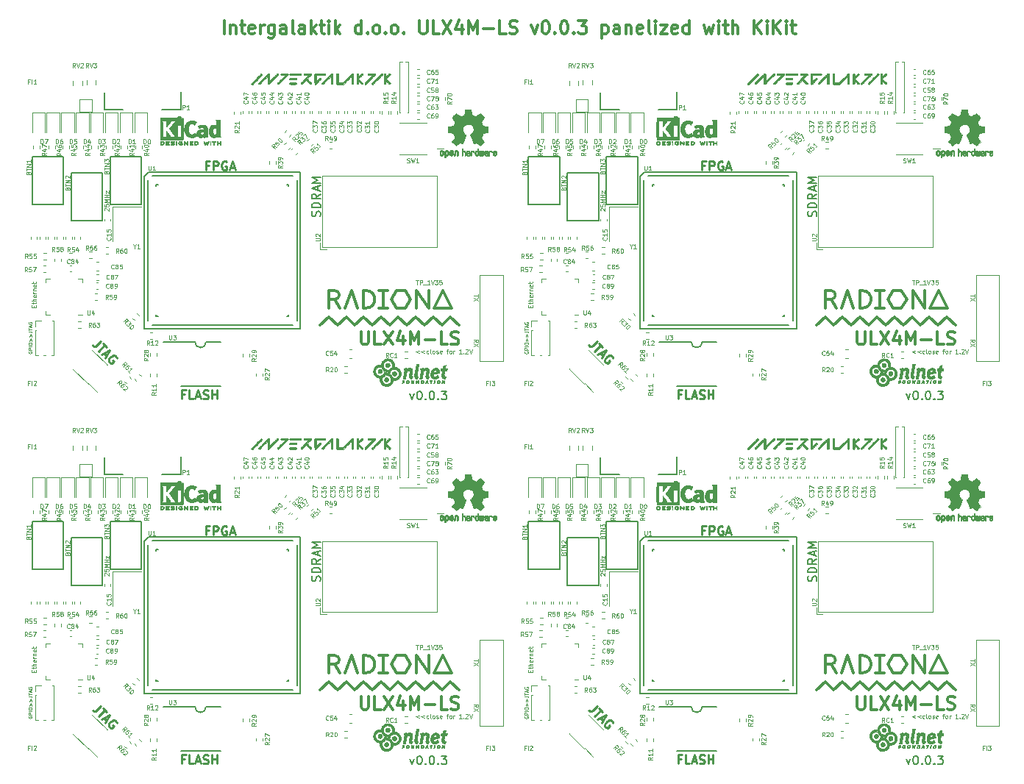
<source format=gto>
G04 #@! TF.GenerationSoftware,KiCad,Pcbnew,5.1.9+dfsg1-1+deb11u1*
G04 #@! TF.CreationDate,2022-10-19T12:30:35+02:00*
G04 #@! TF.ProjectId,ulx4m-panel,756c7834-6d2d-4706-916e-656c2e6b6963,v0.0.3*
G04 #@! TF.SameCoordinates,Original*
G04 #@! TF.FileFunction,Legend,Top*
G04 #@! TF.FilePolarity,Positive*
%FSLAX46Y46*%
G04 Gerber Fmt 4.6, Leading zero omitted, Abs format (unit mm)*
G04 Created by KiCad (PCBNEW 5.1.9+dfsg1-1+deb11u1) date 2022-10-19 12:30:35*
%MOMM*%
%LPD*%
G01*
G04 APERTURE LIST*
%ADD10C,0.300000*%
%ADD11C,0.200000*%
%ADD12C,0.250000*%
%ADD13C,0.100000*%
%ADD14C,0.125000*%
%ADD15C,0.120000*%
%ADD16C,0.150000*%
%ADD17C,0.010000*%
G04 APERTURE END LIST*
D10*
X23324286Y-2178571D02*
X23324286Y-678571D01*
X24038572Y-1178571D02*
X24038572Y-2178571D01*
X24038572Y-1321428D02*
X24110001Y-1250000D01*
X24252858Y-1178571D01*
X24467143Y-1178571D01*
X24610001Y-1250000D01*
X24681429Y-1392857D01*
X24681429Y-2178571D01*
X25181429Y-1178571D02*
X25752858Y-1178571D01*
X25395715Y-678571D02*
X25395715Y-1964285D01*
X25467143Y-2107142D01*
X25610001Y-2178571D01*
X25752858Y-2178571D01*
X26824286Y-2107142D02*
X26681429Y-2178571D01*
X26395715Y-2178571D01*
X26252858Y-2107142D01*
X26181429Y-1964285D01*
X26181429Y-1392857D01*
X26252858Y-1250000D01*
X26395715Y-1178571D01*
X26681429Y-1178571D01*
X26824286Y-1250000D01*
X26895715Y-1392857D01*
X26895715Y-1535714D01*
X26181429Y-1678571D01*
X27538572Y-2178571D02*
X27538572Y-1178571D01*
X27538572Y-1464285D02*
X27610001Y-1321428D01*
X27681429Y-1250000D01*
X27824286Y-1178571D01*
X27967143Y-1178571D01*
X29110001Y-1178571D02*
X29110001Y-2392857D01*
X29038572Y-2535714D01*
X28967143Y-2607142D01*
X28824286Y-2678571D01*
X28610001Y-2678571D01*
X28467143Y-2607142D01*
X29110001Y-2107142D02*
X28967143Y-2178571D01*
X28681429Y-2178571D01*
X28538572Y-2107142D01*
X28467143Y-2035714D01*
X28395715Y-1892857D01*
X28395715Y-1464285D01*
X28467143Y-1321428D01*
X28538572Y-1250000D01*
X28681429Y-1178571D01*
X28967143Y-1178571D01*
X29110001Y-1250000D01*
X30467143Y-2178571D02*
X30467143Y-1392857D01*
X30395715Y-1250000D01*
X30252858Y-1178571D01*
X29967143Y-1178571D01*
X29824286Y-1250000D01*
X30467143Y-2107142D02*
X30324286Y-2178571D01*
X29967143Y-2178571D01*
X29824286Y-2107142D01*
X29752858Y-1964285D01*
X29752858Y-1821428D01*
X29824286Y-1678571D01*
X29967143Y-1607142D01*
X30324286Y-1607142D01*
X30467143Y-1535714D01*
X31395715Y-2178571D02*
X31252858Y-2107142D01*
X31181429Y-1964285D01*
X31181429Y-678571D01*
X32610001Y-2178571D02*
X32610001Y-1392857D01*
X32538572Y-1250000D01*
X32395715Y-1178571D01*
X32110001Y-1178571D01*
X31967143Y-1250000D01*
X32610001Y-2107142D02*
X32467143Y-2178571D01*
X32110001Y-2178571D01*
X31967143Y-2107142D01*
X31895715Y-1964285D01*
X31895715Y-1821428D01*
X31967143Y-1678571D01*
X32110001Y-1607142D01*
X32467143Y-1607142D01*
X32610001Y-1535714D01*
X33324286Y-2178571D02*
X33324286Y-678571D01*
X33467143Y-1607142D02*
X33895715Y-2178571D01*
X33895715Y-1178571D02*
X33324286Y-1750000D01*
X34324286Y-1178571D02*
X34895715Y-1178571D01*
X34538572Y-678571D02*
X34538572Y-1964285D01*
X34610001Y-2107142D01*
X34752858Y-2178571D01*
X34895715Y-2178571D01*
X35395715Y-2178571D02*
X35395715Y-1178571D01*
X35395715Y-678571D02*
X35324286Y-750000D01*
X35395715Y-821428D01*
X35467143Y-750000D01*
X35395715Y-678571D01*
X35395715Y-821428D01*
X36110001Y-2178571D02*
X36110001Y-678571D01*
X36252858Y-1607142D02*
X36681429Y-2178571D01*
X36681429Y-1178571D02*
X36110001Y-1750000D01*
X39110001Y-2178571D02*
X39110001Y-678571D01*
X39110001Y-2107142D02*
X38967143Y-2178571D01*
X38681429Y-2178571D01*
X38538572Y-2107142D01*
X38467143Y-2035714D01*
X38395715Y-1892857D01*
X38395715Y-1464285D01*
X38467143Y-1321428D01*
X38538572Y-1250000D01*
X38681429Y-1178571D01*
X38967143Y-1178571D01*
X39110001Y-1250000D01*
X39824286Y-2035714D02*
X39895715Y-2107142D01*
X39824286Y-2178571D01*
X39752858Y-2107142D01*
X39824286Y-2035714D01*
X39824286Y-2178571D01*
X40752858Y-2178571D02*
X40610001Y-2107142D01*
X40538572Y-2035714D01*
X40467143Y-1892857D01*
X40467143Y-1464285D01*
X40538572Y-1321428D01*
X40610001Y-1250000D01*
X40752858Y-1178571D01*
X40967143Y-1178571D01*
X41110001Y-1250000D01*
X41181429Y-1321428D01*
X41252858Y-1464285D01*
X41252858Y-1892857D01*
X41181429Y-2035714D01*
X41110001Y-2107142D01*
X40967143Y-2178571D01*
X40752858Y-2178571D01*
X41895715Y-2035714D02*
X41967143Y-2107142D01*
X41895715Y-2178571D01*
X41824286Y-2107142D01*
X41895715Y-2035714D01*
X41895715Y-2178571D01*
X42824286Y-2178571D02*
X42681429Y-2107142D01*
X42610001Y-2035714D01*
X42538572Y-1892857D01*
X42538572Y-1464285D01*
X42610001Y-1321428D01*
X42681429Y-1250000D01*
X42824286Y-1178571D01*
X43038572Y-1178571D01*
X43181429Y-1250000D01*
X43252858Y-1321428D01*
X43324286Y-1464285D01*
X43324286Y-1892857D01*
X43252858Y-2035714D01*
X43181429Y-2107142D01*
X43038572Y-2178571D01*
X42824286Y-2178571D01*
X43967143Y-2035714D02*
X44038572Y-2107142D01*
X43967143Y-2178571D01*
X43895715Y-2107142D01*
X43967143Y-2035714D01*
X43967143Y-2178571D01*
X45824286Y-678571D02*
X45824286Y-1892857D01*
X45895715Y-2035714D01*
X45967143Y-2107142D01*
X46110001Y-2178571D01*
X46395715Y-2178571D01*
X46538572Y-2107142D01*
X46610001Y-2035714D01*
X46681429Y-1892857D01*
X46681429Y-678571D01*
X48110001Y-2178571D02*
X47395715Y-2178571D01*
X47395715Y-678571D01*
X48467143Y-678571D02*
X49467143Y-2178571D01*
X49467143Y-678571D02*
X48467143Y-2178571D01*
X50681429Y-1178571D02*
X50681429Y-2178571D01*
X50324286Y-607142D02*
X49967143Y-1678571D01*
X50895715Y-1678571D01*
X51467143Y-2178571D02*
X51467143Y-678571D01*
X51967143Y-1750000D01*
X52467143Y-678571D01*
X52467143Y-2178571D01*
X53181429Y-1607142D02*
X54324286Y-1607142D01*
X55752858Y-2178571D02*
X55038572Y-2178571D01*
X55038572Y-678571D01*
X56181429Y-2107142D02*
X56395715Y-2178571D01*
X56752858Y-2178571D01*
X56895715Y-2107142D01*
X56967143Y-2035714D01*
X57038572Y-1892857D01*
X57038572Y-1750000D01*
X56967143Y-1607142D01*
X56895715Y-1535714D01*
X56752858Y-1464285D01*
X56467143Y-1392857D01*
X56324286Y-1321428D01*
X56252858Y-1250000D01*
X56181429Y-1107142D01*
X56181429Y-964285D01*
X56252858Y-821428D01*
X56324286Y-750000D01*
X56467143Y-678571D01*
X56824286Y-678571D01*
X57038572Y-750000D01*
X58681429Y-1178571D02*
X59038572Y-2178571D01*
X59395715Y-1178571D01*
X60252858Y-678571D02*
X60395715Y-678571D01*
X60538572Y-750000D01*
X60610001Y-821428D01*
X60681429Y-964285D01*
X60752858Y-1250000D01*
X60752858Y-1607142D01*
X60681429Y-1892857D01*
X60610001Y-2035714D01*
X60538572Y-2107142D01*
X60395715Y-2178571D01*
X60252858Y-2178571D01*
X60110001Y-2107142D01*
X60038572Y-2035714D01*
X59967143Y-1892857D01*
X59895715Y-1607142D01*
X59895715Y-1250000D01*
X59967143Y-964285D01*
X60038572Y-821428D01*
X60110001Y-750000D01*
X60252858Y-678571D01*
X61395715Y-2035714D02*
X61467143Y-2107142D01*
X61395715Y-2178571D01*
X61324286Y-2107142D01*
X61395715Y-2035714D01*
X61395715Y-2178571D01*
X62395715Y-678571D02*
X62538572Y-678571D01*
X62681429Y-750000D01*
X62752858Y-821428D01*
X62824286Y-964285D01*
X62895715Y-1250000D01*
X62895715Y-1607142D01*
X62824286Y-1892857D01*
X62752858Y-2035714D01*
X62681429Y-2107142D01*
X62538572Y-2178571D01*
X62395715Y-2178571D01*
X62252858Y-2107142D01*
X62181429Y-2035714D01*
X62110001Y-1892857D01*
X62038572Y-1607142D01*
X62038572Y-1250000D01*
X62110001Y-964285D01*
X62181429Y-821428D01*
X62252858Y-750000D01*
X62395715Y-678571D01*
X63538572Y-2035714D02*
X63610001Y-2107142D01*
X63538572Y-2178571D01*
X63467143Y-2107142D01*
X63538572Y-2035714D01*
X63538572Y-2178571D01*
X64110001Y-678571D02*
X65038572Y-678571D01*
X64538572Y-1250000D01*
X64752858Y-1250000D01*
X64895715Y-1321428D01*
X64967143Y-1392857D01*
X65038572Y-1535714D01*
X65038572Y-1892857D01*
X64967143Y-2035714D01*
X64895715Y-2107142D01*
X64752858Y-2178571D01*
X64324286Y-2178571D01*
X64181429Y-2107142D01*
X64110001Y-2035714D01*
X66824286Y-1178571D02*
X66824286Y-2678571D01*
X66824286Y-1250000D02*
X66967143Y-1178571D01*
X67252858Y-1178571D01*
X67395715Y-1250000D01*
X67467143Y-1321428D01*
X67538572Y-1464285D01*
X67538572Y-1892857D01*
X67467143Y-2035714D01*
X67395715Y-2107142D01*
X67252858Y-2178571D01*
X66967143Y-2178571D01*
X66824286Y-2107142D01*
X68824286Y-2178571D02*
X68824286Y-1392857D01*
X68752858Y-1250000D01*
X68610001Y-1178571D01*
X68324286Y-1178571D01*
X68181429Y-1250000D01*
X68824286Y-2107142D02*
X68681429Y-2178571D01*
X68324286Y-2178571D01*
X68181429Y-2107142D01*
X68110001Y-1964285D01*
X68110001Y-1821428D01*
X68181429Y-1678571D01*
X68324286Y-1607142D01*
X68681429Y-1607142D01*
X68824286Y-1535714D01*
X69538572Y-1178571D02*
X69538572Y-2178571D01*
X69538572Y-1321428D02*
X69610001Y-1250000D01*
X69752858Y-1178571D01*
X69967143Y-1178571D01*
X70110001Y-1250000D01*
X70181429Y-1392857D01*
X70181429Y-2178571D01*
X71467143Y-2107142D02*
X71324286Y-2178571D01*
X71038572Y-2178571D01*
X70895715Y-2107142D01*
X70824286Y-1964285D01*
X70824286Y-1392857D01*
X70895715Y-1250000D01*
X71038572Y-1178571D01*
X71324286Y-1178571D01*
X71467143Y-1250000D01*
X71538572Y-1392857D01*
X71538572Y-1535714D01*
X70824286Y-1678571D01*
X72395715Y-2178571D02*
X72252858Y-2107142D01*
X72181429Y-1964285D01*
X72181429Y-678571D01*
X72967143Y-2178571D02*
X72967143Y-1178571D01*
X72967143Y-678571D02*
X72895715Y-750000D01*
X72967143Y-821428D01*
X73038572Y-750000D01*
X72967143Y-678571D01*
X72967143Y-821428D01*
X73538572Y-1178571D02*
X74324286Y-1178571D01*
X73538572Y-2178571D01*
X74324286Y-2178571D01*
X75467143Y-2107142D02*
X75324286Y-2178571D01*
X75038572Y-2178571D01*
X74895715Y-2107142D01*
X74824286Y-1964285D01*
X74824286Y-1392857D01*
X74895715Y-1250000D01*
X75038572Y-1178571D01*
X75324286Y-1178571D01*
X75467143Y-1250000D01*
X75538572Y-1392857D01*
X75538572Y-1535714D01*
X74824286Y-1678571D01*
X76824286Y-2178571D02*
X76824286Y-678571D01*
X76824286Y-2107142D02*
X76681429Y-2178571D01*
X76395715Y-2178571D01*
X76252858Y-2107142D01*
X76181429Y-2035714D01*
X76110001Y-1892857D01*
X76110001Y-1464285D01*
X76181429Y-1321428D01*
X76252858Y-1250000D01*
X76395715Y-1178571D01*
X76681429Y-1178571D01*
X76824286Y-1250000D01*
X78538572Y-1178571D02*
X78824286Y-2178571D01*
X79110001Y-1464285D01*
X79395715Y-2178571D01*
X79681429Y-1178571D01*
X80252858Y-2178571D02*
X80252858Y-1178571D01*
X80252858Y-678571D02*
X80181429Y-750000D01*
X80252858Y-821428D01*
X80324286Y-750000D01*
X80252858Y-678571D01*
X80252858Y-821428D01*
X80752858Y-1178571D02*
X81324286Y-1178571D01*
X80967143Y-678571D02*
X80967143Y-1964285D01*
X81038572Y-2107142D01*
X81181429Y-2178571D01*
X81324286Y-2178571D01*
X81824286Y-2178571D02*
X81824286Y-678571D01*
X82467143Y-2178571D02*
X82467143Y-1392857D01*
X82395715Y-1250000D01*
X82252858Y-1178571D01*
X82038572Y-1178571D01*
X81895715Y-1250000D01*
X81824286Y-1321428D01*
X84324286Y-2178571D02*
X84324286Y-678571D01*
X85181429Y-2178571D02*
X84538572Y-1321428D01*
X85181429Y-678571D02*
X84324286Y-1535714D01*
X85824286Y-2178571D02*
X85824286Y-1178571D01*
X85824286Y-678571D02*
X85752858Y-750000D01*
X85824286Y-821428D01*
X85895715Y-750000D01*
X85824286Y-678571D01*
X85824286Y-821428D01*
X86538572Y-2178571D02*
X86538572Y-678571D01*
X87395715Y-2178571D02*
X86752858Y-1321428D01*
X87395715Y-678571D02*
X86538572Y-1535714D01*
X88038572Y-2178571D02*
X88038572Y-1178571D01*
X88038572Y-678571D02*
X87967143Y-750000D01*
X88038572Y-821428D01*
X88110001Y-750000D01*
X88038572Y-678571D01*
X88038572Y-821428D01*
X88538572Y-1178571D02*
X89110001Y-1178571D01*
X88752858Y-678571D02*
X88752858Y-1964285D01*
X88824286Y-2107142D01*
X88967143Y-2178571D01*
X89110001Y-2178571D01*
D11*
X91464763Y-65190730D02*
X91512382Y-65047873D01*
X91512382Y-64809777D01*
X91464763Y-64714539D01*
X91417144Y-64666920D01*
X91321906Y-64619301D01*
X91226668Y-64619301D01*
X91131430Y-64666920D01*
X91083811Y-64714539D01*
X91036192Y-64809777D01*
X90988573Y-65000254D01*
X90940954Y-65095492D01*
X90893335Y-65143111D01*
X90798097Y-65190730D01*
X90702859Y-65190730D01*
X90607621Y-65143111D01*
X90560002Y-65095492D01*
X90512382Y-65000254D01*
X90512382Y-64762158D01*
X90560002Y-64619301D01*
X91512382Y-64190730D02*
X90512382Y-64190730D01*
X90512382Y-63952635D01*
X90560002Y-63809777D01*
X90655240Y-63714539D01*
X90750478Y-63666920D01*
X90940954Y-63619301D01*
X91083811Y-63619301D01*
X91274287Y-63666920D01*
X91369525Y-63714539D01*
X91464763Y-63809777D01*
X91512382Y-63952635D01*
X91512382Y-64190730D01*
X91512382Y-62619301D02*
X91036192Y-62952635D01*
X91512382Y-63190730D02*
X90512382Y-63190730D01*
X90512382Y-62809777D01*
X90560002Y-62714539D01*
X90607621Y-62666920D01*
X90702859Y-62619301D01*
X90845716Y-62619301D01*
X90940954Y-62666920D01*
X90988573Y-62714539D01*
X91036192Y-62809777D01*
X91036192Y-63190730D01*
X91226668Y-62238349D02*
X91226668Y-61762158D01*
X91512382Y-62333587D02*
X90512382Y-62000254D01*
X91512382Y-61666920D01*
X91512382Y-61333587D02*
X90512382Y-61333587D01*
X91226668Y-61000254D01*
X90512382Y-60666920D01*
X91512382Y-60666920D01*
D12*
X78654287Y-59333587D02*
X78320954Y-59333587D01*
X78320954Y-59857396D02*
X78320954Y-58857396D01*
X78797144Y-58857396D01*
X79178097Y-59857396D02*
X79178097Y-58857396D01*
X79559049Y-58857396D01*
X79654287Y-58905016D01*
X79701906Y-58952635D01*
X79749525Y-59047873D01*
X79749525Y-59190730D01*
X79701906Y-59285968D01*
X79654287Y-59333587D01*
X79559049Y-59381206D01*
X79178097Y-59381206D01*
X80701906Y-58905016D02*
X80606668Y-58857396D01*
X80463811Y-58857396D01*
X80320954Y-58905016D01*
X80225716Y-59000254D01*
X80178097Y-59095492D01*
X80130478Y-59285968D01*
X80130478Y-59428825D01*
X80178097Y-59619301D01*
X80225716Y-59714539D01*
X80320954Y-59809777D01*
X80463811Y-59857396D01*
X80559049Y-59857396D01*
X80701906Y-59809777D01*
X80749525Y-59762158D01*
X80749525Y-59428825D01*
X80559049Y-59428825D01*
X81130478Y-59571682D02*
X81606668Y-59571682D01*
X81035240Y-59857396D02*
X81368573Y-58857396D01*
X81701906Y-59857396D01*
D10*
X96198573Y-78453587D02*
X96198573Y-79667873D01*
X96270002Y-79810730D01*
X96341430Y-79882158D01*
X96484287Y-79953587D01*
X96770002Y-79953587D01*
X96912859Y-79882158D01*
X96984287Y-79810730D01*
X97055716Y-79667873D01*
X97055716Y-78453587D01*
X98484287Y-79953587D02*
X97770002Y-79953587D01*
X97770002Y-78453587D01*
X98841430Y-78453587D02*
X99841430Y-79953587D01*
X99841430Y-78453587D02*
X98841430Y-79953587D01*
X101055716Y-78953587D02*
X101055716Y-79953587D01*
X100698573Y-78382158D02*
X100341430Y-79453587D01*
X101270002Y-79453587D01*
X101841430Y-79953587D02*
X101841430Y-78453587D01*
X102341430Y-79525016D01*
X102841430Y-78453587D01*
X102841430Y-79953587D01*
X103555716Y-79382158D02*
X104698573Y-79382158D01*
X106127144Y-79953587D02*
X105412859Y-79953587D01*
X105412859Y-78453587D01*
X106555716Y-79882158D02*
X106770002Y-79953587D01*
X107127144Y-79953587D01*
X107270002Y-79882158D01*
X107341430Y-79810730D01*
X107412859Y-79667873D01*
X107412859Y-79525016D01*
X107341430Y-79382158D01*
X107270002Y-79310730D01*
X107127144Y-79239301D01*
X106841430Y-79167873D01*
X106698573Y-79096444D01*
X106627144Y-79025016D01*
X106555716Y-78882158D01*
X106555716Y-78739301D01*
X106627144Y-78596444D01*
X106698573Y-78525016D01*
X106841430Y-78453587D01*
X107198573Y-78453587D01*
X107412859Y-78525016D01*
D11*
X101817144Y-85630730D02*
X102055240Y-86297396D01*
X102293335Y-85630730D01*
X102864763Y-85297396D02*
X102960002Y-85297396D01*
X103055240Y-85345016D01*
X103102859Y-85392635D01*
X103150478Y-85487873D01*
X103198097Y-85678349D01*
X103198097Y-85916444D01*
X103150478Y-86106920D01*
X103102859Y-86202158D01*
X103055240Y-86249777D01*
X102960002Y-86297396D01*
X102864763Y-86297396D01*
X102769525Y-86249777D01*
X102721906Y-86202158D01*
X102674287Y-86106920D01*
X102626668Y-85916444D01*
X102626668Y-85678349D01*
X102674287Y-85487873D01*
X102721906Y-85392635D01*
X102769525Y-85345016D01*
X102864763Y-85297396D01*
X103626668Y-86202158D02*
X103674287Y-86249777D01*
X103626668Y-86297396D01*
X103579049Y-86249777D01*
X103626668Y-86202158D01*
X103626668Y-86297396D01*
X104293335Y-85297396D02*
X104388573Y-85297396D01*
X104483811Y-85345016D01*
X104531430Y-85392635D01*
X104579049Y-85487873D01*
X104626668Y-85678349D01*
X104626668Y-85916444D01*
X104579049Y-86106920D01*
X104531430Y-86202158D01*
X104483811Y-86249777D01*
X104388573Y-86297396D01*
X104293335Y-86297396D01*
X104198097Y-86249777D01*
X104150478Y-86202158D01*
X104102859Y-86106920D01*
X104055240Y-85916444D01*
X104055240Y-85678349D01*
X104102859Y-85487873D01*
X104150478Y-85392635D01*
X104198097Y-85345016D01*
X104293335Y-85297396D01*
X105055240Y-86202158D02*
X105102859Y-86249777D01*
X105055240Y-86297396D01*
X105007621Y-86249777D01*
X105055240Y-86202158D01*
X105055240Y-86297396D01*
X105436192Y-85297396D02*
X106055240Y-85297396D01*
X105721906Y-85678349D01*
X105864763Y-85678349D01*
X105960002Y-85725968D01*
X106007621Y-85773587D01*
X106055240Y-85868825D01*
X106055240Y-86106920D01*
X106007621Y-86202158D01*
X105960002Y-86249777D01*
X105864763Y-86297396D01*
X105579049Y-86297396D01*
X105483811Y-86249777D01*
X105436192Y-86202158D01*
D12*
X75889525Y-85673587D02*
X75556192Y-85673587D01*
X75556192Y-86197396D02*
X75556192Y-85197396D01*
X76032382Y-85197396D01*
X76889525Y-86197396D02*
X76413335Y-86197396D01*
X76413335Y-85197396D01*
X77175240Y-85911682D02*
X77651430Y-85911682D01*
X77080002Y-86197396D02*
X77413335Y-85197396D01*
X77746668Y-86197396D01*
X78032382Y-86149777D02*
X78175240Y-86197396D01*
X78413335Y-86197396D01*
X78508573Y-86149777D01*
X78556192Y-86102158D01*
X78603811Y-86006920D01*
X78603811Y-85911682D01*
X78556192Y-85816444D01*
X78508573Y-85768825D01*
X78413335Y-85721206D01*
X78222859Y-85673587D01*
X78127621Y-85625968D01*
X78080002Y-85578349D01*
X78032382Y-85483111D01*
X78032382Y-85387873D01*
X78080002Y-85292635D01*
X78127621Y-85245016D01*
X78222859Y-85197396D01*
X78460954Y-85197396D01*
X78603811Y-85245016D01*
X79032382Y-86197396D02*
X79032382Y-85197396D01*
X79032382Y-85673587D02*
X79603811Y-85673587D01*
X79603811Y-86197396D02*
X79603811Y-85197396D01*
D13*
X66693811Y-64545968D02*
X66670002Y-64522158D01*
X66646192Y-64474539D01*
X66646192Y-64355492D01*
X66670002Y-64307873D01*
X66693811Y-64284063D01*
X66741430Y-64260254D01*
X66789049Y-64260254D01*
X66860478Y-64284063D01*
X67146192Y-64569777D01*
X67146192Y-64260254D01*
X66646192Y-63807873D02*
X66646192Y-64045968D01*
X66884287Y-64069777D01*
X66860478Y-64045968D01*
X66836668Y-63998349D01*
X66836668Y-63879301D01*
X66860478Y-63831682D01*
X66884287Y-63807873D01*
X66931906Y-63784063D01*
X67050954Y-63784063D01*
X67098573Y-63807873D01*
X67122382Y-63831682D01*
X67146192Y-63879301D01*
X67146192Y-63998349D01*
X67122382Y-64045968D01*
X67098573Y-64069777D01*
X67146192Y-63569777D02*
X66646192Y-63569777D01*
X67003335Y-63403111D01*
X66646192Y-63236444D01*
X67146192Y-63236444D01*
X67146192Y-62998349D02*
X66646192Y-62998349D01*
X66884287Y-62998349D02*
X66884287Y-62712635D01*
X67146192Y-62712635D02*
X66646192Y-62712635D01*
X66812859Y-62522158D02*
X66812859Y-62260254D01*
X67146192Y-62522158D01*
X67146192Y-62260254D01*
D14*
X58554287Y-75663587D02*
X58554287Y-75496920D01*
X58816192Y-75425492D02*
X58816192Y-75663587D01*
X58316192Y-75663587D01*
X58316192Y-75425492D01*
X58482859Y-75282635D02*
X58482859Y-75092158D01*
X58316192Y-75211206D02*
X58744763Y-75211206D01*
X58792382Y-75187396D01*
X58816192Y-75139777D01*
X58816192Y-75092158D01*
X58816192Y-74925492D02*
X58316192Y-74925492D01*
X58816192Y-74711206D02*
X58554287Y-74711206D01*
X58506668Y-74735016D01*
X58482859Y-74782635D01*
X58482859Y-74854063D01*
X58506668Y-74901682D01*
X58530478Y-74925492D01*
X58792382Y-74282635D02*
X58816192Y-74330254D01*
X58816192Y-74425492D01*
X58792382Y-74473111D01*
X58744763Y-74496920D01*
X58554287Y-74496920D01*
X58506668Y-74473111D01*
X58482859Y-74425492D01*
X58482859Y-74330254D01*
X58506668Y-74282635D01*
X58554287Y-74258825D01*
X58601906Y-74258825D01*
X58649525Y-74496920D01*
X58816192Y-74044539D02*
X58482859Y-74044539D01*
X58578097Y-74044539D02*
X58530478Y-74020730D01*
X58506668Y-73996920D01*
X58482859Y-73949301D01*
X58482859Y-73901682D01*
X58482859Y-73735016D02*
X58816192Y-73735016D01*
X58530478Y-73735016D02*
X58506668Y-73711206D01*
X58482859Y-73663587D01*
X58482859Y-73592158D01*
X58506668Y-73544539D01*
X58554287Y-73520730D01*
X58816192Y-73520730D01*
X58792382Y-73092158D02*
X58816192Y-73139777D01*
X58816192Y-73235016D01*
X58792382Y-73282635D01*
X58744763Y-73306444D01*
X58554287Y-73306444D01*
X58506668Y-73282635D01*
X58482859Y-73235016D01*
X58482859Y-73139777D01*
X58506668Y-73092158D01*
X58554287Y-73068349D01*
X58601906Y-73068349D01*
X58649525Y-73306444D01*
X58482859Y-72925492D02*
X58482859Y-72735016D01*
X58316192Y-72854063D02*
X58744763Y-72854063D01*
X58792382Y-72830254D01*
X58816192Y-72782635D01*
X58816192Y-72735016D01*
D13*
X102868573Y-80647873D02*
X102487621Y-80790730D01*
X102868573Y-80933587D01*
X103487621Y-80647873D02*
X103106668Y-80790730D01*
X103487621Y-80933587D01*
X103940002Y-80957396D02*
X103892382Y-80981206D01*
X103797144Y-80981206D01*
X103749525Y-80957396D01*
X103725716Y-80933587D01*
X103701906Y-80885968D01*
X103701906Y-80743111D01*
X103725716Y-80695492D01*
X103749525Y-80671682D01*
X103797144Y-80647873D01*
X103892382Y-80647873D01*
X103940002Y-80671682D01*
X104225716Y-80981206D02*
X104178097Y-80957396D01*
X104154287Y-80909777D01*
X104154287Y-80481206D01*
X104487621Y-80981206D02*
X104440002Y-80957396D01*
X104416192Y-80933587D01*
X104392382Y-80885968D01*
X104392382Y-80743111D01*
X104416192Y-80695492D01*
X104440002Y-80671682D01*
X104487621Y-80647873D01*
X104559049Y-80647873D01*
X104606668Y-80671682D01*
X104630478Y-80695492D01*
X104654287Y-80743111D01*
X104654287Y-80885968D01*
X104630478Y-80933587D01*
X104606668Y-80957396D01*
X104559049Y-80981206D01*
X104487621Y-80981206D01*
X104844763Y-80957396D02*
X104892382Y-80981206D01*
X104987621Y-80981206D01*
X105035240Y-80957396D01*
X105059049Y-80909777D01*
X105059049Y-80885968D01*
X105035240Y-80838349D01*
X104987621Y-80814539D01*
X104916192Y-80814539D01*
X104868573Y-80790730D01*
X104844763Y-80743111D01*
X104844763Y-80719301D01*
X104868573Y-80671682D01*
X104916192Y-80647873D01*
X104987621Y-80647873D01*
X105035240Y-80671682D01*
X105463811Y-80957396D02*
X105416192Y-80981206D01*
X105320954Y-80981206D01*
X105273335Y-80957396D01*
X105249525Y-80909777D01*
X105249525Y-80719301D01*
X105273335Y-80671682D01*
X105320954Y-80647873D01*
X105416192Y-80647873D01*
X105463811Y-80671682D01*
X105487621Y-80719301D01*
X105487621Y-80766920D01*
X105249525Y-80814539D01*
X106011430Y-80647873D02*
X106201906Y-80647873D01*
X106082859Y-80981206D02*
X106082859Y-80552635D01*
X106106668Y-80505016D01*
X106154287Y-80481206D01*
X106201906Y-80481206D01*
X106440002Y-80981206D02*
X106392382Y-80957396D01*
X106368573Y-80933587D01*
X106344763Y-80885968D01*
X106344763Y-80743111D01*
X106368573Y-80695492D01*
X106392382Y-80671682D01*
X106440002Y-80647873D01*
X106511430Y-80647873D01*
X106559049Y-80671682D01*
X106582859Y-80695492D01*
X106606668Y-80743111D01*
X106606668Y-80885968D01*
X106582859Y-80933587D01*
X106559049Y-80957396D01*
X106511430Y-80981206D01*
X106440002Y-80981206D01*
X106820954Y-80981206D02*
X106820954Y-80647873D01*
X106820954Y-80743111D02*
X106844763Y-80695492D01*
X106868573Y-80671682D01*
X106916192Y-80647873D01*
X106963811Y-80647873D01*
X107773335Y-80981206D02*
X107487621Y-80981206D01*
X107630478Y-80981206D02*
X107630478Y-80481206D01*
X107582859Y-80552635D01*
X107535240Y-80600254D01*
X107487621Y-80624063D01*
X107987621Y-80933587D02*
X108011430Y-80957396D01*
X107987621Y-80981206D01*
X107963811Y-80957396D01*
X107987621Y-80933587D01*
X107987621Y-80981206D01*
X108201906Y-80528825D02*
X108225716Y-80505016D01*
X108273335Y-80481206D01*
X108392382Y-80481206D01*
X108440002Y-80505016D01*
X108463811Y-80528825D01*
X108487621Y-80576444D01*
X108487621Y-80624063D01*
X108463811Y-80695492D01*
X108178097Y-80981206D01*
X108487621Y-80981206D01*
X108630478Y-80481206D02*
X108797144Y-80981206D01*
X108963811Y-80481206D01*
D14*
X109683811Y-74184063D02*
X109683811Y-74469777D01*
X109183811Y-74326920D02*
X109683811Y-74326920D01*
X109683811Y-74588825D02*
X109183811Y-74922158D01*
X109683811Y-74922158D02*
X109183811Y-74588825D01*
X109183811Y-79671682D02*
X109421906Y-79505016D01*
X109183811Y-79385968D02*
X109683811Y-79385968D01*
X109683811Y-79576444D01*
X109660002Y-79624063D01*
X109636192Y-79647873D01*
X109588573Y-79671682D01*
X109517144Y-79671682D01*
X109469525Y-79647873D01*
X109445716Y-79624063D01*
X109421906Y-79576444D01*
X109421906Y-79385968D01*
X109683811Y-79838349D02*
X109183811Y-80171682D01*
X109683811Y-80171682D02*
X109183811Y-79838349D01*
D11*
X34354761Y-65190730D02*
X34402380Y-65047873D01*
X34402380Y-64809777D01*
X34354761Y-64714539D01*
X34307142Y-64666920D01*
X34211904Y-64619301D01*
X34116666Y-64619301D01*
X34021428Y-64666920D01*
X33973809Y-64714539D01*
X33926190Y-64809777D01*
X33878571Y-65000254D01*
X33830952Y-65095492D01*
X33783333Y-65143111D01*
X33688095Y-65190730D01*
X33592857Y-65190730D01*
X33497619Y-65143111D01*
X33450000Y-65095492D01*
X33402380Y-65000254D01*
X33402380Y-64762158D01*
X33450000Y-64619301D01*
X34402380Y-64190730D02*
X33402380Y-64190730D01*
X33402380Y-63952635D01*
X33450000Y-63809777D01*
X33545238Y-63714539D01*
X33640476Y-63666920D01*
X33830952Y-63619301D01*
X33973809Y-63619301D01*
X34164285Y-63666920D01*
X34259523Y-63714539D01*
X34354761Y-63809777D01*
X34402380Y-63952635D01*
X34402380Y-64190730D01*
X34402380Y-62619301D02*
X33926190Y-62952635D01*
X34402380Y-63190730D02*
X33402380Y-63190730D01*
X33402380Y-62809777D01*
X33450000Y-62714539D01*
X33497619Y-62666920D01*
X33592857Y-62619301D01*
X33735714Y-62619301D01*
X33830952Y-62666920D01*
X33878571Y-62714539D01*
X33926190Y-62809777D01*
X33926190Y-63190730D01*
X34116666Y-62238349D02*
X34116666Y-61762158D01*
X34402380Y-62333587D02*
X33402380Y-62000254D01*
X34402380Y-61666920D01*
X34402380Y-61333587D02*
X33402380Y-61333587D01*
X34116666Y-61000254D01*
X33402380Y-60666920D01*
X34402380Y-60666920D01*
D12*
X21544285Y-59333587D02*
X21210952Y-59333587D01*
X21210952Y-59857396D02*
X21210952Y-58857396D01*
X21687142Y-58857396D01*
X22068095Y-59857396D02*
X22068095Y-58857396D01*
X22449047Y-58857396D01*
X22544285Y-58905016D01*
X22591904Y-58952635D01*
X22639523Y-59047873D01*
X22639523Y-59190730D01*
X22591904Y-59285968D01*
X22544285Y-59333587D01*
X22449047Y-59381206D01*
X22068095Y-59381206D01*
X23591904Y-58905016D02*
X23496666Y-58857396D01*
X23353809Y-58857396D01*
X23210952Y-58905016D01*
X23115714Y-59000254D01*
X23068095Y-59095492D01*
X23020476Y-59285968D01*
X23020476Y-59428825D01*
X23068095Y-59619301D01*
X23115714Y-59714539D01*
X23210952Y-59809777D01*
X23353809Y-59857396D01*
X23449047Y-59857396D01*
X23591904Y-59809777D01*
X23639523Y-59762158D01*
X23639523Y-59428825D01*
X23449047Y-59428825D01*
X24020476Y-59571682D02*
X24496666Y-59571682D01*
X23925238Y-59857396D02*
X24258571Y-58857396D01*
X24591904Y-59857396D01*
D10*
X39088571Y-78453587D02*
X39088571Y-79667873D01*
X39159999Y-79810730D01*
X39231428Y-79882158D01*
X39374285Y-79953587D01*
X39659999Y-79953587D01*
X39802857Y-79882158D01*
X39874285Y-79810730D01*
X39945714Y-79667873D01*
X39945714Y-78453587D01*
X41374285Y-79953587D02*
X40659999Y-79953587D01*
X40659999Y-78453587D01*
X41731428Y-78453587D02*
X42731428Y-79953587D01*
X42731428Y-78453587D02*
X41731428Y-79953587D01*
X43945714Y-78953587D02*
X43945714Y-79953587D01*
X43588571Y-78382158D02*
X43231428Y-79453587D01*
X44159999Y-79453587D01*
X44731428Y-79953587D02*
X44731428Y-78453587D01*
X45231428Y-79525016D01*
X45731428Y-78453587D01*
X45731428Y-79953587D01*
X46445714Y-79382158D02*
X47588571Y-79382158D01*
X49017142Y-79953587D02*
X48302857Y-79953587D01*
X48302857Y-78453587D01*
X49445714Y-79882158D02*
X49659999Y-79953587D01*
X50017142Y-79953587D01*
X50159999Y-79882158D01*
X50231428Y-79810730D01*
X50302857Y-79667873D01*
X50302857Y-79525016D01*
X50231428Y-79382158D01*
X50159999Y-79310730D01*
X50017142Y-79239301D01*
X49731428Y-79167873D01*
X49588571Y-79096444D01*
X49517142Y-79025016D01*
X49445714Y-78882158D01*
X49445714Y-78739301D01*
X49517142Y-78596444D01*
X49588571Y-78525016D01*
X49731428Y-78453587D01*
X50088571Y-78453587D01*
X50302857Y-78525016D01*
D11*
X44707142Y-85630730D02*
X44945238Y-86297396D01*
X45183333Y-85630730D01*
X45754761Y-85297396D02*
X45850000Y-85297396D01*
X45945238Y-85345016D01*
X45992857Y-85392635D01*
X46040476Y-85487873D01*
X46088095Y-85678349D01*
X46088095Y-85916444D01*
X46040476Y-86106920D01*
X45992857Y-86202158D01*
X45945238Y-86249777D01*
X45850000Y-86297396D01*
X45754761Y-86297396D01*
X45659523Y-86249777D01*
X45611904Y-86202158D01*
X45564285Y-86106920D01*
X45516666Y-85916444D01*
X45516666Y-85678349D01*
X45564285Y-85487873D01*
X45611904Y-85392635D01*
X45659523Y-85345016D01*
X45754761Y-85297396D01*
X46516666Y-86202158D02*
X46564285Y-86249777D01*
X46516666Y-86297396D01*
X46469047Y-86249777D01*
X46516666Y-86202158D01*
X46516666Y-86297396D01*
X47183333Y-85297396D02*
X47278571Y-85297396D01*
X47373809Y-85345016D01*
X47421428Y-85392635D01*
X47469047Y-85487873D01*
X47516666Y-85678349D01*
X47516666Y-85916444D01*
X47469047Y-86106920D01*
X47421428Y-86202158D01*
X47373809Y-86249777D01*
X47278571Y-86297396D01*
X47183333Y-86297396D01*
X47088095Y-86249777D01*
X47040476Y-86202158D01*
X46992857Y-86106920D01*
X46945238Y-85916444D01*
X46945238Y-85678349D01*
X46992857Y-85487873D01*
X47040476Y-85392635D01*
X47088095Y-85345016D01*
X47183333Y-85297396D01*
X47945238Y-86202158D02*
X47992857Y-86249777D01*
X47945238Y-86297396D01*
X47897619Y-86249777D01*
X47945238Y-86202158D01*
X47945238Y-86297396D01*
X48326190Y-85297396D02*
X48945238Y-85297396D01*
X48611904Y-85678349D01*
X48754761Y-85678349D01*
X48850000Y-85725968D01*
X48897619Y-85773587D01*
X48945238Y-85868825D01*
X48945238Y-86106920D01*
X48897619Y-86202158D01*
X48850000Y-86249777D01*
X48754761Y-86297396D01*
X48469047Y-86297396D01*
X48373809Y-86249777D01*
X48326190Y-86202158D01*
D12*
X18779523Y-85673587D02*
X18446190Y-85673587D01*
X18446190Y-86197396D02*
X18446190Y-85197396D01*
X18922380Y-85197396D01*
X19779523Y-86197396D02*
X19303333Y-86197396D01*
X19303333Y-85197396D01*
X20065238Y-85911682D02*
X20541428Y-85911682D01*
X19970000Y-86197396D02*
X20303333Y-85197396D01*
X20636666Y-86197396D01*
X20922380Y-86149777D02*
X21065238Y-86197396D01*
X21303333Y-86197396D01*
X21398571Y-86149777D01*
X21446190Y-86102158D01*
X21493809Y-86006920D01*
X21493809Y-85911682D01*
X21446190Y-85816444D01*
X21398571Y-85768825D01*
X21303333Y-85721206D01*
X21112857Y-85673587D01*
X21017619Y-85625968D01*
X20970000Y-85578349D01*
X20922380Y-85483111D01*
X20922380Y-85387873D01*
X20970000Y-85292635D01*
X21017619Y-85245016D01*
X21112857Y-85197396D01*
X21350952Y-85197396D01*
X21493809Y-85245016D01*
X21922380Y-86197396D02*
X21922380Y-85197396D01*
X21922380Y-85673587D02*
X22493809Y-85673587D01*
X22493809Y-86197396D02*
X22493809Y-85197396D01*
D13*
X9583809Y-64545968D02*
X9560000Y-64522158D01*
X9536190Y-64474539D01*
X9536190Y-64355492D01*
X9560000Y-64307873D01*
X9583809Y-64284063D01*
X9631428Y-64260254D01*
X9679047Y-64260254D01*
X9750476Y-64284063D01*
X10036190Y-64569777D01*
X10036190Y-64260254D01*
X9536190Y-63807873D02*
X9536190Y-64045968D01*
X9774285Y-64069777D01*
X9750476Y-64045968D01*
X9726666Y-63998349D01*
X9726666Y-63879301D01*
X9750476Y-63831682D01*
X9774285Y-63807873D01*
X9821904Y-63784063D01*
X9940952Y-63784063D01*
X9988571Y-63807873D01*
X10012380Y-63831682D01*
X10036190Y-63879301D01*
X10036190Y-63998349D01*
X10012380Y-64045968D01*
X9988571Y-64069777D01*
X10036190Y-63569777D02*
X9536190Y-63569777D01*
X9893333Y-63403111D01*
X9536190Y-63236444D01*
X10036190Y-63236444D01*
X10036190Y-62998349D02*
X9536190Y-62998349D01*
X9774285Y-62998349D02*
X9774285Y-62712635D01*
X10036190Y-62712635D02*
X9536190Y-62712635D01*
X9702857Y-62522158D02*
X9702857Y-62260254D01*
X10036190Y-62522158D01*
X10036190Y-62260254D01*
D14*
X1444285Y-75663587D02*
X1444285Y-75496920D01*
X1706190Y-75425492D02*
X1706190Y-75663587D01*
X1206190Y-75663587D01*
X1206190Y-75425492D01*
X1372857Y-75282635D02*
X1372857Y-75092158D01*
X1206190Y-75211206D02*
X1634761Y-75211206D01*
X1682380Y-75187396D01*
X1706190Y-75139777D01*
X1706190Y-75092158D01*
X1706190Y-74925492D02*
X1206190Y-74925492D01*
X1706190Y-74711206D02*
X1444285Y-74711206D01*
X1396666Y-74735016D01*
X1372857Y-74782635D01*
X1372857Y-74854063D01*
X1396666Y-74901682D01*
X1420476Y-74925492D01*
X1682380Y-74282635D02*
X1706190Y-74330254D01*
X1706190Y-74425492D01*
X1682380Y-74473111D01*
X1634761Y-74496920D01*
X1444285Y-74496920D01*
X1396666Y-74473111D01*
X1372857Y-74425492D01*
X1372857Y-74330254D01*
X1396666Y-74282635D01*
X1444285Y-74258825D01*
X1491904Y-74258825D01*
X1539523Y-74496920D01*
X1706190Y-74044539D02*
X1372857Y-74044539D01*
X1468095Y-74044539D02*
X1420476Y-74020730D01*
X1396666Y-73996920D01*
X1372857Y-73949301D01*
X1372857Y-73901682D01*
X1372857Y-73735016D02*
X1706190Y-73735016D01*
X1420476Y-73735016D02*
X1396666Y-73711206D01*
X1372857Y-73663587D01*
X1372857Y-73592158D01*
X1396666Y-73544539D01*
X1444285Y-73520730D01*
X1706190Y-73520730D01*
X1682380Y-73092158D02*
X1706190Y-73139777D01*
X1706190Y-73235016D01*
X1682380Y-73282635D01*
X1634761Y-73306444D01*
X1444285Y-73306444D01*
X1396666Y-73282635D01*
X1372857Y-73235016D01*
X1372857Y-73139777D01*
X1396666Y-73092158D01*
X1444285Y-73068349D01*
X1491904Y-73068349D01*
X1539523Y-73306444D01*
X1372857Y-72925492D02*
X1372857Y-72735016D01*
X1206190Y-72854063D02*
X1634761Y-72854063D01*
X1682380Y-72830254D01*
X1706190Y-72782635D01*
X1706190Y-72735016D01*
D13*
X45758571Y-80647873D02*
X45377619Y-80790730D01*
X45758571Y-80933587D01*
X46377619Y-80647873D02*
X45996666Y-80790730D01*
X46377619Y-80933587D01*
X46830000Y-80957396D02*
X46782380Y-80981206D01*
X46687142Y-80981206D01*
X46639523Y-80957396D01*
X46615714Y-80933587D01*
X46591904Y-80885968D01*
X46591904Y-80743111D01*
X46615714Y-80695492D01*
X46639523Y-80671682D01*
X46687142Y-80647873D01*
X46782380Y-80647873D01*
X46830000Y-80671682D01*
X47115714Y-80981206D02*
X47068095Y-80957396D01*
X47044285Y-80909777D01*
X47044285Y-80481206D01*
X47377619Y-80981206D02*
X47330000Y-80957396D01*
X47306190Y-80933587D01*
X47282380Y-80885968D01*
X47282380Y-80743111D01*
X47306190Y-80695492D01*
X47330000Y-80671682D01*
X47377619Y-80647873D01*
X47449047Y-80647873D01*
X47496666Y-80671682D01*
X47520476Y-80695492D01*
X47544285Y-80743111D01*
X47544285Y-80885968D01*
X47520476Y-80933587D01*
X47496666Y-80957396D01*
X47449047Y-80981206D01*
X47377619Y-80981206D01*
X47734761Y-80957396D02*
X47782380Y-80981206D01*
X47877619Y-80981206D01*
X47925238Y-80957396D01*
X47949047Y-80909777D01*
X47949047Y-80885968D01*
X47925238Y-80838349D01*
X47877619Y-80814539D01*
X47806190Y-80814539D01*
X47758571Y-80790730D01*
X47734761Y-80743111D01*
X47734761Y-80719301D01*
X47758571Y-80671682D01*
X47806190Y-80647873D01*
X47877619Y-80647873D01*
X47925238Y-80671682D01*
X48353809Y-80957396D02*
X48306190Y-80981206D01*
X48210952Y-80981206D01*
X48163333Y-80957396D01*
X48139523Y-80909777D01*
X48139523Y-80719301D01*
X48163333Y-80671682D01*
X48210952Y-80647873D01*
X48306190Y-80647873D01*
X48353809Y-80671682D01*
X48377619Y-80719301D01*
X48377619Y-80766920D01*
X48139523Y-80814539D01*
X48901428Y-80647873D02*
X49091904Y-80647873D01*
X48972857Y-80981206D02*
X48972857Y-80552635D01*
X48996666Y-80505016D01*
X49044285Y-80481206D01*
X49091904Y-80481206D01*
X49330000Y-80981206D02*
X49282380Y-80957396D01*
X49258571Y-80933587D01*
X49234761Y-80885968D01*
X49234761Y-80743111D01*
X49258571Y-80695492D01*
X49282380Y-80671682D01*
X49330000Y-80647873D01*
X49401428Y-80647873D01*
X49449047Y-80671682D01*
X49472857Y-80695492D01*
X49496666Y-80743111D01*
X49496666Y-80885968D01*
X49472857Y-80933587D01*
X49449047Y-80957396D01*
X49401428Y-80981206D01*
X49330000Y-80981206D01*
X49710952Y-80981206D02*
X49710952Y-80647873D01*
X49710952Y-80743111D02*
X49734761Y-80695492D01*
X49758571Y-80671682D01*
X49806190Y-80647873D01*
X49853809Y-80647873D01*
X50663333Y-80981206D02*
X50377619Y-80981206D01*
X50520476Y-80981206D02*
X50520476Y-80481206D01*
X50472857Y-80552635D01*
X50425238Y-80600254D01*
X50377619Y-80624063D01*
X50877619Y-80933587D02*
X50901428Y-80957396D01*
X50877619Y-80981206D01*
X50853809Y-80957396D01*
X50877619Y-80933587D01*
X50877619Y-80981206D01*
X51091904Y-80528825D02*
X51115714Y-80505016D01*
X51163333Y-80481206D01*
X51282380Y-80481206D01*
X51329999Y-80505016D01*
X51353809Y-80528825D01*
X51377619Y-80576444D01*
X51377619Y-80624063D01*
X51353809Y-80695492D01*
X51068095Y-80981206D01*
X51377619Y-80981206D01*
X51520476Y-80481206D02*
X51687142Y-80981206D01*
X51853809Y-80481206D01*
D14*
X52573809Y-74184063D02*
X52573809Y-74469777D01*
X52073809Y-74326920D02*
X52573809Y-74326920D01*
X52573809Y-74588825D02*
X52073809Y-74922158D01*
X52573809Y-74922158D02*
X52073809Y-74588825D01*
X52073809Y-79671682D02*
X52311904Y-79505016D01*
X52073809Y-79385968D02*
X52573809Y-79385968D01*
X52573809Y-79576444D01*
X52550000Y-79624063D01*
X52526190Y-79647873D01*
X52478571Y-79671682D01*
X52407142Y-79671682D01*
X52359523Y-79647873D01*
X52335714Y-79624063D01*
X52311904Y-79576444D01*
X52311904Y-79385968D01*
X52573809Y-79838349D02*
X52073809Y-80171682D01*
X52573809Y-80171682D02*
X52073809Y-79838349D01*
D11*
X91464763Y-23190722D02*
X91512382Y-23047865D01*
X91512382Y-22809769D01*
X91464763Y-22714531D01*
X91417144Y-22666912D01*
X91321906Y-22619293D01*
X91226668Y-22619293D01*
X91131430Y-22666912D01*
X91083811Y-22714531D01*
X91036192Y-22809769D01*
X90988573Y-23000246D01*
X90940954Y-23095484D01*
X90893335Y-23143103D01*
X90798097Y-23190722D01*
X90702859Y-23190722D01*
X90607621Y-23143103D01*
X90560002Y-23095484D01*
X90512382Y-23000246D01*
X90512382Y-22762150D01*
X90560002Y-22619293D01*
X91512382Y-22190722D02*
X90512382Y-22190722D01*
X90512382Y-21952627D01*
X90560002Y-21809769D01*
X90655240Y-21714531D01*
X90750478Y-21666912D01*
X90940954Y-21619293D01*
X91083811Y-21619293D01*
X91274287Y-21666912D01*
X91369525Y-21714531D01*
X91464763Y-21809769D01*
X91512382Y-21952627D01*
X91512382Y-22190722D01*
X91512382Y-20619293D02*
X91036192Y-20952627D01*
X91512382Y-21190722D02*
X90512382Y-21190722D01*
X90512382Y-20809769D01*
X90560002Y-20714531D01*
X90607621Y-20666912D01*
X90702859Y-20619293D01*
X90845716Y-20619293D01*
X90940954Y-20666912D01*
X90988573Y-20714531D01*
X91036192Y-20809769D01*
X91036192Y-21190722D01*
X91226668Y-20238341D02*
X91226668Y-19762150D01*
X91512382Y-20333579D02*
X90512382Y-20000246D01*
X91512382Y-19666912D01*
X91512382Y-19333579D02*
X90512382Y-19333579D01*
X91226668Y-19000246D01*
X90512382Y-18666912D01*
X91512382Y-18666912D01*
D12*
X78654287Y-17333579D02*
X78320954Y-17333579D01*
X78320954Y-17857388D02*
X78320954Y-16857388D01*
X78797144Y-16857388D01*
X79178097Y-17857388D02*
X79178097Y-16857388D01*
X79559049Y-16857388D01*
X79654287Y-16905008D01*
X79701906Y-16952627D01*
X79749525Y-17047865D01*
X79749525Y-17190722D01*
X79701906Y-17285960D01*
X79654287Y-17333579D01*
X79559049Y-17381198D01*
X79178097Y-17381198D01*
X80701906Y-16905008D02*
X80606668Y-16857388D01*
X80463811Y-16857388D01*
X80320954Y-16905008D01*
X80225716Y-17000246D01*
X80178097Y-17095484D01*
X80130478Y-17285960D01*
X80130478Y-17428817D01*
X80178097Y-17619293D01*
X80225716Y-17714531D01*
X80320954Y-17809769D01*
X80463811Y-17857388D01*
X80559049Y-17857388D01*
X80701906Y-17809769D01*
X80749525Y-17762150D01*
X80749525Y-17428817D01*
X80559049Y-17428817D01*
X81130478Y-17571674D02*
X81606668Y-17571674D01*
X81035240Y-17857388D02*
X81368573Y-16857388D01*
X81701906Y-17857388D01*
D10*
X96198573Y-36453579D02*
X96198573Y-37667865D01*
X96270002Y-37810722D01*
X96341430Y-37882150D01*
X96484287Y-37953579D01*
X96770002Y-37953579D01*
X96912859Y-37882150D01*
X96984287Y-37810722D01*
X97055716Y-37667865D01*
X97055716Y-36453579D01*
X98484287Y-37953579D02*
X97770002Y-37953579D01*
X97770002Y-36453579D01*
X98841430Y-36453579D02*
X99841430Y-37953579D01*
X99841430Y-36453579D02*
X98841430Y-37953579D01*
X101055716Y-36953579D02*
X101055716Y-37953579D01*
X100698573Y-36382150D02*
X100341430Y-37453579D01*
X101270002Y-37453579D01*
X101841430Y-37953579D02*
X101841430Y-36453579D01*
X102341430Y-37525008D01*
X102841430Y-36453579D01*
X102841430Y-37953579D01*
X103555716Y-37382150D02*
X104698573Y-37382150D01*
X106127144Y-37953579D02*
X105412859Y-37953579D01*
X105412859Y-36453579D01*
X106555716Y-37882150D02*
X106770002Y-37953579D01*
X107127144Y-37953579D01*
X107270002Y-37882150D01*
X107341430Y-37810722D01*
X107412859Y-37667865D01*
X107412859Y-37525008D01*
X107341430Y-37382150D01*
X107270002Y-37310722D01*
X107127144Y-37239293D01*
X106841430Y-37167865D01*
X106698573Y-37096436D01*
X106627144Y-37025008D01*
X106555716Y-36882150D01*
X106555716Y-36739293D01*
X106627144Y-36596436D01*
X106698573Y-36525008D01*
X106841430Y-36453579D01*
X107198573Y-36453579D01*
X107412859Y-36525008D01*
D11*
X101817144Y-43630722D02*
X102055240Y-44297388D01*
X102293335Y-43630722D01*
X102864763Y-43297388D02*
X102960002Y-43297388D01*
X103055240Y-43345008D01*
X103102859Y-43392627D01*
X103150478Y-43487865D01*
X103198097Y-43678341D01*
X103198097Y-43916436D01*
X103150478Y-44106912D01*
X103102859Y-44202150D01*
X103055240Y-44249769D01*
X102960002Y-44297388D01*
X102864763Y-44297388D01*
X102769525Y-44249769D01*
X102721906Y-44202150D01*
X102674287Y-44106912D01*
X102626668Y-43916436D01*
X102626668Y-43678341D01*
X102674287Y-43487865D01*
X102721906Y-43392627D01*
X102769525Y-43345008D01*
X102864763Y-43297388D01*
X103626668Y-44202150D02*
X103674287Y-44249769D01*
X103626668Y-44297388D01*
X103579049Y-44249769D01*
X103626668Y-44202150D01*
X103626668Y-44297388D01*
X104293335Y-43297388D02*
X104388573Y-43297388D01*
X104483811Y-43345008D01*
X104531430Y-43392627D01*
X104579049Y-43487865D01*
X104626668Y-43678341D01*
X104626668Y-43916436D01*
X104579049Y-44106912D01*
X104531430Y-44202150D01*
X104483811Y-44249769D01*
X104388573Y-44297388D01*
X104293335Y-44297388D01*
X104198097Y-44249769D01*
X104150478Y-44202150D01*
X104102859Y-44106912D01*
X104055240Y-43916436D01*
X104055240Y-43678341D01*
X104102859Y-43487865D01*
X104150478Y-43392627D01*
X104198097Y-43345008D01*
X104293335Y-43297388D01*
X105055240Y-44202150D02*
X105102859Y-44249769D01*
X105055240Y-44297388D01*
X105007621Y-44249769D01*
X105055240Y-44202150D01*
X105055240Y-44297388D01*
X105436192Y-43297388D02*
X106055240Y-43297388D01*
X105721906Y-43678341D01*
X105864763Y-43678341D01*
X105960002Y-43725960D01*
X106007621Y-43773579D01*
X106055240Y-43868817D01*
X106055240Y-44106912D01*
X106007621Y-44202150D01*
X105960002Y-44249769D01*
X105864763Y-44297388D01*
X105579049Y-44297388D01*
X105483811Y-44249769D01*
X105436192Y-44202150D01*
D12*
X75889525Y-43673579D02*
X75556192Y-43673579D01*
X75556192Y-44197388D02*
X75556192Y-43197388D01*
X76032382Y-43197388D01*
X76889525Y-44197388D02*
X76413335Y-44197388D01*
X76413335Y-43197388D01*
X77175240Y-43911674D02*
X77651430Y-43911674D01*
X77080002Y-44197388D02*
X77413335Y-43197388D01*
X77746668Y-44197388D01*
X78032382Y-44149769D02*
X78175240Y-44197388D01*
X78413335Y-44197388D01*
X78508573Y-44149769D01*
X78556192Y-44102150D01*
X78603811Y-44006912D01*
X78603811Y-43911674D01*
X78556192Y-43816436D01*
X78508573Y-43768817D01*
X78413335Y-43721198D01*
X78222859Y-43673579D01*
X78127621Y-43625960D01*
X78080002Y-43578341D01*
X78032382Y-43483103D01*
X78032382Y-43387865D01*
X78080002Y-43292627D01*
X78127621Y-43245008D01*
X78222859Y-43197388D01*
X78460954Y-43197388D01*
X78603811Y-43245008D01*
X79032382Y-44197388D02*
X79032382Y-43197388D01*
X79032382Y-43673579D02*
X79603811Y-43673579D01*
X79603811Y-44197388D02*
X79603811Y-43197388D01*
D13*
X66693811Y-22545960D02*
X66670002Y-22522150D01*
X66646192Y-22474531D01*
X66646192Y-22355484D01*
X66670002Y-22307865D01*
X66693811Y-22284055D01*
X66741430Y-22260246D01*
X66789049Y-22260246D01*
X66860478Y-22284055D01*
X67146192Y-22569769D01*
X67146192Y-22260246D01*
X66646192Y-21807865D02*
X66646192Y-22045960D01*
X66884287Y-22069769D01*
X66860478Y-22045960D01*
X66836668Y-21998341D01*
X66836668Y-21879293D01*
X66860478Y-21831674D01*
X66884287Y-21807865D01*
X66931906Y-21784055D01*
X67050954Y-21784055D01*
X67098573Y-21807865D01*
X67122382Y-21831674D01*
X67146192Y-21879293D01*
X67146192Y-21998341D01*
X67122382Y-22045960D01*
X67098573Y-22069769D01*
X67146192Y-21569769D02*
X66646192Y-21569769D01*
X67003335Y-21403103D01*
X66646192Y-21236436D01*
X67146192Y-21236436D01*
X67146192Y-20998341D02*
X66646192Y-20998341D01*
X66884287Y-20998341D02*
X66884287Y-20712627D01*
X67146192Y-20712627D02*
X66646192Y-20712627D01*
X66812859Y-20522150D02*
X66812859Y-20260246D01*
X67146192Y-20522150D01*
X67146192Y-20260246D01*
D14*
X58554287Y-33663579D02*
X58554287Y-33496912D01*
X58816192Y-33425484D02*
X58816192Y-33663579D01*
X58316192Y-33663579D01*
X58316192Y-33425484D01*
X58482859Y-33282627D02*
X58482859Y-33092150D01*
X58316192Y-33211198D02*
X58744763Y-33211198D01*
X58792382Y-33187388D01*
X58816192Y-33139769D01*
X58816192Y-33092150D01*
X58816192Y-32925484D02*
X58316192Y-32925484D01*
X58816192Y-32711198D02*
X58554287Y-32711198D01*
X58506668Y-32735008D01*
X58482859Y-32782627D01*
X58482859Y-32854055D01*
X58506668Y-32901674D01*
X58530478Y-32925484D01*
X58792382Y-32282627D02*
X58816192Y-32330246D01*
X58816192Y-32425484D01*
X58792382Y-32473103D01*
X58744763Y-32496912D01*
X58554287Y-32496912D01*
X58506668Y-32473103D01*
X58482859Y-32425484D01*
X58482859Y-32330246D01*
X58506668Y-32282627D01*
X58554287Y-32258817D01*
X58601906Y-32258817D01*
X58649525Y-32496912D01*
X58816192Y-32044531D02*
X58482859Y-32044531D01*
X58578097Y-32044531D02*
X58530478Y-32020722D01*
X58506668Y-31996912D01*
X58482859Y-31949293D01*
X58482859Y-31901674D01*
X58482859Y-31735008D02*
X58816192Y-31735008D01*
X58530478Y-31735008D02*
X58506668Y-31711198D01*
X58482859Y-31663579D01*
X58482859Y-31592150D01*
X58506668Y-31544531D01*
X58554287Y-31520722D01*
X58816192Y-31520722D01*
X58792382Y-31092150D02*
X58816192Y-31139769D01*
X58816192Y-31235008D01*
X58792382Y-31282627D01*
X58744763Y-31306436D01*
X58554287Y-31306436D01*
X58506668Y-31282627D01*
X58482859Y-31235008D01*
X58482859Y-31139769D01*
X58506668Y-31092150D01*
X58554287Y-31068341D01*
X58601906Y-31068341D01*
X58649525Y-31306436D01*
X58482859Y-30925484D02*
X58482859Y-30735008D01*
X58316192Y-30854055D02*
X58744763Y-30854055D01*
X58792382Y-30830246D01*
X58816192Y-30782627D01*
X58816192Y-30735008D01*
D13*
X102868573Y-38647865D02*
X102487621Y-38790722D01*
X102868573Y-38933579D01*
X103487621Y-38647865D02*
X103106668Y-38790722D01*
X103487621Y-38933579D01*
X103940002Y-38957388D02*
X103892382Y-38981198D01*
X103797144Y-38981198D01*
X103749525Y-38957388D01*
X103725716Y-38933579D01*
X103701906Y-38885960D01*
X103701906Y-38743103D01*
X103725716Y-38695484D01*
X103749525Y-38671674D01*
X103797144Y-38647865D01*
X103892382Y-38647865D01*
X103940002Y-38671674D01*
X104225716Y-38981198D02*
X104178097Y-38957388D01*
X104154287Y-38909769D01*
X104154287Y-38481198D01*
X104487621Y-38981198D02*
X104440002Y-38957388D01*
X104416192Y-38933579D01*
X104392382Y-38885960D01*
X104392382Y-38743103D01*
X104416192Y-38695484D01*
X104440002Y-38671674D01*
X104487621Y-38647865D01*
X104559049Y-38647865D01*
X104606668Y-38671674D01*
X104630478Y-38695484D01*
X104654287Y-38743103D01*
X104654287Y-38885960D01*
X104630478Y-38933579D01*
X104606668Y-38957388D01*
X104559049Y-38981198D01*
X104487621Y-38981198D01*
X104844763Y-38957388D02*
X104892382Y-38981198D01*
X104987621Y-38981198D01*
X105035240Y-38957388D01*
X105059049Y-38909769D01*
X105059049Y-38885960D01*
X105035240Y-38838341D01*
X104987621Y-38814531D01*
X104916192Y-38814531D01*
X104868573Y-38790722D01*
X104844763Y-38743103D01*
X104844763Y-38719293D01*
X104868573Y-38671674D01*
X104916192Y-38647865D01*
X104987621Y-38647865D01*
X105035240Y-38671674D01*
X105463811Y-38957388D02*
X105416192Y-38981198D01*
X105320954Y-38981198D01*
X105273335Y-38957388D01*
X105249525Y-38909769D01*
X105249525Y-38719293D01*
X105273335Y-38671674D01*
X105320954Y-38647865D01*
X105416192Y-38647865D01*
X105463811Y-38671674D01*
X105487621Y-38719293D01*
X105487621Y-38766912D01*
X105249525Y-38814531D01*
X106011430Y-38647865D02*
X106201906Y-38647865D01*
X106082859Y-38981198D02*
X106082859Y-38552627D01*
X106106668Y-38505008D01*
X106154287Y-38481198D01*
X106201906Y-38481198D01*
X106440002Y-38981198D02*
X106392382Y-38957388D01*
X106368573Y-38933579D01*
X106344763Y-38885960D01*
X106344763Y-38743103D01*
X106368573Y-38695484D01*
X106392382Y-38671674D01*
X106440002Y-38647865D01*
X106511430Y-38647865D01*
X106559049Y-38671674D01*
X106582859Y-38695484D01*
X106606668Y-38743103D01*
X106606668Y-38885960D01*
X106582859Y-38933579D01*
X106559049Y-38957388D01*
X106511430Y-38981198D01*
X106440002Y-38981198D01*
X106820954Y-38981198D02*
X106820954Y-38647865D01*
X106820954Y-38743103D02*
X106844763Y-38695484D01*
X106868573Y-38671674D01*
X106916192Y-38647865D01*
X106963811Y-38647865D01*
X107773335Y-38981198D02*
X107487621Y-38981198D01*
X107630478Y-38981198D02*
X107630478Y-38481198D01*
X107582859Y-38552627D01*
X107535240Y-38600246D01*
X107487621Y-38624055D01*
X107987621Y-38933579D02*
X108011430Y-38957388D01*
X107987621Y-38981198D01*
X107963811Y-38957388D01*
X107987621Y-38933579D01*
X107987621Y-38981198D01*
X108201906Y-38528817D02*
X108225716Y-38505008D01*
X108273335Y-38481198D01*
X108392382Y-38481198D01*
X108440002Y-38505008D01*
X108463811Y-38528817D01*
X108487621Y-38576436D01*
X108487621Y-38624055D01*
X108463811Y-38695484D01*
X108178097Y-38981198D01*
X108487621Y-38981198D01*
X108630478Y-38481198D02*
X108797144Y-38981198D01*
X108963811Y-38481198D01*
D14*
X109683811Y-32184055D02*
X109683811Y-32469769D01*
X109183811Y-32326912D02*
X109683811Y-32326912D01*
X109683811Y-32588817D02*
X109183811Y-32922150D01*
X109683811Y-32922150D02*
X109183811Y-32588817D01*
X109183811Y-37671674D02*
X109421906Y-37505008D01*
X109183811Y-37385960D02*
X109683811Y-37385960D01*
X109683811Y-37576436D01*
X109660002Y-37624055D01*
X109636192Y-37647865D01*
X109588573Y-37671674D01*
X109517144Y-37671674D01*
X109469525Y-37647865D01*
X109445716Y-37624055D01*
X109421906Y-37576436D01*
X109421906Y-37385960D01*
X109683811Y-37838341D02*
X109183811Y-38171674D01*
X109683811Y-38171674D02*
X109183811Y-37838341D01*
D11*
X34354761Y-23190722D02*
X34402380Y-23047865D01*
X34402380Y-22809769D01*
X34354761Y-22714531D01*
X34307142Y-22666912D01*
X34211904Y-22619293D01*
X34116666Y-22619293D01*
X34021428Y-22666912D01*
X33973809Y-22714531D01*
X33926190Y-22809769D01*
X33878571Y-23000246D01*
X33830952Y-23095484D01*
X33783333Y-23143103D01*
X33688095Y-23190722D01*
X33592857Y-23190722D01*
X33497619Y-23143103D01*
X33450000Y-23095484D01*
X33402380Y-23000246D01*
X33402380Y-22762150D01*
X33450000Y-22619293D01*
X34402380Y-22190722D02*
X33402380Y-22190722D01*
X33402380Y-21952627D01*
X33450000Y-21809769D01*
X33545238Y-21714531D01*
X33640476Y-21666912D01*
X33830952Y-21619293D01*
X33973809Y-21619293D01*
X34164285Y-21666912D01*
X34259523Y-21714531D01*
X34354761Y-21809769D01*
X34402380Y-21952627D01*
X34402380Y-22190722D01*
X34402380Y-20619293D02*
X33926190Y-20952627D01*
X34402380Y-21190722D02*
X33402380Y-21190722D01*
X33402380Y-20809769D01*
X33450000Y-20714531D01*
X33497619Y-20666912D01*
X33592857Y-20619293D01*
X33735714Y-20619293D01*
X33830952Y-20666912D01*
X33878571Y-20714531D01*
X33926190Y-20809769D01*
X33926190Y-21190722D01*
X34116666Y-20238341D02*
X34116666Y-19762150D01*
X34402380Y-20333579D02*
X33402380Y-20000246D01*
X34402380Y-19666912D01*
X34402380Y-19333579D02*
X33402380Y-19333579D01*
X34116666Y-19000246D01*
X33402380Y-18666912D01*
X34402380Y-18666912D01*
D12*
X21544285Y-17333579D02*
X21210952Y-17333579D01*
X21210952Y-17857388D02*
X21210952Y-16857388D01*
X21687142Y-16857388D01*
X22068095Y-17857388D02*
X22068095Y-16857388D01*
X22449047Y-16857388D01*
X22544285Y-16905008D01*
X22591904Y-16952627D01*
X22639523Y-17047865D01*
X22639523Y-17190722D01*
X22591904Y-17285960D01*
X22544285Y-17333579D01*
X22449047Y-17381198D01*
X22068095Y-17381198D01*
X23591904Y-16905008D02*
X23496666Y-16857388D01*
X23353809Y-16857388D01*
X23210952Y-16905008D01*
X23115714Y-17000246D01*
X23068095Y-17095484D01*
X23020476Y-17285960D01*
X23020476Y-17428817D01*
X23068095Y-17619293D01*
X23115714Y-17714531D01*
X23210952Y-17809769D01*
X23353809Y-17857388D01*
X23449047Y-17857388D01*
X23591904Y-17809769D01*
X23639523Y-17762150D01*
X23639523Y-17428817D01*
X23449047Y-17428817D01*
X24020476Y-17571674D02*
X24496666Y-17571674D01*
X23925238Y-17857388D02*
X24258571Y-16857388D01*
X24591904Y-17857388D01*
D10*
X39088571Y-36453579D02*
X39088571Y-37667865D01*
X39159999Y-37810722D01*
X39231428Y-37882150D01*
X39374285Y-37953579D01*
X39659999Y-37953579D01*
X39802857Y-37882150D01*
X39874285Y-37810722D01*
X39945714Y-37667865D01*
X39945714Y-36453579D01*
X41374285Y-37953579D02*
X40659999Y-37953579D01*
X40659999Y-36453579D01*
X41731428Y-36453579D02*
X42731428Y-37953579D01*
X42731428Y-36453579D02*
X41731428Y-37953579D01*
X43945714Y-36953579D02*
X43945714Y-37953579D01*
X43588571Y-36382150D02*
X43231428Y-37453579D01*
X44159999Y-37453579D01*
X44731428Y-37953579D02*
X44731428Y-36453579D01*
X45231428Y-37525008D01*
X45731428Y-36453579D01*
X45731428Y-37953579D01*
X46445714Y-37382150D02*
X47588571Y-37382150D01*
X49017142Y-37953579D02*
X48302857Y-37953579D01*
X48302857Y-36453579D01*
X49445714Y-37882150D02*
X49659999Y-37953579D01*
X50017142Y-37953579D01*
X50159999Y-37882150D01*
X50231428Y-37810722D01*
X50302857Y-37667865D01*
X50302857Y-37525008D01*
X50231428Y-37382150D01*
X50159999Y-37310722D01*
X50017142Y-37239293D01*
X49731428Y-37167865D01*
X49588571Y-37096436D01*
X49517142Y-37025008D01*
X49445714Y-36882150D01*
X49445714Y-36739293D01*
X49517142Y-36596436D01*
X49588571Y-36525008D01*
X49731428Y-36453579D01*
X50088571Y-36453579D01*
X50302857Y-36525008D01*
D11*
X44707142Y-43630722D02*
X44945238Y-44297388D01*
X45183333Y-43630722D01*
X45754761Y-43297388D02*
X45850000Y-43297388D01*
X45945238Y-43345008D01*
X45992857Y-43392627D01*
X46040476Y-43487865D01*
X46088095Y-43678341D01*
X46088095Y-43916436D01*
X46040476Y-44106912D01*
X45992857Y-44202150D01*
X45945238Y-44249769D01*
X45850000Y-44297388D01*
X45754761Y-44297388D01*
X45659523Y-44249769D01*
X45611904Y-44202150D01*
X45564285Y-44106912D01*
X45516666Y-43916436D01*
X45516666Y-43678341D01*
X45564285Y-43487865D01*
X45611904Y-43392627D01*
X45659523Y-43345008D01*
X45754761Y-43297388D01*
X46516666Y-44202150D02*
X46564285Y-44249769D01*
X46516666Y-44297388D01*
X46469047Y-44249769D01*
X46516666Y-44202150D01*
X46516666Y-44297388D01*
X47183333Y-43297388D02*
X47278571Y-43297388D01*
X47373809Y-43345008D01*
X47421428Y-43392627D01*
X47469047Y-43487865D01*
X47516666Y-43678341D01*
X47516666Y-43916436D01*
X47469047Y-44106912D01*
X47421428Y-44202150D01*
X47373809Y-44249769D01*
X47278571Y-44297388D01*
X47183333Y-44297388D01*
X47088095Y-44249769D01*
X47040476Y-44202150D01*
X46992857Y-44106912D01*
X46945238Y-43916436D01*
X46945238Y-43678341D01*
X46992857Y-43487865D01*
X47040476Y-43392627D01*
X47088095Y-43345008D01*
X47183333Y-43297388D01*
X47945238Y-44202150D02*
X47992857Y-44249769D01*
X47945238Y-44297388D01*
X47897619Y-44249769D01*
X47945238Y-44202150D01*
X47945238Y-44297388D01*
X48326190Y-43297388D02*
X48945238Y-43297388D01*
X48611904Y-43678341D01*
X48754761Y-43678341D01*
X48850000Y-43725960D01*
X48897619Y-43773579D01*
X48945238Y-43868817D01*
X48945238Y-44106912D01*
X48897619Y-44202150D01*
X48850000Y-44249769D01*
X48754761Y-44297388D01*
X48469047Y-44297388D01*
X48373809Y-44249769D01*
X48326190Y-44202150D01*
D12*
X18779523Y-43673579D02*
X18446190Y-43673579D01*
X18446190Y-44197388D02*
X18446190Y-43197388D01*
X18922380Y-43197388D01*
X19779523Y-44197388D02*
X19303333Y-44197388D01*
X19303333Y-43197388D01*
X20065238Y-43911674D02*
X20541428Y-43911674D01*
X19970000Y-44197388D02*
X20303333Y-43197388D01*
X20636666Y-44197388D01*
X20922380Y-44149769D02*
X21065238Y-44197388D01*
X21303333Y-44197388D01*
X21398571Y-44149769D01*
X21446190Y-44102150D01*
X21493809Y-44006912D01*
X21493809Y-43911674D01*
X21446190Y-43816436D01*
X21398571Y-43768817D01*
X21303333Y-43721198D01*
X21112857Y-43673579D01*
X21017619Y-43625960D01*
X20970000Y-43578341D01*
X20922380Y-43483103D01*
X20922380Y-43387865D01*
X20970000Y-43292627D01*
X21017619Y-43245008D01*
X21112857Y-43197388D01*
X21350952Y-43197388D01*
X21493809Y-43245008D01*
X21922380Y-44197388D02*
X21922380Y-43197388D01*
X21922380Y-43673579D02*
X22493809Y-43673579D01*
X22493809Y-44197388D02*
X22493809Y-43197388D01*
D13*
X9583809Y-22545960D02*
X9560000Y-22522150D01*
X9536190Y-22474531D01*
X9536190Y-22355484D01*
X9560000Y-22307865D01*
X9583809Y-22284055D01*
X9631428Y-22260246D01*
X9679047Y-22260246D01*
X9750476Y-22284055D01*
X10036190Y-22569769D01*
X10036190Y-22260246D01*
X9536190Y-21807865D02*
X9536190Y-22045960D01*
X9774285Y-22069769D01*
X9750476Y-22045960D01*
X9726666Y-21998341D01*
X9726666Y-21879293D01*
X9750476Y-21831674D01*
X9774285Y-21807865D01*
X9821904Y-21784055D01*
X9940952Y-21784055D01*
X9988571Y-21807865D01*
X10012380Y-21831674D01*
X10036190Y-21879293D01*
X10036190Y-21998341D01*
X10012380Y-22045960D01*
X9988571Y-22069769D01*
X10036190Y-21569769D02*
X9536190Y-21569769D01*
X9893333Y-21403103D01*
X9536190Y-21236436D01*
X10036190Y-21236436D01*
X10036190Y-20998341D02*
X9536190Y-20998341D01*
X9774285Y-20998341D02*
X9774285Y-20712627D01*
X10036190Y-20712627D02*
X9536190Y-20712627D01*
X9702857Y-20522150D02*
X9702857Y-20260246D01*
X10036190Y-20522150D01*
X10036190Y-20260246D01*
D14*
X1444285Y-33663579D02*
X1444285Y-33496912D01*
X1706190Y-33425484D02*
X1706190Y-33663579D01*
X1206190Y-33663579D01*
X1206190Y-33425484D01*
X1372857Y-33282627D02*
X1372857Y-33092150D01*
X1206190Y-33211198D02*
X1634761Y-33211198D01*
X1682380Y-33187388D01*
X1706190Y-33139769D01*
X1706190Y-33092150D01*
X1706190Y-32925484D02*
X1206190Y-32925484D01*
X1706190Y-32711198D02*
X1444285Y-32711198D01*
X1396666Y-32735008D01*
X1372857Y-32782627D01*
X1372857Y-32854055D01*
X1396666Y-32901674D01*
X1420476Y-32925484D01*
X1682380Y-32282627D02*
X1706190Y-32330246D01*
X1706190Y-32425484D01*
X1682380Y-32473103D01*
X1634761Y-32496912D01*
X1444285Y-32496912D01*
X1396666Y-32473103D01*
X1372857Y-32425484D01*
X1372857Y-32330246D01*
X1396666Y-32282627D01*
X1444285Y-32258817D01*
X1491904Y-32258817D01*
X1539523Y-32496912D01*
X1706190Y-32044531D02*
X1372857Y-32044531D01*
X1468095Y-32044531D02*
X1420476Y-32020722D01*
X1396666Y-31996912D01*
X1372857Y-31949293D01*
X1372857Y-31901674D01*
X1372857Y-31735008D02*
X1706190Y-31735008D01*
X1420476Y-31735008D02*
X1396666Y-31711198D01*
X1372857Y-31663579D01*
X1372857Y-31592150D01*
X1396666Y-31544531D01*
X1444285Y-31520722D01*
X1706190Y-31520722D01*
X1682380Y-31092150D02*
X1706190Y-31139769D01*
X1706190Y-31235008D01*
X1682380Y-31282627D01*
X1634761Y-31306436D01*
X1444285Y-31306436D01*
X1396666Y-31282627D01*
X1372857Y-31235008D01*
X1372857Y-31139769D01*
X1396666Y-31092150D01*
X1444285Y-31068341D01*
X1491904Y-31068341D01*
X1539523Y-31306436D01*
X1372857Y-30925484D02*
X1372857Y-30735008D01*
X1206190Y-30854055D02*
X1634761Y-30854055D01*
X1682380Y-30830246D01*
X1706190Y-30782627D01*
X1706190Y-30735008D01*
D13*
X45758571Y-38647865D02*
X45377619Y-38790722D01*
X45758571Y-38933579D01*
X46377619Y-38647865D02*
X45996666Y-38790722D01*
X46377619Y-38933579D01*
X46830000Y-38957388D02*
X46782380Y-38981198D01*
X46687142Y-38981198D01*
X46639523Y-38957388D01*
X46615714Y-38933579D01*
X46591904Y-38885960D01*
X46591904Y-38743103D01*
X46615714Y-38695484D01*
X46639523Y-38671674D01*
X46687142Y-38647865D01*
X46782380Y-38647865D01*
X46830000Y-38671674D01*
X47115714Y-38981198D02*
X47068095Y-38957388D01*
X47044285Y-38909769D01*
X47044285Y-38481198D01*
X47377619Y-38981198D02*
X47330000Y-38957388D01*
X47306190Y-38933579D01*
X47282380Y-38885960D01*
X47282380Y-38743103D01*
X47306190Y-38695484D01*
X47330000Y-38671674D01*
X47377619Y-38647865D01*
X47449047Y-38647865D01*
X47496666Y-38671674D01*
X47520476Y-38695484D01*
X47544285Y-38743103D01*
X47544285Y-38885960D01*
X47520476Y-38933579D01*
X47496666Y-38957388D01*
X47449047Y-38981198D01*
X47377619Y-38981198D01*
X47734761Y-38957388D02*
X47782380Y-38981198D01*
X47877619Y-38981198D01*
X47925238Y-38957388D01*
X47949047Y-38909769D01*
X47949047Y-38885960D01*
X47925238Y-38838341D01*
X47877619Y-38814531D01*
X47806190Y-38814531D01*
X47758571Y-38790722D01*
X47734761Y-38743103D01*
X47734761Y-38719293D01*
X47758571Y-38671674D01*
X47806190Y-38647865D01*
X47877619Y-38647865D01*
X47925238Y-38671674D01*
X48353809Y-38957388D02*
X48306190Y-38981198D01*
X48210952Y-38981198D01*
X48163333Y-38957388D01*
X48139523Y-38909769D01*
X48139523Y-38719293D01*
X48163333Y-38671674D01*
X48210952Y-38647865D01*
X48306190Y-38647865D01*
X48353809Y-38671674D01*
X48377619Y-38719293D01*
X48377619Y-38766912D01*
X48139523Y-38814531D01*
X48901428Y-38647865D02*
X49091904Y-38647865D01*
X48972857Y-38981198D02*
X48972857Y-38552627D01*
X48996666Y-38505008D01*
X49044285Y-38481198D01*
X49091904Y-38481198D01*
X49330000Y-38981198D02*
X49282380Y-38957388D01*
X49258571Y-38933579D01*
X49234761Y-38885960D01*
X49234761Y-38743103D01*
X49258571Y-38695484D01*
X49282380Y-38671674D01*
X49330000Y-38647865D01*
X49401428Y-38647865D01*
X49449047Y-38671674D01*
X49472857Y-38695484D01*
X49496666Y-38743103D01*
X49496666Y-38885960D01*
X49472857Y-38933579D01*
X49449047Y-38957388D01*
X49401428Y-38981198D01*
X49330000Y-38981198D01*
X49710952Y-38981198D02*
X49710952Y-38647865D01*
X49710952Y-38743103D02*
X49734761Y-38695484D01*
X49758571Y-38671674D01*
X49806190Y-38647865D01*
X49853809Y-38647865D01*
X50663333Y-38981198D02*
X50377619Y-38981198D01*
X50520476Y-38981198D02*
X50520476Y-38481198D01*
X50472857Y-38552627D01*
X50425238Y-38600246D01*
X50377619Y-38624055D01*
X50877619Y-38933579D02*
X50901428Y-38957388D01*
X50877619Y-38981198D01*
X50853809Y-38957388D01*
X50877619Y-38933579D01*
X50877619Y-38981198D01*
X51091904Y-38528817D02*
X51115714Y-38505008D01*
X51163333Y-38481198D01*
X51282380Y-38481198D01*
X51329999Y-38505008D01*
X51353809Y-38528817D01*
X51377619Y-38576436D01*
X51377619Y-38624055D01*
X51353809Y-38695484D01*
X51068095Y-38981198D01*
X51377619Y-38981198D01*
X51520476Y-38481198D02*
X51687142Y-38981198D01*
X51853809Y-38481198D01*
D14*
X52573809Y-32184055D02*
X52573809Y-32469769D01*
X52073809Y-32326912D02*
X52573809Y-32326912D01*
X52573809Y-32588817D02*
X52073809Y-32922150D01*
X52573809Y-32922150D02*
X52073809Y-32588817D01*
X52073809Y-37671674D02*
X52311904Y-37505008D01*
X52073809Y-37385960D02*
X52573809Y-37385960D01*
X52573809Y-37576436D01*
X52550000Y-37624055D01*
X52526190Y-37647865D01*
X52478571Y-37671674D01*
X52407142Y-37671674D01*
X52359523Y-37647865D01*
X52335714Y-37624055D01*
X52311904Y-37576436D01*
X52311904Y-37385960D01*
X52573809Y-37838341D02*
X52073809Y-38171674D01*
X52573809Y-38171674D02*
X52073809Y-37838341D01*
D15*
G04 #@! TO.C,U4*
X63625002Y-76565016D02*
X64100002Y-76565016D01*
X59880002Y-72345016D02*
X59880002Y-72820016D01*
X60355002Y-72345016D02*
X59880002Y-72345016D01*
X64100002Y-72345016D02*
X64100002Y-72820016D01*
X63625002Y-72345016D02*
X64100002Y-72345016D01*
X59880002Y-76565016D02*
X59880002Y-76090016D01*
X60355002Y-76565016D02*
X59880002Y-76565016D01*
G04 #@! TO.C,R63*
X63636361Y-77285016D02*
X63943643Y-77285016D01*
X63636361Y-78045016D02*
X63943643Y-78045016D01*
G04 #@! TO.C,R60*
X66816361Y-68745016D02*
X67123643Y-68745016D01*
X66816361Y-69505016D02*
X67123643Y-69505016D01*
G04 #@! TO.C,R59*
X65536361Y-74835016D02*
X65843643Y-74835016D01*
X65536361Y-74075016D02*
X65843643Y-74075016D01*
G04 #@! TO.C,R58*
X61660002Y-70081375D02*
X61660002Y-70388657D01*
X60900002Y-70081375D02*
X60900002Y-70388657D01*
G04 #@! TO.C,R57*
X59606361Y-71595016D02*
X59913643Y-71595016D01*
X59606361Y-70835016D02*
X59913643Y-70835016D01*
G04 #@! TO.C,R56*
X64896361Y-70025016D02*
X65203643Y-70025016D01*
X64896361Y-69265016D02*
X65203643Y-69265016D01*
G04 #@! TO.C,R55*
X59666361Y-69405016D02*
X59973643Y-69405016D01*
X59666361Y-70165016D02*
X59973643Y-70165016D01*
G04 #@! TO.C,R54*
X62596361Y-70185016D02*
X62903643Y-70185016D01*
X62596361Y-69425016D02*
X62903643Y-69425016D01*
G04 #@! TO.C,C89*
X65722166Y-73565016D02*
X65937838Y-73565016D01*
X65722166Y-72845016D02*
X65937838Y-72845016D01*
G04 #@! TO.C,C87*
X65732166Y-72575016D02*
X65947838Y-72575016D01*
X65732166Y-71855016D02*
X65947838Y-71855016D01*
G04 #@! TO.C,C85*
X65689422Y-71465016D02*
X65970582Y-71465016D01*
X65689422Y-70445016D02*
X65970582Y-70445016D01*
G04 #@! TO.C,C84*
X62662166Y-70825016D02*
X62877838Y-70825016D01*
X62662166Y-71545016D02*
X62877838Y-71545016D01*
G04 #@! TO.C,U2*
X92200002Y-68965016D02*
X91500002Y-68965016D01*
X91500002Y-68965016D02*
X91500002Y-68265016D01*
X91700002Y-60565016D02*
X91700002Y-68765016D01*
X91700002Y-68765016D02*
X104900002Y-68765016D01*
X104900002Y-68765016D02*
X104900002Y-60565016D01*
X104900002Y-60565016D02*
X91700002Y-60565016D01*
G04 #@! TO.C,RV3*
X65652502Y-49560292D02*
X65652502Y-50069740D01*
X64607502Y-49560292D02*
X64607502Y-50069740D01*
G04 #@! TO.C,RV2*
X64102502Y-50079740D02*
X64102502Y-49570292D01*
X63057502Y-50079740D02*
X63057502Y-49570292D01*
D16*
G04 #@! TO.C,P1*
X75430002Y-50895016D02*
X75430002Y-52895016D01*
X75430002Y-52895016D02*
X73280002Y-52895016D01*
X68780002Y-52895016D02*
X66630002Y-52895016D01*
X66630002Y-52895016D02*
X66630002Y-50945016D01*
D15*
G04 #@! TO.C,R62*
X69189942Y-84432357D02*
X68972661Y-84215076D01*
X69727343Y-83894956D02*
X69510062Y-83677675D01*
G04 #@! TO.C,R61*
X70867343Y-83594956D02*
X70650062Y-83377675D01*
X70329942Y-84132357D02*
X70112661Y-83915076D01*
D16*
G04 #@! TO.C,BTN3*
X67330002Y-63805016D02*
X67330002Y-58305016D01*
X67330002Y-58305016D02*
X70930002Y-58305016D01*
X70930002Y-58305016D02*
X70930002Y-63805016D01*
X70930002Y-63805016D02*
X67330002Y-63805016D01*
D15*
G04 #@! TO.C,D7*
X58330003Y-53250017D02*
X58330003Y-55535017D01*
X59800003Y-53250017D02*
X58330003Y-53250017D01*
X59800003Y-55535017D02*
X59800003Y-53250017D01*
G04 #@! TO.C,D6*
X61480003Y-55535017D02*
X61480003Y-53250017D01*
X61480003Y-53250017D02*
X60010003Y-53250017D01*
X60010003Y-53250017D02*
X60010003Y-55535017D01*
G04 #@! TO.C,D5*
X63160003Y-55535017D02*
X63160003Y-53250017D01*
X63160003Y-53250017D02*
X61690003Y-53250017D01*
X61690003Y-53250017D02*
X61690003Y-55535017D01*
G04 #@! TO.C,D4*
X63375002Y-53250017D02*
X63375002Y-55535017D01*
X64845002Y-53250017D02*
X63375002Y-53250017D01*
X64845002Y-55535017D02*
X64845002Y-53250017D01*
G04 #@! TO.C,R51*
X90480062Y-57042357D02*
X90697343Y-56825076D01*
X89942661Y-56504956D02*
X90159942Y-56287675D01*
G04 #@! TO.C,R50*
X87362661Y-55504956D02*
X87579942Y-55287675D01*
X87900062Y-56042357D02*
X88117343Y-55825076D01*
G04 #@! TO.C,R49*
X92546361Y-56635016D02*
X92853643Y-56635016D01*
X92546361Y-57395016D02*
X92853643Y-57395016D01*
G04 #@! TO.C,R39*
X85650002Y-58841375D02*
X85650002Y-59148657D01*
X86410002Y-58841375D02*
X86410002Y-59148657D01*
G04 #@! TO.C,R37*
X88680062Y-58042357D02*
X88897343Y-57825076D01*
X88142661Y-57504956D02*
X88359942Y-57287675D01*
G04 #@! TO.C,R25*
X87539942Y-56687675D02*
X87322661Y-56904956D01*
X88077343Y-57225076D02*
X87860062Y-57442357D01*
G04 #@! TO.C,R21*
X82290002Y-53121375D02*
X82290002Y-53428657D01*
X81530002Y-53121375D02*
X81530002Y-53428657D01*
G04 #@! TO.C,R20*
X94286361Y-83195016D02*
X94593643Y-83195016D01*
X94286361Y-82435016D02*
X94593643Y-82435016D01*
D16*
G04 #@! TO.C,BTN2*
X62820002Y-65705016D02*
X62820002Y-60205016D01*
X62820002Y-60205016D02*
X66420002Y-60205016D01*
X66420002Y-60205016D02*
X66420002Y-65705016D01*
X66420002Y-65705016D02*
X62820002Y-65705016D01*
G04 #@! TO.C,BTN1*
X61935002Y-63805016D02*
X58335002Y-63805016D01*
X61935002Y-58305016D02*
X61935002Y-63805016D01*
X58335002Y-58305016D02*
X61935002Y-58305016D01*
X58335002Y-63805016D02*
X58335002Y-58305016D01*
D15*
G04 #@! TO.C,C75*
X102857838Y-51265016D02*
X102642166Y-51265016D01*
X102857838Y-51985016D02*
X102642166Y-51985016D01*
G04 #@! TO.C,C72*
X62180002Y-67792852D02*
X62180002Y-67577180D01*
X62900002Y-67792852D02*
X62900002Y-67577180D01*
G04 #@! TO.C,C71*
X102857838Y-49975016D02*
X102642166Y-49975016D01*
X102857838Y-49255016D02*
X102642166Y-49255016D01*
G04 #@! TO.C,C69*
X102857838Y-53985016D02*
X102642166Y-53985016D01*
X102857838Y-53265016D02*
X102642166Y-53265016D01*
G04 #@! TO.C,C67*
X60900002Y-67792852D02*
X60900002Y-67577180D01*
X60180002Y-67792852D02*
X60180002Y-67577180D01*
G04 #@! TO.C,C66*
X58900002Y-67792852D02*
X58900002Y-67577180D01*
X58180002Y-67792852D02*
X58180002Y-67577180D01*
G04 #@! TO.C,C65*
X102642166Y-48965016D02*
X102857838Y-48965016D01*
X102642166Y-48245016D02*
X102857838Y-48245016D01*
G04 #@! TO.C,C63*
X102642166Y-52265016D02*
X102857838Y-52265016D01*
X102642166Y-52985016D02*
X102857838Y-52985016D01*
G04 #@! TO.C,C61*
X61900002Y-67577180D02*
X61900002Y-67792852D01*
X61180002Y-67577180D02*
X61180002Y-67792852D01*
G04 #@! TO.C,C59*
X59180002Y-67577180D02*
X59180002Y-67792852D01*
X59900002Y-67577180D02*
X59900002Y-67792852D01*
G04 #@! TO.C,C58*
X102642166Y-50985015D02*
X102857838Y-50985015D01*
X102642166Y-50265015D02*
X102857838Y-50265015D01*
G04 #@! TO.C,C55*
X63180002Y-67577180D02*
X63180002Y-67792852D01*
X63900002Y-67577180D02*
X63900002Y-67792852D01*
G04 #@! TO.C,R15*
X99330002Y-53388657D02*
X99330002Y-53081375D01*
X98570002Y-53388657D02*
X98570002Y-53081375D01*
G04 #@! TO.C,R14*
X99600002Y-53388657D02*
X99600002Y-53081375D01*
X100360002Y-53388657D02*
X100360002Y-53081375D01*
G04 #@! TO.C,C40*
X89570002Y-53332852D02*
X89570002Y-53117180D01*
X90290002Y-53332852D02*
X90290002Y-53117180D01*
G04 #@! TO.C,C41*
X88570002Y-53332852D02*
X88570002Y-53117180D01*
X89290002Y-53332852D02*
X89290002Y-53117180D01*
G04 #@! TO.C,C42*
X88290002Y-53332852D02*
X88290002Y-53117180D01*
X87570002Y-53332852D02*
X87570002Y-53117180D01*
G04 #@! TO.C,C43*
X87290002Y-53332852D02*
X87290002Y-53117180D01*
X86570002Y-53332852D02*
X86570002Y-53117180D01*
G04 #@! TO.C,C44*
X85570002Y-53332852D02*
X85570002Y-53117180D01*
X86290002Y-53332852D02*
X86290002Y-53117180D01*
G04 #@! TO.C,C45*
X85290002Y-53332852D02*
X85290002Y-53117180D01*
X84570002Y-53332852D02*
X84570002Y-53117180D01*
G04 #@! TO.C,C46*
X83570002Y-53332852D02*
X83570002Y-53117180D01*
X84290002Y-53332852D02*
X84290002Y-53117180D01*
G04 #@! TO.C,C47*
X83290002Y-53332852D02*
X83290002Y-53117180D01*
X82570002Y-53332852D02*
X82570002Y-53117180D01*
G04 #@! TO.C,C30*
X97570002Y-53332852D02*
X97570002Y-53117180D01*
X98290002Y-53332852D02*
X98290002Y-53117180D01*
G04 #@! TO.C,C31*
X97290002Y-53332852D02*
X97290002Y-53117180D01*
X96570002Y-53332852D02*
X96570002Y-53117180D01*
G04 #@! TO.C,C32*
X95570002Y-53332852D02*
X95570002Y-53117180D01*
X96290002Y-53332852D02*
X96290002Y-53117180D01*
G04 #@! TO.C,C33*
X95290002Y-53332852D02*
X95290002Y-53117180D01*
X94570002Y-53332852D02*
X94570002Y-53117180D01*
G04 #@! TO.C,C34*
X93570002Y-53332852D02*
X93570002Y-53117180D01*
X94290002Y-53332852D02*
X94290002Y-53117180D01*
G04 #@! TO.C,C35*
X93290002Y-53332852D02*
X93290002Y-53117180D01*
X92570002Y-53332852D02*
X92570002Y-53117180D01*
G04 #@! TO.C,C36*
X91570002Y-53332852D02*
X91570002Y-53117180D01*
X92290002Y-53332852D02*
X92290002Y-53117180D01*
G04 #@! TO.C,C37*
X91290002Y-53332852D02*
X91290002Y-53117180D01*
X90570002Y-53332852D02*
X90570002Y-53117180D01*
G04 #@! TO.C,Y1*
X70920002Y-64045016D02*
X67620002Y-64045016D01*
X67620002Y-64045016D02*
X67620002Y-68045016D01*
G04 #@! TO.C,D3*
X66525002Y-55535016D02*
X66525002Y-53250016D01*
X66525002Y-53250016D02*
X65055002Y-53250016D01*
X65055002Y-53250016D02*
X65055002Y-55535016D01*
G04 #@! TO.C,D2*
X66735002Y-53250017D02*
X66735002Y-55535017D01*
X68205002Y-53250017D02*
X66735002Y-53250017D01*
X68205002Y-55535017D02*
X68205002Y-53250017D01*
G04 #@! TO.C,D1*
X69885002Y-55535016D02*
X69885002Y-53250016D01*
X69885002Y-53250016D02*
X68415002Y-53250016D01*
X68415002Y-53250016D02*
X68415002Y-55535016D01*
G04 #@! TO.C,D0*
X70125003Y-53225016D02*
X70125003Y-55510016D01*
X71595003Y-53225016D02*
X70125003Y-53225016D01*
X71595003Y-55510016D02*
X71595003Y-53225016D01*
G04 #@! TO.C,C54*
X94844422Y-81495016D02*
X95125582Y-81495016D01*
X94844422Y-80475016D02*
X95125582Y-80475016D01*
G04 #@! TO.C,C15*
X66650002Y-65517180D02*
X66650002Y-65732852D01*
X67370002Y-65517180D02*
X67370002Y-65732852D01*
D16*
G04 #@! TO.C,U3*
X79999002Y-84750017D02*
X75427002Y-84750017D01*
X77078002Y-79670017D02*
X73395002Y-79670017D01*
X78348002Y-79670017D02*
X79999002Y-79670017D01*
X78348002Y-79670017D02*
G75*
G02*
X77078002Y-79670017I-635000J0D01*
G01*
D10*
G04 #@! TO.C,radiona*
X92480002Y-75745016D02*
X92480002Y-73745016D01*
X94380002Y-75745016D02*
X95080002Y-73745016D01*
X95080002Y-73745016D02*
X95780002Y-75745016D01*
X96480002Y-75745016D02*
X96480002Y-73745016D01*
X98780002Y-73745016D02*
X98780002Y-75745016D01*
X102580002Y-75745016D02*
X102580002Y-73745016D01*
X104580002Y-75745016D02*
X105580002Y-73745016D01*
X105580002Y-73745016D02*
X106580002Y-75745016D01*
X106580002Y-75745016D02*
X104580002Y-75745016D01*
X100280002Y-75745016D02*
X101280002Y-75745016D01*
X101280002Y-73745016D02*
X100280002Y-73745016D01*
X100280002Y-75745016D02*
X99680002Y-74745016D01*
X99680002Y-74745016D02*
X100280002Y-73745016D01*
X101280002Y-73745016D02*
X101880002Y-74745016D01*
X101880002Y-74745016D02*
X101280002Y-75745016D01*
X93180002Y-74745016D02*
X93780002Y-75745016D01*
X102580002Y-73745016D02*
X103980002Y-75745016D01*
X103980002Y-75745016D02*
X103980002Y-73745016D01*
X98280002Y-75745016D02*
X99280002Y-75745016D01*
X98280002Y-73745016D02*
X99280002Y-73745016D01*
X96480002Y-73745016D02*
X96780002Y-73745016D01*
X96480002Y-75745016D02*
X96780002Y-75745016D01*
X91480002Y-77745016D02*
X92480002Y-76745016D01*
X92480002Y-76745016D02*
X93480002Y-77745016D01*
X93480002Y-77745016D02*
X94480002Y-76745016D01*
X94480002Y-76745016D02*
X95480002Y-77745016D01*
X95480002Y-77745016D02*
X96480002Y-76745016D01*
X96480002Y-76745016D02*
X97480002Y-77745016D01*
X97480002Y-77745016D02*
X98480002Y-76745016D01*
X98480002Y-76745016D02*
X99480002Y-77745016D01*
X99480002Y-77745016D02*
X100480002Y-76745016D01*
X100480002Y-76745016D02*
X101480002Y-77745016D01*
X101480002Y-77745016D02*
X102480002Y-76745016D01*
X102480002Y-76745016D02*
X103480002Y-77745016D01*
X103480002Y-77745016D02*
X104480002Y-76745016D01*
X104480002Y-76745016D02*
X105480002Y-77745016D01*
X105480002Y-77745016D02*
X106480002Y-76745016D01*
X106480002Y-76745016D02*
X107480002Y-77745016D01*
X92480002Y-73745016D02*
X93180002Y-73745016D01*
X92480002Y-74745016D02*
X93180002Y-74745016D01*
X96780002Y-75745016D02*
G75*
G03*
X96780002Y-73745016I0J1000000D01*
G01*
X93180002Y-74745016D02*
G75*
G03*
X93180002Y-73745016I0J500000D01*
G01*
D17*
G04 #@! TO.C,G\u002A\u002A\u002A*
G36*
X99192515Y-83237005D02*
G01*
X99209088Y-83239344D01*
X99229079Y-83242650D01*
X99250922Y-83246662D01*
X99273054Y-83251116D01*
X99293908Y-83255750D01*
X99298926Y-83256952D01*
X99328090Y-83265001D01*
X99360904Y-83275604D01*
X99394548Y-83287734D01*
X99426201Y-83300364D01*
X99453039Y-83312469D01*
X99456955Y-83314419D01*
X99514205Y-83347671D01*
X99569797Y-83388191D01*
X99622875Y-83434986D01*
X99672582Y-83487063D01*
X99718063Y-83543428D01*
X99758461Y-83603087D01*
X99792921Y-83665048D01*
X99820586Y-83728317D01*
X99825666Y-83742287D01*
X99835217Y-83772896D01*
X99844453Y-83808532D01*
X99852619Y-83845934D01*
X99858957Y-83881841D01*
X99860467Y-83892408D01*
X99863247Y-83923356D01*
X99864388Y-83960074D01*
X99863986Y-84000214D01*
X99862139Y-84041430D01*
X99858944Y-84081375D01*
X99854499Y-84117702D01*
X99850064Y-84142794D01*
X99829688Y-84221164D01*
X99802593Y-84294708D01*
X99768698Y-84363541D01*
X99727927Y-84427778D01*
X99680199Y-84487537D01*
X99625437Y-84542933D01*
X99563561Y-84594082D01*
X99525048Y-84621402D01*
X99462661Y-84659287D01*
X99397735Y-84690607D01*
X99328738Y-84716027D01*
X99268875Y-84732736D01*
X99256256Y-84735606D01*
X99243907Y-84737842D01*
X99230498Y-84739537D01*
X99214697Y-84740784D01*
X99195174Y-84741679D01*
X99170599Y-84742313D01*
X99139640Y-84742782D01*
X99123613Y-84742960D01*
X99088214Y-84743228D01*
X99059751Y-84743182D01*
X99036867Y-84742763D01*
X99018201Y-84741913D01*
X99002395Y-84740575D01*
X98988090Y-84738688D01*
X98976277Y-84736646D01*
X98899270Y-84718887D01*
X98828005Y-84695544D01*
X98761757Y-84666233D01*
X98699799Y-84630572D01*
X98641404Y-84588176D01*
X98585847Y-84538663D01*
X98569179Y-84521905D01*
X98514888Y-84460390D01*
X98468115Y-84395847D01*
X98428961Y-84328513D01*
X98397527Y-84258627D01*
X98373912Y-84186426D01*
X98358217Y-84112147D01*
X98350541Y-84036029D01*
X98349730Y-84001683D01*
X98350162Y-83974072D01*
X98351377Y-83947266D01*
X98353236Y-83922604D01*
X98355601Y-83901424D01*
X98358332Y-83885064D01*
X98361292Y-83874865D01*
X98363117Y-83872262D01*
X98369493Y-83870706D01*
X98381778Y-83869514D01*
X98397581Y-83868898D01*
X98401456Y-83868860D01*
X98435267Y-83867257D01*
X98473984Y-83862970D01*
X98514810Y-83856400D01*
X98554944Y-83847945D01*
X98564572Y-83845576D01*
X98582206Y-83841267D01*
X98596607Y-83838067D01*
X98606049Y-83836341D01*
X98608860Y-83836249D01*
X98608667Y-83840702D01*
X98606811Y-83851210D01*
X98603661Y-83865780D01*
X98602441Y-83870965D01*
X98591195Y-83935226D01*
X98588080Y-83999419D01*
X98592968Y-84062915D01*
X98605733Y-84125086D01*
X98626248Y-84185302D01*
X98654385Y-84242935D01*
X98688078Y-84294745D01*
X98731135Y-84346534D01*
X98778587Y-84391309D01*
X98830244Y-84428975D01*
X98885916Y-84459437D01*
X98945415Y-84482602D01*
X99008550Y-84498374D01*
X99075133Y-84506660D01*
X99115807Y-84507998D01*
X99179658Y-84503990D01*
X99241534Y-84491983D01*
X99301145Y-84472106D01*
X99358202Y-84444488D01*
X99412418Y-84409256D01*
X99463504Y-84366539D01*
X99487884Y-84342307D01*
X99528764Y-84294289D01*
X99562148Y-84243817D01*
X99588242Y-84190355D01*
X99607254Y-84133368D01*
X99619390Y-84072321D01*
X99624858Y-84006679D01*
X99625223Y-83987157D01*
X99624714Y-83948726D01*
X99622472Y-83915886D01*
X99618108Y-83886036D01*
X99611237Y-83856576D01*
X99601471Y-83824904D01*
X99600766Y-83822821D01*
X99578532Y-83769301D01*
X99549123Y-83717158D01*
X99513571Y-83667603D01*
X99472911Y-83621843D01*
X99428177Y-83581089D01*
X99380402Y-83546548D01*
X99348961Y-83528392D01*
X99305087Y-83508802D01*
X99256023Y-83492575D01*
X99204419Y-83480351D01*
X99152925Y-83472769D01*
X99108567Y-83470441D01*
X99075096Y-83470441D01*
X99086346Y-83451244D01*
X99113347Y-83400111D01*
X99137935Y-83343401D01*
X99154646Y-83297121D01*
X99161577Y-83276358D01*
X99167656Y-83258555D01*
X99172391Y-83245125D01*
X99175287Y-83237484D01*
X99175882Y-83236284D01*
X99180925Y-83235898D01*
X99192515Y-83237005D01*
G37*
X99192515Y-83237005D02*
X99209088Y-83239344D01*
X99229079Y-83242650D01*
X99250922Y-83246662D01*
X99273054Y-83251116D01*
X99293908Y-83255750D01*
X99298926Y-83256952D01*
X99328090Y-83265001D01*
X99360904Y-83275604D01*
X99394548Y-83287734D01*
X99426201Y-83300364D01*
X99453039Y-83312469D01*
X99456955Y-83314419D01*
X99514205Y-83347671D01*
X99569797Y-83388191D01*
X99622875Y-83434986D01*
X99672582Y-83487063D01*
X99718063Y-83543428D01*
X99758461Y-83603087D01*
X99792921Y-83665048D01*
X99820586Y-83728317D01*
X99825666Y-83742287D01*
X99835217Y-83772896D01*
X99844453Y-83808532D01*
X99852619Y-83845934D01*
X99858957Y-83881841D01*
X99860467Y-83892408D01*
X99863247Y-83923356D01*
X99864388Y-83960074D01*
X99863986Y-84000214D01*
X99862139Y-84041430D01*
X99858944Y-84081375D01*
X99854499Y-84117702D01*
X99850064Y-84142794D01*
X99829688Y-84221164D01*
X99802593Y-84294708D01*
X99768698Y-84363541D01*
X99727927Y-84427778D01*
X99680199Y-84487537D01*
X99625437Y-84542933D01*
X99563561Y-84594082D01*
X99525048Y-84621402D01*
X99462661Y-84659287D01*
X99397735Y-84690607D01*
X99328738Y-84716027D01*
X99268875Y-84732736D01*
X99256256Y-84735606D01*
X99243907Y-84737842D01*
X99230498Y-84739537D01*
X99214697Y-84740784D01*
X99195174Y-84741679D01*
X99170599Y-84742313D01*
X99139640Y-84742782D01*
X99123613Y-84742960D01*
X99088214Y-84743228D01*
X99059751Y-84743182D01*
X99036867Y-84742763D01*
X99018201Y-84741913D01*
X99002395Y-84740575D01*
X98988090Y-84738688D01*
X98976277Y-84736646D01*
X98899270Y-84718887D01*
X98828005Y-84695544D01*
X98761757Y-84666233D01*
X98699799Y-84630572D01*
X98641404Y-84588176D01*
X98585847Y-84538663D01*
X98569179Y-84521905D01*
X98514888Y-84460390D01*
X98468115Y-84395847D01*
X98428961Y-84328513D01*
X98397527Y-84258627D01*
X98373912Y-84186426D01*
X98358217Y-84112147D01*
X98350541Y-84036029D01*
X98349730Y-84001683D01*
X98350162Y-83974072D01*
X98351377Y-83947266D01*
X98353236Y-83922604D01*
X98355601Y-83901424D01*
X98358332Y-83885064D01*
X98361292Y-83874865D01*
X98363117Y-83872262D01*
X98369493Y-83870706D01*
X98381778Y-83869514D01*
X98397581Y-83868898D01*
X98401456Y-83868860D01*
X98435267Y-83867257D01*
X98473984Y-83862970D01*
X98514810Y-83856400D01*
X98554944Y-83847945D01*
X98564572Y-83845576D01*
X98582206Y-83841267D01*
X98596607Y-83838067D01*
X98606049Y-83836341D01*
X98608860Y-83836249D01*
X98608667Y-83840702D01*
X98606811Y-83851210D01*
X98603661Y-83865780D01*
X98602441Y-83870965D01*
X98591195Y-83935226D01*
X98588080Y-83999419D01*
X98592968Y-84062915D01*
X98605733Y-84125086D01*
X98626248Y-84185302D01*
X98654385Y-84242935D01*
X98688078Y-84294745D01*
X98731135Y-84346534D01*
X98778587Y-84391309D01*
X98830244Y-84428975D01*
X98885916Y-84459437D01*
X98945415Y-84482602D01*
X99008550Y-84498374D01*
X99075133Y-84506660D01*
X99115807Y-84507998D01*
X99179658Y-84503990D01*
X99241534Y-84491983D01*
X99301145Y-84472106D01*
X99358202Y-84444488D01*
X99412418Y-84409256D01*
X99463504Y-84366539D01*
X99487884Y-84342307D01*
X99528764Y-84294289D01*
X99562148Y-84243817D01*
X99588242Y-84190355D01*
X99607254Y-84133368D01*
X99619390Y-84072321D01*
X99624858Y-84006679D01*
X99625223Y-83987157D01*
X99624714Y-83948726D01*
X99622472Y-83915886D01*
X99618108Y-83886036D01*
X99611237Y-83856576D01*
X99601471Y-83824904D01*
X99600766Y-83822821D01*
X99578532Y-83769301D01*
X99549123Y-83717158D01*
X99513571Y-83667603D01*
X99472911Y-83621843D01*
X99428177Y-83581089D01*
X99380402Y-83546548D01*
X99348961Y-83528392D01*
X99305087Y-83508802D01*
X99256023Y-83492575D01*
X99204419Y-83480351D01*
X99152925Y-83472769D01*
X99108567Y-83470441D01*
X99075096Y-83470441D01*
X99086346Y-83451244D01*
X99113347Y-83400111D01*
X99137935Y-83343401D01*
X99154646Y-83297121D01*
X99161577Y-83276358D01*
X99167656Y-83258555D01*
X99172391Y-83245125D01*
X99175287Y-83237484D01*
X99175882Y-83236284D01*
X99180925Y-83235898D01*
X99192515Y-83237005D01*
G36*
X101578747Y-84071417D02*
G01*
X101605334Y-84077544D01*
X101626441Y-84086511D01*
X101644766Y-84099747D01*
X101658669Y-84113736D01*
X101678207Y-84141343D01*
X101691073Y-84173443D01*
X101697433Y-84210461D01*
X101697646Y-84213349D01*
X101696434Y-84253582D01*
X101687733Y-84292226D01*
X101672195Y-84328284D01*
X101650470Y-84360761D01*
X101623211Y-84388659D01*
X101591068Y-84410981D01*
X101559200Y-84425241D01*
X101533750Y-84431146D01*
X101504754Y-84433346D01*
X101475516Y-84431871D01*
X101449342Y-84426747D01*
X101441830Y-84424220D01*
X101418711Y-84411587D01*
X101396814Y-84392745D01*
X101378216Y-84369741D01*
X101367820Y-84351289D01*
X101360077Y-84327793D01*
X101355537Y-84299569D01*
X101355043Y-84286870D01*
X101429664Y-84286870D01*
X101431038Y-84304749D01*
X101433134Y-84314619D01*
X101442400Y-84333431D01*
X101455982Y-84349698D01*
X101471522Y-84360636D01*
X101472492Y-84361074D01*
X101490416Y-84365681D01*
X101512108Y-84366671D01*
X101533924Y-84364165D01*
X101551981Y-84358404D01*
X101573594Y-84343963D01*
X101591757Y-84324086D01*
X101606142Y-84300204D01*
X101616417Y-84273751D01*
X101622255Y-84246162D01*
X101623324Y-84218868D01*
X101619296Y-84193304D01*
X101609841Y-84170902D01*
X101598414Y-84156476D01*
X101581754Y-84143480D01*
X101563783Y-84136545D01*
X101541442Y-84134493D01*
X101541415Y-84134493D01*
X101514530Y-84138409D01*
X101490127Y-84149606D01*
X101468907Y-84167258D01*
X101451573Y-84190537D01*
X101438826Y-84218618D01*
X101431369Y-84250673D01*
X101429949Y-84265747D01*
X101429664Y-84286870D01*
X101355043Y-84286870D01*
X101354370Y-84269613D01*
X101356748Y-84240924D01*
X101360534Y-84223473D01*
X101375457Y-84184796D01*
X101395974Y-84150730D01*
X101421290Y-84121830D01*
X101450610Y-84098650D01*
X101483138Y-84081744D01*
X101518080Y-84071667D01*
X101554639Y-84068972D01*
X101578747Y-84071417D01*
G37*
X101578747Y-84071417D02*
X101605334Y-84077544D01*
X101626441Y-84086511D01*
X101644766Y-84099747D01*
X101658669Y-84113736D01*
X101678207Y-84141343D01*
X101691073Y-84173443D01*
X101697433Y-84210461D01*
X101697646Y-84213349D01*
X101696434Y-84253582D01*
X101687733Y-84292226D01*
X101672195Y-84328284D01*
X101650470Y-84360761D01*
X101623211Y-84388659D01*
X101591068Y-84410981D01*
X101559200Y-84425241D01*
X101533750Y-84431146D01*
X101504754Y-84433346D01*
X101475516Y-84431871D01*
X101449342Y-84426747D01*
X101441830Y-84424220D01*
X101418711Y-84411587D01*
X101396814Y-84392745D01*
X101378216Y-84369741D01*
X101367820Y-84351289D01*
X101360077Y-84327793D01*
X101355537Y-84299569D01*
X101355043Y-84286870D01*
X101429664Y-84286870D01*
X101431038Y-84304749D01*
X101433134Y-84314619D01*
X101442400Y-84333431D01*
X101455982Y-84349698D01*
X101471522Y-84360636D01*
X101472492Y-84361074D01*
X101490416Y-84365681D01*
X101512108Y-84366671D01*
X101533924Y-84364165D01*
X101551981Y-84358404D01*
X101573594Y-84343963D01*
X101591757Y-84324086D01*
X101606142Y-84300204D01*
X101616417Y-84273751D01*
X101622255Y-84246162D01*
X101623324Y-84218868D01*
X101619296Y-84193304D01*
X101609841Y-84170902D01*
X101598414Y-84156476D01*
X101581754Y-84143480D01*
X101563783Y-84136545D01*
X101541442Y-84134493D01*
X101541415Y-84134493D01*
X101514530Y-84138409D01*
X101490127Y-84149606D01*
X101468907Y-84167258D01*
X101451573Y-84190537D01*
X101438826Y-84218618D01*
X101431369Y-84250673D01*
X101429949Y-84265747D01*
X101429664Y-84286870D01*
X101355043Y-84286870D01*
X101354370Y-84269613D01*
X101356748Y-84240924D01*
X101360534Y-84223473D01*
X101375457Y-84184796D01*
X101395974Y-84150730D01*
X101421290Y-84121830D01*
X101450610Y-84098650D01*
X101483138Y-84081744D01*
X101518080Y-84071667D01*
X101554639Y-84068972D01*
X101578747Y-84071417D01*
G36*
X102045771Y-84083652D02*
G01*
X102042300Y-84100899D01*
X102038035Y-84123294D01*
X102033245Y-84149300D01*
X102028200Y-84177380D01*
X102023167Y-84205997D01*
X102018415Y-84233613D01*
X102014212Y-84258692D01*
X102010827Y-84279696D01*
X102008528Y-84295090D01*
X102007738Y-84301409D01*
X102007059Y-84325432D01*
X102010817Y-84343163D01*
X102019306Y-84355504D01*
X102027145Y-84360882D01*
X102043050Y-84365630D01*
X102063100Y-84366770D01*
X102084017Y-84364409D01*
X102102523Y-84358653D01*
X102103066Y-84358401D01*
X102112487Y-84353878D01*
X102120178Y-84349484D01*
X102126488Y-84344309D01*
X102131765Y-84337448D01*
X102136356Y-84327993D01*
X102140610Y-84315036D01*
X102144875Y-84297671D01*
X102149500Y-84274989D01*
X102154831Y-84246083D01*
X102161218Y-84210045D01*
X102162269Y-84204084D01*
X102167765Y-84172800D01*
X102172766Y-84144159D01*
X102177096Y-84119179D01*
X102180581Y-84098882D01*
X102183043Y-84084286D01*
X102184308Y-84076412D01*
X102184441Y-84075351D01*
X102188291Y-84073944D01*
X102198532Y-84072868D01*
X102213256Y-84072292D01*
X102219757Y-84072238D01*
X102239571Y-84072781D01*
X102251363Y-84074399D01*
X102255035Y-84076907D01*
X102254344Y-84081993D01*
X102252384Y-84094250D01*
X102249323Y-84112676D01*
X102245332Y-84136266D01*
X102240580Y-84164018D01*
X102235235Y-84194928D01*
X102231757Y-84214905D01*
X102223688Y-84262294D01*
X102217361Y-84302119D01*
X102212704Y-84334917D01*
X102209642Y-84361226D01*
X102208100Y-84381580D01*
X102207892Y-84388244D01*
X102207306Y-84428254D01*
X102175198Y-84431065D01*
X102159387Y-84432089D01*
X102146693Y-84432245D01*
X102139456Y-84431520D01*
X102138883Y-84431277D01*
X102135811Y-84425618D01*
X102134675Y-84416870D01*
X102134675Y-84405063D01*
X102110811Y-84418021D01*
X102098257Y-84424347D01*
X102087085Y-84428349D01*
X102074508Y-84430657D01*
X102057738Y-84431900D01*
X102047518Y-84432298D01*
X102026940Y-84432621D01*
X102012214Y-84431780D01*
X102000939Y-84429492D01*
X101991139Y-84425676D01*
X101967986Y-84410679D01*
X101951044Y-84390254D01*
X101940279Y-84364340D01*
X101935659Y-84332876D01*
X101935460Y-84323942D01*
X101936146Y-84314076D01*
X101938057Y-84297595D01*
X101940968Y-84275896D01*
X101944658Y-84250375D01*
X101948902Y-84222428D01*
X101953479Y-84193452D01*
X101958164Y-84164844D01*
X101962734Y-84137999D01*
X101966968Y-84114315D01*
X101970641Y-84095187D01*
X101973530Y-84082012D01*
X101974838Y-84077426D01*
X101979332Y-84074567D01*
X101990742Y-84072869D01*
X102009692Y-84072245D01*
X102012440Y-84072238D01*
X102048178Y-84072238D01*
X102045771Y-84083652D01*
G37*
X102045771Y-84083652D02*
X102042300Y-84100899D01*
X102038035Y-84123294D01*
X102033245Y-84149300D01*
X102028200Y-84177380D01*
X102023167Y-84205997D01*
X102018415Y-84233613D01*
X102014212Y-84258692D01*
X102010827Y-84279696D01*
X102008528Y-84295090D01*
X102007738Y-84301409D01*
X102007059Y-84325432D01*
X102010817Y-84343163D01*
X102019306Y-84355504D01*
X102027145Y-84360882D01*
X102043050Y-84365630D01*
X102063100Y-84366770D01*
X102084017Y-84364409D01*
X102102523Y-84358653D01*
X102103066Y-84358401D01*
X102112487Y-84353878D01*
X102120178Y-84349484D01*
X102126488Y-84344309D01*
X102131765Y-84337448D01*
X102136356Y-84327993D01*
X102140610Y-84315036D01*
X102144875Y-84297671D01*
X102149500Y-84274989D01*
X102154831Y-84246083D01*
X102161218Y-84210045D01*
X102162269Y-84204084D01*
X102167765Y-84172800D01*
X102172766Y-84144159D01*
X102177096Y-84119179D01*
X102180581Y-84098882D01*
X102183043Y-84084286D01*
X102184308Y-84076412D01*
X102184441Y-84075351D01*
X102188291Y-84073944D01*
X102198532Y-84072868D01*
X102213256Y-84072292D01*
X102219757Y-84072238D01*
X102239571Y-84072781D01*
X102251363Y-84074399D01*
X102255035Y-84076907D01*
X102254344Y-84081993D01*
X102252384Y-84094250D01*
X102249323Y-84112676D01*
X102245332Y-84136266D01*
X102240580Y-84164018D01*
X102235235Y-84194928D01*
X102231757Y-84214905D01*
X102223688Y-84262294D01*
X102217361Y-84302119D01*
X102212704Y-84334917D01*
X102209642Y-84361226D01*
X102208100Y-84381580D01*
X102207892Y-84388244D01*
X102207306Y-84428254D01*
X102175198Y-84431065D01*
X102159387Y-84432089D01*
X102146693Y-84432245D01*
X102139456Y-84431520D01*
X102138883Y-84431277D01*
X102135811Y-84425618D01*
X102134675Y-84416870D01*
X102134675Y-84405063D01*
X102110811Y-84418021D01*
X102098257Y-84424347D01*
X102087085Y-84428349D01*
X102074508Y-84430657D01*
X102057738Y-84431900D01*
X102047518Y-84432298D01*
X102026940Y-84432621D01*
X102012214Y-84431780D01*
X102000939Y-84429492D01*
X101991139Y-84425676D01*
X101967986Y-84410679D01*
X101951044Y-84390254D01*
X101940279Y-84364340D01*
X101935659Y-84332876D01*
X101935460Y-84323942D01*
X101936146Y-84314076D01*
X101938057Y-84297595D01*
X101940968Y-84275896D01*
X101944658Y-84250375D01*
X101948902Y-84222428D01*
X101953479Y-84193452D01*
X101958164Y-84164844D01*
X101962734Y-84137999D01*
X101966968Y-84114315D01*
X101970641Y-84095187D01*
X101973530Y-84082012D01*
X101974838Y-84077426D01*
X101979332Y-84074567D01*
X101990742Y-84072869D01*
X102009692Y-84072245D01*
X102012440Y-84072238D01*
X102048178Y-84072238D01*
X102045771Y-84083652D01*
G36*
X102718040Y-84308040D02*
G01*
X102758680Y-84072238D01*
X102793680Y-84072238D01*
X102810653Y-84072339D01*
X102820871Y-84072936D01*
X102825881Y-84074466D01*
X102827228Y-84077369D01*
X102826574Y-84081576D01*
X102825420Y-84087623D01*
X102823020Y-84100916D01*
X102819540Y-84120521D01*
X102815142Y-84145504D01*
X102809992Y-84174931D01*
X102804254Y-84207868D01*
X102798091Y-84243382D01*
X102796221Y-84254185D01*
X102789925Y-84290097D01*
X102783902Y-84323542D01*
X102778327Y-84353613D01*
X102773375Y-84379405D01*
X102769221Y-84400011D01*
X102766040Y-84414527D01*
X102764008Y-84422045D01*
X102763637Y-84422815D01*
X102757499Y-84425896D01*
X102745693Y-84428710D01*
X102731687Y-84430552D01*
X102704074Y-84432929D01*
X102641548Y-84309651D01*
X102623558Y-84274403D01*
X102608935Y-84246268D01*
X102597468Y-84224869D01*
X102588942Y-84209830D01*
X102583146Y-84200775D01*
X102579867Y-84197328D01*
X102578889Y-84198823D01*
X102578146Y-84206219D01*
X102576124Y-84220533D01*
X102573022Y-84240518D01*
X102569038Y-84264923D01*
X102564370Y-84292500D01*
X102560084Y-84317107D01*
X102555049Y-84345757D01*
X102550529Y-84371704D01*
X102546714Y-84393829D01*
X102543796Y-84411015D01*
X102541966Y-84422144D01*
X102541409Y-84426054D01*
X102537576Y-84427460D01*
X102527350Y-84428536D01*
X102512635Y-84429113D01*
X102506130Y-84429166D01*
X102490188Y-84428800D01*
X102477995Y-84427824D01*
X102471457Y-84426419D01*
X102470852Y-84425798D01*
X102471552Y-84421209D01*
X102473529Y-84409496D01*
X102476598Y-84391703D01*
X102480574Y-84368876D01*
X102485272Y-84342060D01*
X102490506Y-84312303D01*
X102496091Y-84280648D01*
X102501844Y-84248142D01*
X102507577Y-84215831D01*
X102513107Y-84184759D01*
X102518248Y-84155974D01*
X102522815Y-84130520D01*
X102526623Y-84109443D01*
X102529487Y-84093789D01*
X102531222Y-84084603D01*
X102531413Y-84083652D01*
X102532944Y-84077905D01*
X102535834Y-84074508D01*
X102541939Y-84072842D01*
X102553116Y-84072291D01*
X102565738Y-84072238D01*
X102597710Y-84072238D01*
X102718040Y-84308040D01*
G37*
X102718040Y-84308040D02*
X102758680Y-84072238D01*
X102793680Y-84072238D01*
X102810653Y-84072339D01*
X102820871Y-84072936D01*
X102825881Y-84074466D01*
X102827228Y-84077369D01*
X102826574Y-84081576D01*
X102825420Y-84087623D01*
X102823020Y-84100916D01*
X102819540Y-84120521D01*
X102815142Y-84145504D01*
X102809992Y-84174931D01*
X102804254Y-84207868D01*
X102798091Y-84243382D01*
X102796221Y-84254185D01*
X102789925Y-84290097D01*
X102783902Y-84323542D01*
X102778327Y-84353613D01*
X102773375Y-84379405D01*
X102769221Y-84400011D01*
X102766040Y-84414527D01*
X102764008Y-84422045D01*
X102763637Y-84422815D01*
X102757499Y-84425896D01*
X102745693Y-84428710D01*
X102731687Y-84430552D01*
X102704074Y-84432929D01*
X102641548Y-84309651D01*
X102623558Y-84274403D01*
X102608935Y-84246268D01*
X102597468Y-84224869D01*
X102588942Y-84209830D01*
X102583146Y-84200775D01*
X102579867Y-84197328D01*
X102578889Y-84198823D01*
X102578146Y-84206219D01*
X102576124Y-84220533D01*
X102573022Y-84240518D01*
X102569038Y-84264923D01*
X102564370Y-84292500D01*
X102560084Y-84317107D01*
X102555049Y-84345757D01*
X102550529Y-84371704D01*
X102546714Y-84393829D01*
X102543796Y-84411015D01*
X102541966Y-84422144D01*
X102541409Y-84426054D01*
X102537576Y-84427460D01*
X102527350Y-84428536D01*
X102512635Y-84429113D01*
X102506130Y-84429166D01*
X102490188Y-84428800D01*
X102477995Y-84427824D01*
X102471457Y-84426419D01*
X102470852Y-84425798D01*
X102471552Y-84421209D01*
X102473529Y-84409496D01*
X102476598Y-84391703D01*
X102480574Y-84368876D01*
X102485272Y-84342060D01*
X102490506Y-84312303D01*
X102496091Y-84280648D01*
X102501844Y-84248142D01*
X102507577Y-84215831D01*
X102513107Y-84184759D01*
X102518248Y-84155974D01*
X102522815Y-84130520D01*
X102526623Y-84109443D01*
X102529487Y-84093789D01*
X102531222Y-84084603D01*
X102531413Y-84083652D01*
X102532944Y-84077905D01*
X102535834Y-84074508D01*
X102541939Y-84072842D01*
X102553116Y-84072291D01*
X102565738Y-84072238D01*
X102597710Y-84072238D01*
X102718040Y-84308040D01*
G36*
X103246508Y-84070513D02*
G01*
X103257339Y-84072122D01*
X103290595Y-84082513D01*
X103320094Y-84098847D01*
X103344550Y-84120218D01*
X103362678Y-84145720D01*
X103363222Y-84146753D01*
X103371098Y-84167103D01*
X103376770Y-84192304D01*
X103379554Y-84219047D01*
X103379724Y-84226634D01*
X103375973Y-84268913D01*
X103364862Y-84307819D01*
X103346836Y-84342755D01*
X103322339Y-84373125D01*
X103291818Y-84398329D01*
X103255716Y-84417772D01*
X103230646Y-84426695D01*
X103214364Y-84429833D01*
X103192047Y-84431878D01*
X103165893Y-84432822D01*
X103138095Y-84432655D01*
X103110851Y-84431370D01*
X103086355Y-84428956D01*
X103075756Y-84427312D01*
X103061492Y-84424538D01*
X103050832Y-84422105D01*
X103046043Y-84420533D01*
X103046023Y-84420514D01*
X103046353Y-84416191D01*
X103048007Y-84404563D01*
X103050844Y-84386492D01*
X103054719Y-84362845D01*
X103054832Y-84362171D01*
X103126589Y-84362171D01*
X103128192Y-84364648D01*
X103133801Y-84366144D01*
X103144638Y-84366766D01*
X103161924Y-84366624D01*
X103173295Y-84366302D01*
X103194295Y-84365454D01*
X103209249Y-84364201D01*
X103220411Y-84362078D01*
X103230034Y-84358622D01*
X103240373Y-84353371D01*
X103242813Y-84352016D01*
X103265239Y-84335127D01*
X103283702Y-84312728D01*
X103296142Y-84287380D01*
X103297018Y-84284641D01*
X103299620Y-84272789D01*
X103302058Y-84256167D01*
X103303818Y-84238296D01*
X103303863Y-84237658D01*
X103304693Y-84219974D01*
X103303869Y-84207104D01*
X103300877Y-84195640D01*
X103295623Y-84183089D01*
X103286717Y-84166946D01*
X103276230Y-84155817D01*
X103266982Y-84149587D01*
X103245676Y-84140746D01*
X103220099Y-84135746D01*
X103193597Y-84135125D01*
X103183781Y-84136179D01*
X103165503Y-84138920D01*
X103146039Y-84247728D01*
X103140849Y-84276944D01*
X103136182Y-84303619D01*
X103132230Y-84326617D01*
X103129186Y-84344807D01*
X103127241Y-84357054D01*
X103126589Y-84362171D01*
X103054832Y-84362171D01*
X103059491Y-84334485D01*
X103065017Y-84302276D01*
X103071155Y-84267083D01*
X103074043Y-84250702D01*
X103103777Y-84082614D01*
X103124528Y-84077464D01*
X103145476Y-84073576D01*
X103170871Y-84070827D01*
X103197990Y-84069328D01*
X103224110Y-84069186D01*
X103246508Y-84070513D01*
G37*
X103246508Y-84070513D02*
X103257339Y-84072122D01*
X103290595Y-84082513D01*
X103320094Y-84098847D01*
X103344550Y-84120218D01*
X103362678Y-84145720D01*
X103363222Y-84146753D01*
X103371098Y-84167103D01*
X103376770Y-84192304D01*
X103379554Y-84219047D01*
X103379724Y-84226634D01*
X103375973Y-84268913D01*
X103364862Y-84307819D01*
X103346836Y-84342755D01*
X103322339Y-84373125D01*
X103291818Y-84398329D01*
X103255716Y-84417772D01*
X103230646Y-84426695D01*
X103214364Y-84429833D01*
X103192047Y-84431878D01*
X103165893Y-84432822D01*
X103138095Y-84432655D01*
X103110851Y-84431370D01*
X103086355Y-84428956D01*
X103075756Y-84427312D01*
X103061492Y-84424538D01*
X103050832Y-84422105D01*
X103046043Y-84420533D01*
X103046023Y-84420514D01*
X103046353Y-84416191D01*
X103048007Y-84404563D01*
X103050844Y-84386492D01*
X103054719Y-84362845D01*
X103054832Y-84362171D01*
X103126589Y-84362171D01*
X103128192Y-84364648D01*
X103133801Y-84366144D01*
X103144638Y-84366766D01*
X103161924Y-84366624D01*
X103173295Y-84366302D01*
X103194295Y-84365454D01*
X103209249Y-84364201D01*
X103220411Y-84362078D01*
X103230034Y-84358622D01*
X103240373Y-84353371D01*
X103242813Y-84352016D01*
X103265239Y-84335127D01*
X103283702Y-84312728D01*
X103296142Y-84287380D01*
X103297018Y-84284641D01*
X103299620Y-84272789D01*
X103302058Y-84256167D01*
X103303818Y-84238296D01*
X103303863Y-84237658D01*
X103304693Y-84219974D01*
X103303869Y-84207104D01*
X103300877Y-84195640D01*
X103295623Y-84183089D01*
X103286717Y-84166946D01*
X103276230Y-84155817D01*
X103266982Y-84149587D01*
X103245676Y-84140746D01*
X103220099Y-84135746D01*
X103193597Y-84135125D01*
X103183781Y-84136179D01*
X103165503Y-84138920D01*
X103146039Y-84247728D01*
X103140849Y-84276944D01*
X103136182Y-84303619D01*
X103132230Y-84326617D01*
X103129186Y-84344807D01*
X103127241Y-84357054D01*
X103126589Y-84362171D01*
X103054832Y-84362171D01*
X103059491Y-84334485D01*
X103065017Y-84302276D01*
X103071155Y-84267083D01*
X103074043Y-84250702D01*
X103103777Y-84082614D01*
X103124528Y-84077464D01*
X103145476Y-84073576D01*
X103170871Y-84070827D01*
X103197990Y-84069328D01*
X103224110Y-84069186D01*
X103246508Y-84070513D01*
G36*
X103827058Y-84110492D02*
G01*
X103833036Y-84138232D01*
X103839286Y-84170054D01*
X103845595Y-84204601D01*
X103851753Y-84240518D01*
X103857548Y-84276449D01*
X103862767Y-84311039D01*
X103867200Y-84342932D01*
X103870634Y-84370772D01*
X103872859Y-84393203D01*
X103873662Y-84408870D01*
X103873662Y-84409028D01*
X103873400Y-84417652D01*
X103871589Y-84423235D01*
X103866690Y-84426608D01*
X103857165Y-84428601D01*
X103841476Y-84430044D01*
X103833682Y-84430614D01*
X103804077Y-84432752D01*
X103801727Y-84417471D01*
X103800303Y-84406160D01*
X103798602Y-84389641D01*
X103796933Y-84370986D01*
X103796511Y-84365766D01*
X103793647Y-84329343D01*
X103733130Y-84330488D01*
X103672612Y-84331634D01*
X103650735Y-84379362D01*
X103628858Y-84427091D01*
X103591516Y-84428284D01*
X103554175Y-84429477D01*
X103557887Y-84419983D01*
X103570255Y-84390349D01*
X103586317Y-84354988D01*
X103605403Y-84315234D01*
X103626845Y-84272422D01*
X103629775Y-84266778D01*
X103704182Y-84266778D01*
X103705820Y-84269250D01*
X103711088Y-84270651D01*
X103721405Y-84271283D01*
X103738186Y-84271449D01*
X103744597Y-84271454D01*
X103763566Y-84271384D01*
X103775666Y-84270953D01*
X103782330Y-84269826D01*
X103784990Y-84267671D01*
X103785079Y-84264152D01*
X103784678Y-84262116D01*
X103783271Y-84254293D01*
X103781006Y-84240386D01*
X103778224Y-84222525D01*
X103775899Y-84207124D01*
X103772901Y-84188193D01*
X103770012Y-84172089D01*
X103767597Y-84160723D01*
X103766222Y-84156273D01*
X103763511Y-84158021D01*
X103757818Y-84165688D01*
X103749978Y-84177823D01*
X103740829Y-84192973D01*
X103731205Y-84209689D01*
X103721944Y-84226518D01*
X103713881Y-84242010D01*
X103707854Y-84254713D01*
X103704759Y-84262931D01*
X103704182Y-84266778D01*
X103629775Y-84266778D01*
X103649971Y-84227885D01*
X103674111Y-84182958D01*
X103698597Y-84138974D01*
X103702328Y-84132418D01*
X103735495Y-84074313D01*
X103776873Y-84073139D01*
X103818251Y-84071964D01*
X103827058Y-84110492D01*
G37*
X103827058Y-84110492D02*
X103833036Y-84138232D01*
X103839286Y-84170054D01*
X103845595Y-84204601D01*
X103851753Y-84240518D01*
X103857548Y-84276449D01*
X103862767Y-84311039D01*
X103867200Y-84342932D01*
X103870634Y-84370772D01*
X103872859Y-84393203D01*
X103873662Y-84408870D01*
X103873662Y-84409028D01*
X103873400Y-84417652D01*
X103871589Y-84423235D01*
X103866690Y-84426608D01*
X103857165Y-84428601D01*
X103841476Y-84430044D01*
X103833682Y-84430614D01*
X103804077Y-84432752D01*
X103801727Y-84417471D01*
X103800303Y-84406160D01*
X103798602Y-84389641D01*
X103796933Y-84370986D01*
X103796511Y-84365766D01*
X103793647Y-84329343D01*
X103733130Y-84330488D01*
X103672612Y-84331634D01*
X103650735Y-84379362D01*
X103628858Y-84427091D01*
X103591516Y-84428284D01*
X103554175Y-84429477D01*
X103557887Y-84419983D01*
X103570255Y-84390349D01*
X103586317Y-84354988D01*
X103605403Y-84315234D01*
X103626845Y-84272422D01*
X103629775Y-84266778D01*
X103704182Y-84266778D01*
X103705820Y-84269250D01*
X103711088Y-84270651D01*
X103721405Y-84271283D01*
X103738186Y-84271449D01*
X103744597Y-84271454D01*
X103763566Y-84271384D01*
X103775666Y-84270953D01*
X103782330Y-84269826D01*
X103784990Y-84267671D01*
X103785079Y-84264152D01*
X103784678Y-84262116D01*
X103783271Y-84254293D01*
X103781006Y-84240386D01*
X103778224Y-84222525D01*
X103775899Y-84207124D01*
X103772901Y-84188193D01*
X103770012Y-84172089D01*
X103767597Y-84160723D01*
X103766222Y-84156273D01*
X103763511Y-84158021D01*
X103757818Y-84165688D01*
X103749978Y-84177823D01*
X103740829Y-84192973D01*
X103731205Y-84209689D01*
X103721944Y-84226518D01*
X103713881Y-84242010D01*
X103707854Y-84254713D01*
X103704759Y-84262931D01*
X103704182Y-84266778D01*
X103629775Y-84266778D01*
X103649971Y-84227885D01*
X103674111Y-84182958D01*
X103698597Y-84138974D01*
X103702328Y-84132418D01*
X103735495Y-84074313D01*
X103776873Y-84073139D01*
X103818251Y-84071964D01*
X103827058Y-84110492D01*
G36*
X105119942Y-84071041D02*
G01*
X105154043Y-84080320D01*
X105160289Y-84082959D01*
X105187648Y-84099630D01*
X105209761Y-84122549D01*
X105226362Y-84151326D01*
X105237187Y-84185570D01*
X105239775Y-84200241D01*
X105241326Y-84239125D01*
X105235416Y-84277235D01*
X105222712Y-84313515D01*
X105203882Y-84346913D01*
X105179593Y-84376374D01*
X105150511Y-84400845D01*
X105117306Y-84419270D01*
X105096341Y-84426794D01*
X105067688Y-84432236D01*
X105036960Y-84433195D01*
X105007345Y-84429777D01*
X104984215Y-84423022D01*
X104955588Y-84406951D01*
X104932195Y-84384615D01*
X104914320Y-84356410D01*
X104902246Y-84322736D01*
X104898275Y-84302663D01*
X104897501Y-84283652D01*
X104972210Y-84283652D01*
X104976333Y-84311448D01*
X104986172Y-84334231D01*
X105001524Y-84351423D01*
X105011173Y-84357723D01*
X105022848Y-84363126D01*
X105034162Y-84365853D01*
X105048442Y-84366484D01*
X105059357Y-84366121D01*
X105076837Y-84364729D01*
X105089303Y-84361922D01*
X105100027Y-84356746D01*
X105106690Y-84352318D01*
X105131561Y-84329912D01*
X105149689Y-84302709D01*
X105161010Y-84270845D01*
X105165460Y-84234453D01*
X105165529Y-84229951D01*
X105162891Y-84198739D01*
X105154734Y-84173502D01*
X105141192Y-84154396D01*
X105122396Y-84141580D01*
X105098479Y-84135213D01*
X105085646Y-84134493D01*
X105058951Y-84138447D01*
X105034405Y-84149739D01*
X105012824Y-84167513D01*
X104995026Y-84190914D01*
X104981826Y-84219086D01*
X104974042Y-84251175D01*
X104974007Y-84251424D01*
X104972210Y-84283652D01*
X104897501Y-84283652D01*
X104896752Y-84265261D01*
X104902713Y-84227248D01*
X104915639Y-84190212D01*
X104935010Y-84155746D01*
X104953983Y-84131969D01*
X104982644Y-84106406D01*
X105014748Y-84087252D01*
X105049117Y-84074786D01*
X105084574Y-84069290D01*
X105119942Y-84071041D01*
G37*
X105119942Y-84071041D02*
X105154043Y-84080320D01*
X105160289Y-84082959D01*
X105187648Y-84099630D01*
X105209761Y-84122549D01*
X105226362Y-84151326D01*
X105237187Y-84185570D01*
X105239775Y-84200241D01*
X105241326Y-84239125D01*
X105235416Y-84277235D01*
X105222712Y-84313515D01*
X105203882Y-84346913D01*
X105179593Y-84376374D01*
X105150511Y-84400845D01*
X105117306Y-84419270D01*
X105096341Y-84426794D01*
X105067688Y-84432236D01*
X105036960Y-84433195D01*
X105007345Y-84429777D01*
X104984215Y-84423022D01*
X104955588Y-84406951D01*
X104932195Y-84384615D01*
X104914320Y-84356410D01*
X104902246Y-84322736D01*
X104898275Y-84302663D01*
X104897501Y-84283652D01*
X104972210Y-84283652D01*
X104976333Y-84311448D01*
X104986172Y-84334231D01*
X105001524Y-84351423D01*
X105011173Y-84357723D01*
X105022848Y-84363126D01*
X105034162Y-84365853D01*
X105048442Y-84366484D01*
X105059357Y-84366121D01*
X105076837Y-84364729D01*
X105089303Y-84361922D01*
X105100027Y-84356746D01*
X105106690Y-84352318D01*
X105131561Y-84329912D01*
X105149689Y-84302709D01*
X105161010Y-84270845D01*
X105165460Y-84234453D01*
X105165529Y-84229951D01*
X105162891Y-84198739D01*
X105154734Y-84173502D01*
X105141192Y-84154396D01*
X105122396Y-84141580D01*
X105098479Y-84135213D01*
X105085646Y-84134493D01*
X105058951Y-84138447D01*
X105034405Y-84149739D01*
X105012824Y-84167513D01*
X104995026Y-84190914D01*
X104981826Y-84219086D01*
X104974042Y-84251175D01*
X104974007Y-84251424D01*
X104972210Y-84283652D01*
X104897501Y-84283652D01*
X104896752Y-84265261D01*
X104902713Y-84227248D01*
X104915639Y-84190212D01*
X104935010Y-84155746D01*
X104953983Y-84131969D01*
X104982644Y-84106406D01*
X105014748Y-84087252D01*
X105049117Y-84074786D01*
X105084574Y-84069290D01*
X105119942Y-84071041D01*
G36*
X105648643Y-84192536D02*
G01*
X105710182Y-84312833D01*
X105713246Y-84284880D01*
X105714884Y-84272376D01*
X105717713Y-84253381D01*
X105721468Y-84229573D01*
X105725880Y-84202634D01*
X105730685Y-84174242D01*
X105732175Y-84165621D01*
X105748040Y-84074313D01*
X105782028Y-84073108D01*
X105799818Y-84072826D01*
X105810558Y-84073617D01*
X105815442Y-84075628D01*
X105816067Y-84077258D01*
X105815386Y-84083181D01*
X105813423Y-84096042D01*
X105810363Y-84114806D01*
X105806388Y-84138439D01*
X105801683Y-84165906D01*
X105796431Y-84196172D01*
X105790815Y-84228202D01*
X105785019Y-84260962D01*
X105779227Y-84293415D01*
X105773623Y-84324529D01*
X105768389Y-84353267D01*
X105763709Y-84378595D01*
X105759767Y-84399478D01*
X105756747Y-84414881D01*
X105754832Y-84423769D01*
X105754285Y-84425551D01*
X105748158Y-84427832D01*
X105736718Y-84429461D01*
X105722677Y-84430346D01*
X105708745Y-84430396D01*
X105697634Y-84429521D01*
X105692067Y-84427642D01*
X105689328Y-84422898D01*
X105683349Y-84411660D01*
X105674608Y-84394854D01*
X105663582Y-84373409D01*
X105650750Y-84348250D01*
X105636588Y-84320306D01*
X105628694Y-84304657D01*
X105612243Y-84272056D01*
X105599110Y-84246247D01*
X105588911Y-84226592D01*
X105581266Y-84212450D01*
X105575792Y-84203184D01*
X105572108Y-84198154D01*
X105569831Y-84196721D01*
X105568580Y-84198247D01*
X105567972Y-84202093D01*
X105567902Y-84202974D01*
X105566928Y-84210849D01*
X105564759Y-84225448D01*
X105561637Y-84245322D01*
X105557805Y-84269020D01*
X105553507Y-84295091D01*
X105548985Y-84322084D01*
X105544482Y-84348550D01*
X105540241Y-84373038D01*
X105536505Y-84394097D01*
X105533517Y-84410277D01*
X105531588Y-84419828D01*
X105530013Y-84424367D01*
X105526636Y-84427135D01*
X105519717Y-84428567D01*
X105507514Y-84429098D01*
X105494207Y-84429166D01*
X105477152Y-84429067D01*
X105466859Y-84428480D01*
X105461789Y-84426972D01*
X105460401Y-84424109D01*
X105461073Y-84419828D01*
X105462251Y-84413789D01*
X105464705Y-84400506D01*
X105468267Y-84380911D01*
X105472770Y-84355935D01*
X105478046Y-84326507D01*
X105483928Y-84293559D01*
X105490248Y-84258022D01*
X105492282Y-84246552D01*
X105498682Y-84210595D01*
X105504689Y-84177109D01*
X105510140Y-84146993D01*
X105514868Y-84121150D01*
X105518708Y-84100479D01*
X105521496Y-84085882D01*
X105523066Y-84078260D01*
X105523289Y-84077426D01*
X105528463Y-84074315D01*
X105541312Y-84072615D01*
X105556168Y-84072238D01*
X105587104Y-84072238D01*
X105648643Y-84192536D01*
G37*
X105648643Y-84192536D02*
X105710182Y-84312833D01*
X105713246Y-84284880D01*
X105714884Y-84272376D01*
X105717713Y-84253381D01*
X105721468Y-84229573D01*
X105725880Y-84202634D01*
X105730685Y-84174242D01*
X105732175Y-84165621D01*
X105748040Y-84074313D01*
X105782028Y-84073108D01*
X105799818Y-84072826D01*
X105810558Y-84073617D01*
X105815442Y-84075628D01*
X105816067Y-84077258D01*
X105815386Y-84083181D01*
X105813423Y-84096042D01*
X105810363Y-84114806D01*
X105806388Y-84138439D01*
X105801683Y-84165906D01*
X105796431Y-84196172D01*
X105790815Y-84228202D01*
X105785019Y-84260962D01*
X105779227Y-84293415D01*
X105773623Y-84324529D01*
X105768389Y-84353267D01*
X105763709Y-84378595D01*
X105759767Y-84399478D01*
X105756747Y-84414881D01*
X105754832Y-84423769D01*
X105754285Y-84425551D01*
X105748158Y-84427832D01*
X105736718Y-84429461D01*
X105722677Y-84430346D01*
X105708745Y-84430396D01*
X105697634Y-84429521D01*
X105692067Y-84427642D01*
X105689328Y-84422898D01*
X105683349Y-84411660D01*
X105674608Y-84394854D01*
X105663582Y-84373409D01*
X105650750Y-84348250D01*
X105636588Y-84320306D01*
X105628694Y-84304657D01*
X105612243Y-84272056D01*
X105599110Y-84246247D01*
X105588911Y-84226592D01*
X105581266Y-84212450D01*
X105575792Y-84203184D01*
X105572108Y-84198154D01*
X105569831Y-84196721D01*
X105568580Y-84198247D01*
X105567972Y-84202093D01*
X105567902Y-84202974D01*
X105566928Y-84210849D01*
X105564759Y-84225448D01*
X105561637Y-84245322D01*
X105557805Y-84269020D01*
X105553507Y-84295091D01*
X105548985Y-84322084D01*
X105544482Y-84348550D01*
X105540241Y-84373038D01*
X105536505Y-84394097D01*
X105533517Y-84410277D01*
X105531588Y-84419828D01*
X105530013Y-84424367D01*
X105526636Y-84427135D01*
X105519717Y-84428567D01*
X105507514Y-84429098D01*
X105494207Y-84429166D01*
X105477152Y-84429067D01*
X105466859Y-84428480D01*
X105461789Y-84426972D01*
X105460401Y-84424109D01*
X105461073Y-84419828D01*
X105462251Y-84413789D01*
X105464705Y-84400506D01*
X105468267Y-84380911D01*
X105472770Y-84355935D01*
X105478046Y-84326507D01*
X105483928Y-84293559D01*
X105490248Y-84258022D01*
X105492282Y-84246552D01*
X105498682Y-84210595D01*
X105504689Y-84177109D01*
X105510140Y-84146993D01*
X105514868Y-84121150D01*
X105518708Y-84100479D01*
X105521496Y-84085882D01*
X105523066Y-84078260D01*
X105523289Y-84077426D01*
X105528463Y-84074315D01*
X105541312Y-84072615D01*
X105556168Y-84072238D01*
X105587104Y-84072238D01*
X105648643Y-84192536D01*
G36*
X101085013Y-84072291D02*
G01*
X101109500Y-84072441D01*
X101129852Y-84072671D01*
X101144923Y-84072967D01*
X101153567Y-84073312D01*
X101155198Y-84073551D01*
X101154458Y-84079000D01*
X101152584Y-84089834D01*
X101150092Y-84103301D01*
X101147502Y-84116651D01*
X101145331Y-84127133D01*
X101144311Y-84131380D01*
X101142726Y-84134203D01*
X101139054Y-84136190D01*
X101132033Y-84137484D01*
X101120404Y-84138229D01*
X101102907Y-84138568D01*
X101080292Y-84138643D01*
X101056454Y-84138686D01*
X101039635Y-84138939D01*
X101028549Y-84139589D01*
X101021916Y-84140824D01*
X101018450Y-84142831D01*
X101016870Y-84145797D01*
X101016323Y-84147982D01*
X101013941Y-84159563D01*
X101011140Y-84174398D01*
X101008288Y-84190363D01*
X101005751Y-84205338D01*
X101003894Y-84217198D01*
X101003084Y-84223821D01*
X101003125Y-84224522D01*
X101007352Y-84224871D01*
X101018390Y-84225243D01*
X101034750Y-84225601D01*
X101054944Y-84225910D01*
X101064032Y-84226015D01*
X101085541Y-84226337D01*
X101103995Y-84226800D01*
X101117851Y-84227351D01*
X101125565Y-84227937D01*
X101126584Y-84228169D01*
X101127175Y-84232682D01*
X101126341Y-84242825D01*
X101124485Y-84256134D01*
X101122008Y-84270141D01*
X101119312Y-84282380D01*
X101116798Y-84290385D01*
X101116291Y-84291363D01*
X101111797Y-84293534D01*
X101101005Y-84295056D01*
X101083298Y-84295977D01*
X101058057Y-84296344D01*
X101051626Y-84296356D01*
X100990048Y-84296356D01*
X100983488Y-84332671D01*
X100979693Y-84354087D01*
X100975743Y-84377023D01*
X100972420Y-84396936D01*
X100972073Y-84399076D01*
X100967217Y-84429166D01*
X100930393Y-84429166D01*
X100912888Y-84429076D01*
X100902173Y-84428533D01*
X100896737Y-84427130D01*
X100895070Y-84424462D01*
X100895661Y-84420120D01*
X100895728Y-84419828D01*
X100896910Y-84413789D01*
X100899370Y-84400507D01*
X100902941Y-84380913D01*
X100907454Y-84355937D01*
X100912741Y-84326511D01*
X100918634Y-84293564D01*
X100924966Y-84258028D01*
X100927005Y-84246552D01*
X100933415Y-84210597D01*
X100939428Y-84177111D01*
X100944881Y-84146997D01*
X100949607Y-84121153D01*
X100953443Y-84100482D01*
X100956222Y-84085885D01*
X100957779Y-84078261D01*
X100957998Y-84077426D01*
X100960663Y-84075683D01*
X100967754Y-84074344D01*
X100980037Y-84073371D01*
X100998280Y-84072722D01*
X101023249Y-84072358D01*
X101055712Y-84072238D01*
X101057535Y-84072238D01*
X101085013Y-84072291D01*
G37*
X101085013Y-84072291D02*
X101109500Y-84072441D01*
X101129852Y-84072671D01*
X101144923Y-84072967D01*
X101153567Y-84073312D01*
X101155198Y-84073551D01*
X101154458Y-84079000D01*
X101152584Y-84089834D01*
X101150092Y-84103301D01*
X101147502Y-84116651D01*
X101145331Y-84127133D01*
X101144311Y-84131380D01*
X101142726Y-84134203D01*
X101139054Y-84136190D01*
X101132033Y-84137484D01*
X101120404Y-84138229D01*
X101102907Y-84138568D01*
X101080292Y-84138643D01*
X101056454Y-84138686D01*
X101039635Y-84138939D01*
X101028549Y-84139589D01*
X101021916Y-84140824D01*
X101018450Y-84142831D01*
X101016870Y-84145797D01*
X101016323Y-84147982D01*
X101013941Y-84159563D01*
X101011140Y-84174398D01*
X101008288Y-84190363D01*
X101005751Y-84205338D01*
X101003894Y-84217198D01*
X101003084Y-84223821D01*
X101003125Y-84224522D01*
X101007352Y-84224871D01*
X101018390Y-84225243D01*
X101034750Y-84225601D01*
X101054944Y-84225910D01*
X101064032Y-84226015D01*
X101085541Y-84226337D01*
X101103995Y-84226800D01*
X101117851Y-84227351D01*
X101125565Y-84227937D01*
X101126584Y-84228169D01*
X101127175Y-84232682D01*
X101126341Y-84242825D01*
X101124485Y-84256134D01*
X101122008Y-84270141D01*
X101119312Y-84282380D01*
X101116798Y-84290385D01*
X101116291Y-84291363D01*
X101111797Y-84293534D01*
X101101005Y-84295056D01*
X101083298Y-84295977D01*
X101058057Y-84296344D01*
X101051626Y-84296356D01*
X100990048Y-84296356D01*
X100983488Y-84332671D01*
X100979693Y-84354087D01*
X100975743Y-84377023D01*
X100972420Y-84396936D01*
X100972073Y-84399076D01*
X100967217Y-84429166D01*
X100930393Y-84429166D01*
X100912888Y-84429076D01*
X100902173Y-84428533D01*
X100896737Y-84427130D01*
X100895070Y-84424462D01*
X100895661Y-84420120D01*
X100895728Y-84419828D01*
X100896910Y-84413789D01*
X100899370Y-84400507D01*
X100902941Y-84380913D01*
X100907454Y-84355937D01*
X100912741Y-84326511D01*
X100918634Y-84293564D01*
X100924966Y-84258028D01*
X100927005Y-84246552D01*
X100933415Y-84210597D01*
X100939428Y-84177111D01*
X100944881Y-84146997D01*
X100949607Y-84121153D01*
X100953443Y-84100482D01*
X100956222Y-84085885D01*
X100957779Y-84078261D01*
X100957998Y-84077426D01*
X100960663Y-84075683D01*
X100967754Y-84074344D01*
X100980037Y-84073371D01*
X100998280Y-84072722D01*
X101023249Y-84072358D01*
X101055712Y-84072238D01*
X101057535Y-84072238D01*
X101085013Y-84072291D01*
G36*
X104370365Y-84084107D02*
G01*
X104368396Y-84095372D01*
X104366132Y-84110278D01*
X104365161Y-84117310D01*
X104362331Y-84138643D01*
X104319732Y-84138643D01*
X104298165Y-84139016D01*
X104284080Y-84140193D01*
X104276689Y-84142268D01*
X104275189Y-84143831D01*
X104274040Y-84149022D01*
X104271660Y-84161410D01*
X104268227Y-84180013D01*
X104263919Y-84203849D01*
X104258912Y-84231936D01*
X104253386Y-84263290D01*
X104248881Y-84289093D01*
X104224516Y-84429166D01*
X104188513Y-84429166D01*
X104171154Y-84429000D01*
X104160593Y-84428289D01*
X104155330Y-84426717D01*
X104153867Y-84423968D01*
X104154124Y-84421903D01*
X104155477Y-84414883D01*
X104157941Y-84401193D01*
X104161316Y-84382005D01*
X104165402Y-84358493D01*
X104169999Y-84331829D01*
X104174909Y-84303186D01*
X104179931Y-84273737D01*
X104184865Y-84244655D01*
X104189513Y-84217112D01*
X104193674Y-84192282D01*
X104197148Y-84171337D01*
X104199736Y-84155450D01*
X104201238Y-84145795D01*
X104201538Y-84143404D01*
X104197994Y-84140957D01*
X104187102Y-84139402D01*
X104168477Y-84138698D01*
X104159564Y-84138643D01*
X104117589Y-84138643D01*
X104120345Y-84118929D01*
X104122570Y-84103705D01*
X104124808Y-84089424D01*
X104125428Y-84085727D01*
X104127756Y-84072238D01*
X104372739Y-84072238D01*
X104370365Y-84084107D01*
G37*
X104370365Y-84084107D02*
X104368396Y-84095372D01*
X104366132Y-84110278D01*
X104365161Y-84117310D01*
X104362331Y-84138643D01*
X104319732Y-84138643D01*
X104298165Y-84139016D01*
X104284080Y-84140193D01*
X104276689Y-84142268D01*
X104275189Y-84143831D01*
X104274040Y-84149022D01*
X104271660Y-84161410D01*
X104268227Y-84180013D01*
X104263919Y-84203849D01*
X104258912Y-84231936D01*
X104253386Y-84263290D01*
X104248881Y-84289093D01*
X104224516Y-84429166D01*
X104188513Y-84429166D01*
X104171154Y-84429000D01*
X104160593Y-84428289D01*
X104155330Y-84426717D01*
X104153867Y-84423968D01*
X104154124Y-84421903D01*
X104155477Y-84414883D01*
X104157941Y-84401193D01*
X104161316Y-84382005D01*
X104165402Y-84358493D01*
X104169999Y-84331829D01*
X104174909Y-84303186D01*
X104179931Y-84273737D01*
X104184865Y-84244655D01*
X104189513Y-84217112D01*
X104193674Y-84192282D01*
X104197148Y-84171337D01*
X104199736Y-84155450D01*
X104201238Y-84145795D01*
X104201538Y-84143404D01*
X104197994Y-84140957D01*
X104187102Y-84139402D01*
X104168477Y-84138698D01*
X104159564Y-84138643D01*
X104117589Y-84138643D01*
X104120345Y-84118929D01*
X104122570Y-84103705D01*
X104124808Y-84089424D01*
X104125428Y-84085727D01*
X104127756Y-84072238D01*
X104372739Y-84072238D01*
X104370365Y-84084107D01*
G36*
X104677116Y-84083652D02*
G01*
X104675861Y-84090295D01*
X104673414Y-84103763D01*
X104669960Y-84123014D01*
X104665682Y-84147007D01*
X104660763Y-84174702D01*
X104655387Y-84205058D01*
X104649736Y-84237035D01*
X104643996Y-84269590D01*
X104638348Y-84301684D01*
X104632978Y-84332277D01*
X104628066Y-84360326D01*
X104623799Y-84384792D01*
X104620358Y-84404633D01*
X104617927Y-84418809D01*
X104616690Y-84426279D01*
X104616571Y-84427162D01*
X104612738Y-84428068D01*
X104602512Y-84428760D01*
X104587796Y-84429132D01*
X104581293Y-84429166D01*
X104563900Y-84428944D01*
X104553258Y-84428080D01*
X104547827Y-84426273D01*
X104546064Y-84423227D01*
X104546015Y-84422333D01*
X104546724Y-84416918D01*
X104548724Y-84404402D01*
X104551828Y-84385849D01*
X104555846Y-84362325D01*
X104560590Y-84334896D01*
X104565872Y-84304628D01*
X104571502Y-84272586D01*
X104577293Y-84239836D01*
X104583055Y-84207443D01*
X104588601Y-84176473D01*
X104593742Y-84147992D01*
X104598288Y-84123065D01*
X104602052Y-84102758D01*
X104604846Y-84088136D01*
X104606479Y-84080266D01*
X104606677Y-84079501D01*
X104608898Y-84075905D01*
X104614060Y-84073712D01*
X104623833Y-84072601D01*
X104639883Y-84072247D01*
X104644157Y-84072238D01*
X104679485Y-84072238D01*
X104677116Y-84083652D01*
G37*
X104677116Y-84083652D02*
X104675861Y-84090295D01*
X104673414Y-84103763D01*
X104669960Y-84123014D01*
X104665682Y-84147007D01*
X104660763Y-84174702D01*
X104655387Y-84205058D01*
X104649736Y-84237035D01*
X104643996Y-84269590D01*
X104638348Y-84301684D01*
X104632978Y-84332277D01*
X104628066Y-84360326D01*
X104623799Y-84384792D01*
X104620358Y-84404633D01*
X104617927Y-84418809D01*
X104616690Y-84426279D01*
X104616571Y-84427162D01*
X104612738Y-84428068D01*
X104602512Y-84428760D01*
X104587796Y-84429132D01*
X104581293Y-84429166D01*
X104563900Y-84428944D01*
X104553258Y-84428080D01*
X104547827Y-84426273D01*
X104546064Y-84423227D01*
X104546015Y-84422333D01*
X104546724Y-84416918D01*
X104548724Y-84404402D01*
X104551828Y-84385849D01*
X104555846Y-84362325D01*
X104560590Y-84334896D01*
X104565872Y-84304628D01*
X104571502Y-84272586D01*
X104577293Y-84239836D01*
X104583055Y-84207443D01*
X104588601Y-84176473D01*
X104593742Y-84147992D01*
X104598288Y-84123065D01*
X104602052Y-84102758D01*
X104604846Y-84088136D01*
X104606479Y-84080266D01*
X104606677Y-84079501D01*
X104608898Y-84075905D01*
X104614060Y-84073712D01*
X104623833Y-84072601D01*
X104639883Y-84072247D01*
X104644157Y-84072238D01*
X104679485Y-84072238D01*
X104677116Y-84083652D01*
G36*
X99140519Y-83754396D02*
G01*
X99165282Y-83758978D01*
X99205946Y-83773512D01*
X99242888Y-83794984D01*
X99275318Y-83822563D01*
X99302445Y-83855422D01*
X99323477Y-83892732D01*
X99337626Y-83933663D01*
X99339412Y-83941503D01*
X99344588Y-83983307D01*
X99342082Y-84024000D01*
X99331747Y-84064652D01*
X99318098Y-84097140D01*
X99297721Y-84130141D01*
X99270925Y-84160241D01*
X99239362Y-84186086D01*
X99204682Y-84206320D01*
X99169094Y-84219445D01*
X99146721Y-84223323D01*
X99119520Y-84225121D01*
X99090699Y-84224843D01*
X99063464Y-84222496D01*
X99045314Y-84219216D01*
X99009331Y-84206433D01*
X98975207Y-84186553D01*
X98944057Y-84160745D01*
X98916997Y-84130180D01*
X98895144Y-84096028D01*
X98879614Y-84059459D01*
X98874455Y-84040103D01*
X98869192Y-84003213D01*
X98870034Y-83968321D01*
X98876567Y-83933601D01*
X98891523Y-83891147D01*
X98913291Y-83853155D01*
X98941365Y-83820165D01*
X98975241Y-83792717D01*
X99014413Y-83771351D01*
X99035828Y-83763118D01*
X99068414Y-83755464D01*
X99104461Y-83752520D01*
X99140519Y-83754396D01*
G37*
X99140519Y-83754396D02*
X99165282Y-83758978D01*
X99205946Y-83773512D01*
X99242888Y-83794984D01*
X99275318Y-83822563D01*
X99302445Y-83855422D01*
X99323477Y-83892732D01*
X99337626Y-83933663D01*
X99339412Y-83941503D01*
X99344588Y-83983307D01*
X99342082Y-84024000D01*
X99331747Y-84064652D01*
X99318098Y-84097140D01*
X99297721Y-84130141D01*
X99270925Y-84160241D01*
X99239362Y-84186086D01*
X99204682Y-84206320D01*
X99169094Y-84219445D01*
X99146721Y-84223323D01*
X99119520Y-84225121D01*
X99090699Y-84224843D01*
X99063464Y-84222496D01*
X99045314Y-84219216D01*
X99009331Y-84206433D01*
X98975207Y-84186553D01*
X98944057Y-84160745D01*
X98916997Y-84130180D01*
X98895144Y-84096028D01*
X98879614Y-84059459D01*
X98874455Y-84040103D01*
X98869192Y-84003213D01*
X98870034Y-83968321D01*
X98876567Y-83933601D01*
X98891523Y-83891147D01*
X98913291Y-83853155D01*
X98941365Y-83820165D01*
X98975241Y-83792717D01*
X99014413Y-83771351D01*
X99035828Y-83763118D01*
X99068414Y-83755464D01*
X99104461Y-83752520D01*
X99140519Y-83754396D01*
G36*
X100078132Y-82537133D02*
G01*
X100156487Y-82549634D01*
X100235064Y-82570202D01*
X100248352Y-82574483D01*
X100320310Y-82602581D01*
X100388091Y-82637850D01*
X100451650Y-82680260D01*
X100510942Y-82729781D01*
X100553000Y-82772021D01*
X100605898Y-82834975D01*
X100651162Y-82900707D01*
X100688705Y-82968996D01*
X100718444Y-83039621D01*
X100740294Y-83112360D01*
X100754170Y-83186991D01*
X100759987Y-83263294D01*
X100759450Y-83312728D01*
X100752037Y-83395615D01*
X100737315Y-83474570D01*
X100715298Y-83549572D01*
X100685995Y-83620600D01*
X100649419Y-83687633D01*
X100605579Y-83750650D01*
X100554489Y-83809630D01*
X100496158Y-83864552D01*
X100439267Y-83909207D01*
X100379614Y-83947964D01*
X100315892Y-83981308D01*
X100249865Y-84008458D01*
X100183296Y-84028630D01*
X100156842Y-84034584D01*
X100136655Y-84038190D01*
X100112791Y-84041724D01*
X100087261Y-84044966D01*
X100062082Y-84047695D01*
X100039265Y-84049692D01*
X100020825Y-84050736D01*
X100009708Y-84050683D01*
X99999429Y-84049958D01*
X99985156Y-84048951D01*
X99977891Y-84048439D01*
X99956450Y-84046927D01*
X99956348Y-83981764D01*
X99954628Y-83919105D01*
X99949630Y-83863198D01*
X99943889Y-83826233D01*
X99940524Y-83808220D01*
X100005206Y-83808333D01*
X100044307Y-83807606D01*
X100078033Y-83804975D01*
X100109182Y-83799990D01*
X100140549Y-83792200D01*
X100174933Y-83781155D01*
X100175721Y-83780880D01*
X100229711Y-83757936D01*
X100282307Y-83727622D01*
X100332259Y-83690870D01*
X100378314Y-83648611D01*
X100419223Y-83601773D01*
X100422867Y-83597026D01*
X100447057Y-83560306D01*
X100469126Y-83517345D01*
X100488301Y-83470091D01*
X100503807Y-83420493D01*
X100514870Y-83370499D01*
X100516330Y-83361611D01*
X100518752Y-83337942D01*
X100519799Y-83308972D01*
X100519568Y-83276994D01*
X100518154Y-83244301D01*
X100515653Y-83213187D01*
X100512161Y-83185945D01*
X100508183Y-83166381D01*
X100488091Y-83105626D01*
X100460958Y-83047904D01*
X100427392Y-82993905D01*
X100388005Y-82944318D01*
X100343406Y-82899831D01*
X100294206Y-82861132D01*
X100241015Y-82828912D01*
X100188172Y-82805240D01*
X100159817Y-82795192D01*
X100133993Y-82787596D01*
X100108729Y-82782146D01*
X100082053Y-82778533D01*
X100051994Y-82776452D01*
X100016581Y-82775596D01*
X99997257Y-82775530D01*
X99967819Y-82775639D01*
X99945033Y-82775978D01*
X99927250Y-82776690D01*
X99912823Y-82777925D01*
X99900101Y-82779827D01*
X99887438Y-82782544D01*
X99873185Y-82786221D01*
X99871348Y-82786718D01*
X99834566Y-82798728D01*
X99795129Y-82815110D01*
X99756255Y-82834372D01*
X99721165Y-82855021D01*
X99714648Y-82859347D01*
X99660711Y-82900556D01*
X99613812Y-82946075D01*
X99574012Y-82995820D01*
X99541370Y-83049705D01*
X99515944Y-83107645D01*
X99497793Y-83169556D01*
X99497329Y-83171617D01*
X99493555Y-83188353D01*
X99490108Y-83203285D01*
X99487685Y-83213395D01*
X99487543Y-83213955D01*
X99484692Y-83225165D01*
X99453171Y-83211200D01*
X99399846Y-83190194D01*
X99342628Y-83172364D01*
X99302525Y-83162504D01*
X99283248Y-83157880D01*
X99268703Y-83153514D01*
X99260192Y-83149835D01*
X99258512Y-83148010D01*
X99260067Y-83133924D01*
X99264447Y-83113820D01*
X99271144Y-83089280D01*
X99279647Y-83061888D01*
X99289449Y-83033227D01*
X99300039Y-83004880D01*
X99310908Y-82978430D01*
X99318345Y-82962026D01*
X99352759Y-82897786D01*
X99392695Y-82838436D01*
X99438756Y-82783276D01*
X99491543Y-82731601D01*
X99551659Y-82682711D01*
X99567698Y-82670987D01*
X99633892Y-82628524D01*
X99702958Y-82593751D01*
X99774518Y-82566724D01*
X99848194Y-82547494D01*
X99923608Y-82536117D01*
X100000380Y-82532645D01*
X100078132Y-82537133D01*
G37*
X100078132Y-82537133D02*
X100156487Y-82549634D01*
X100235064Y-82570202D01*
X100248352Y-82574483D01*
X100320310Y-82602581D01*
X100388091Y-82637850D01*
X100451650Y-82680260D01*
X100510942Y-82729781D01*
X100553000Y-82772021D01*
X100605898Y-82834975D01*
X100651162Y-82900707D01*
X100688705Y-82968996D01*
X100718444Y-83039621D01*
X100740294Y-83112360D01*
X100754170Y-83186991D01*
X100759987Y-83263294D01*
X100759450Y-83312728D01*
X100752037Y-83395615D01*
X100737315Y-83474570D01*
X100715298Y-83549572D01*
X100685995Y-83620600D01*
X100649419Y-83687633D01*
X100605579Y-83750650D01*
X100554489Y-83809630D01*
X100496158Y-83864552D01*
X100439267Y-83909207D01*
X100379614Y-83947964D01*
X100315892Y-83981308D01*
X100249865Y-84008458D01*
X100183296Y-84028630D01*
X100156842Y-84034584D01*
X100136655Y-84038190D01*
X100112791Y-84041724D01*
X100087261Y-84044966D01*
X100062082Y-84047695D01*
X100039265Y-84049692D01*
X100020825Y-84050736D01*
X100009708Y-84050683D01*
X99999429Y-84049958D01*
X99985156Y-84048951D01*
X99977891Y-84048439D01*
X99956450Y-84046927D01*
X99956348Y-83981764D01*
X99954628Y-83919105D01*
X99949630Y-83863198D01*
X99943889Y-83826233D01*
X99940524Y-83808220D01*
X100005206Y-83808333D01*
X100044307Y-83807606D01*
X100078033Y-83804975D01*
X100109182Y-83799990D01*
X100140549Y-83792200D01*
X100174933Y-83781155D01*
X100175721Y-83780880D01*
X100229711Y-83757936D01*
X100282307Y-83727622D01*
X100332259Y-83690870D01*
X100378314Y-83648611D01*
X100419223Y-83601773D01*
X100422867Y-83597026D01*
X100447057Y-83560306D01*
X100469126Y-83517345D01*
X100488301Y-83470091D01*
X100503807Y-83420493D01*
X100514870Y-83370499D01*
X100516330Y-83361611D01*
X100518752Y-83337942D01*
X100519799Y-83308972D01*
X100519568Y-83276994D01*
X100518154Y-83244301D01*
X100515653Y-83213187D01*
X100512161Y-83185945D01*
X100508183Y-83166381D01*
X100488091Y-83105626D01*
X100460958Y-83047904D01*
X100427392Y-82993905D01*
X100388005Y-82944318D01*
X100343406Y-82899831D01*
X100294206Y-82861132D01*
X100241015Y-82828912D01*
X100188172Y-82805240D01*
X100159817Y-82795192D01*
X100133993Y-82787596D01*
X100108729Y-82782146D01*
X100082053Y-82778533D01*
X100051994Y-82776452D01*
X100016581Y-82775596D01*
X99997257Y-82775530D01*
X99967819Y-82775639D01*
X99945033Y-82775978D01*
X99927250Y-82776690D01*
X99912823Y-82777925D01*
X99900101Y-82779827D01*
X99887438Y-82782544D01*
X99873185Y-82786221D01*
X99871348Y-82786718D01*
X99834566Y-82798728D01*
X99795129Y-82815110D01*
X99756255Y-82834372D01*
X99721165Y-82855021D01*
X99714648Y-82859347D01*
X99660711Y-82900556D01*
X99613812Y-82946075D01*
X99574012Y-82995820D01*
X99541370Y-83049705D01*
X99515944Y-83107645D01*
X99497793Y-83169556D01*
X99497329Y-83171617D01*
X99493555Y-83188353D01*
X99490108Y-83203285D01*
X99487685Y-83213395D01*
X99487543Y-83213955D01*
X99484692Y-83225165D01*
X99453171Y-83211200D01*
X99399846Y-83190194D01*
X99342628Y-83172364D01*
X99302525Y-83162504D01*
X99283248Y-83157880D01*
X99268703Y-83153514D01*
X99260192Y-83149835D01*
X99258512Y-83148010D01*
X99260067Y-83133924D01*
X99264447Y-83113820D01*
X99271144Y-83089280D01*
X99279647Y-83061888D01*
X99289449Y-83033227D01*
X99300039Y-83004880D01*
X99310908Y-82978430D01*
X99318345Y-82962026D01*
X99352759Y-82897786D01*
X99392695Y-82838436D01*
X99438756Y-82783276D01*
X99491543Y-82731601D01*
X99551659Y-82682711D01*
X99567698Y-82670987D01*
X99633892Y-82628524D01*
X99702958Y-82593751D01*
X99774518Y-82566724D01*
X99848194Y-82547494D01*
X99923608Y-82536117D01*
X100000380Y-82532645D01*
X100078132Y-82537133D01*
G36*
X101363514Y-82645244D02*
G01*
X101365616Y-82646915D01*
X101366023Y-82647430D01*
X101372781Y-82658365D01*
X101381199Y-82674633D01*
X101390155Y-82693746D01*
X101398525Y-82713217D01*
X101405187Y-82730558D01*
X101408740Y-82742058D01*
X101411697Y-82753986D01*
X101413823Y-82761940D01*
X101414432Y-82763765D01*
X101418165Y-82762276D01*
X101428198Y-82757569D01*
X101443427Y-82750180D01*
X101462751Y-82740647D01*
X101485065Y-82729506D01*
X101491638Y-82726202D01*
X101540262Y-82702765D01*
X101583933Y-82684129D01*
X101624157Y-82669880D01*
X101662439Y-82659603D01*
X101700283Y-82652883D01*
X101739194Y-82649305D01*
X101773754Y-82648424D01*
X101819054Y-82650066D01*
X101858589Y-82655264D01*
X101894266Y-82664411D01*
X101927995Y-82677902D01*
X101936361Y-82682007D01*
X101976476Y-82706711D01*
X102010483Y-82737013D01*
X102038575Y-82773116D01*
X102056189Y-82804760D01*
X102067337Y-82829828D01*
X102075489Y-82852941D01*
X102081063Y-82876227D01*
X102084473Y-82901819D01*
X102086137Y-82931844D01*
X102086489Y-82959951D01*
X102086456Y-82975534D01*
X102086265Y-82989609D01*
X102085787Y-83002948D01*
X102084895Y-83016325D01*
X102083462Y-83030514D01*
X102081360Y-83046289D01*
X102078462Y-83064422D01*
X102074640Y-83085687D01*
X102069767Y-83110859D01*
X102063716Y-83140711D01*
X102056358Y-83176015D01*
X102047566Y-83217547D01*
X102037213Y-83266079D01*
X102032120Y-83289902D01*
X102023163Y-83331946D01*
X102015833Y-83366856D01*
X102009967Y-83395605D01*
X102005400Y-83419164D01*
X102001969Y-83438505D01*
X101999511Y-83454599D01*
X101997862Y-83468418D01*
X101996859Y-83480935D01*
X101996337Y-83493120D01*
X101996154Y-83503643D01*
X101996151Y-83525451D01*
X101996834Y-83541188D01*
X101998501Y-83553075D01*
X102001450Y-83563332D01*
X102005475Y-83573066D01*
X102021459Y-83598785D01*
X102043498Y-83619915D01*
X102070077Y-83635279D01*
X102095350Y-83642973D01*
X102104869Y-83645169D01*
X102109643Y-83647075D01*
X102109773Y-83647319D01*
X102107985Y-83651291D01*
X102102913Y-83661793D01*
X102094994Y-83677939D01*
X102084667Y-83698840D01*
X102072370Y-83723609D01*
X102058542Y-83751357D01*
X102049580Y-83769292D01*
X101989386Y-83889624D01*
X101971761Y-83889160D01*
X101956438Y-83888057D01*
X101939078Y-83885846D01*
X101933384Y-83884888D01*
X101883438Y-83872260D01*
X101839452Y-83853879D01*
X101801548Y-83829891D01*
X101769850Y-83800444D01*
X101744480Y-83765685D01*
X101725561Y-83725762D01*
X101713215Y-83680821D01*
X101707566Y-83631011D01*
X101707192Y-83613501D01*
X101707348Y-83599051D01*
X101707908Y-83584792D01*
X101709003Y-83569933D01*
X101710767Y-83553681D01*
X101713333Y-83535246D01*
X101716835Y-83513836D01*
X101721407Y-83488661D01*
X101727180Y-83458928D01*
X101734289Y-83423847D01*
X101742867Y-83382627D01*
X101753046Y-83334475D01*
X101758560Y-83308578D01*
X101770465Y-83252280D01*
X101780550Y-83203407D01*
X101788906Y-83161309D01*
X101795622Y-83125331D01*
X101800787Y-83094822D01*
X101804491Y-83069130D01*
X101806825Y-83047602D01*
X101807876Y-83029586D01*
X101807737Y-83014430D01*
X101806495Y-83001481D01*
X101804240Y-82990086D01*
X101802970Y-82985464D01*
X101791790Y-82961774D01*
X101774084Y-82942126D01*
X101750810Y-82926971D01*
X101722927Y-82916759D01*
X101691392Y-82911940D01*
X101657164Y-82912964D01*
X101650614Y-82913830D01*
X101619521Y-82920148D01*
X101585578Y-82929960D01*
X101550815Y-82942439D01*
X101517262Y-82956755D01*
X101486950Y-82972080D01*
X101461908Y-82987587D01*
X101452695Y-82994571D01*
X101450673Y-82996460D01*
X101448742Y-82999019D01*
X101446788Y-83002787D01*
X101444698Y-83008306D01*
X101442357Y-83016113D01*
X101439649Y-83026750D01*
X101436462Y-83040756D01*
X101432681Y-83058671D01*
X101428190Y-83081035D01*
X101422877Y-83108388D01*
X101416626Y-83141270D01*
X101409323Y-83180219D01*
X101400854Y-83225778D01*
X101391104Y-83278484D01*
X101381338Y-83331405D01*
X101371374Y-83385422D01*
X101361438Y-83439278D01*
X101351693Y-83492090D01*
X101342302Y-83542972D01*
X101333429Y-83591043D01*
X101325236Y-83635417D01*
X101317886Y-83675212D01*
X101311544Y-83709543D01*
X101306371Y-83737528D01*
X101302531Y-83758281D01*
X101302362Y-83759196D01*
X101297238Y-83786970D01*
X101292660Y-83812005D01*
X101288831Y-83833155D01*
X101285960Y-83849273D01*
X101284252Y-83859216D01*
X101283858Y-83861917D01*
X101279869Y-83862588D01*
X101268547Y-83863202D01*
X101250858Y-83863738D01*
X101227771Y-83864177D01*
X101200252Y-83864499D01*
X101169269Y-83864684D01*
X101146898Y-83864722D01*
X101108501Y-83864667D01*
X101077664Y-83864482D01*
X101053647Y-83864138D01*
X101035710Y-83863604D01*
X101023112Y-83862851D01*
X101015114Y-83861848D01*
X101010975Y-83860566D01*
X101009937Y-83859184D01*
X101010688Y-83854391D01*
X101012870Y-83842013D01*
X101016377Y-83822622D01*
X101021104Y-83796791D01*
X101026944Y-83765092D01*
X101033792Y-83728096D01*
X101041540Y-83686377D01*
X101050085Y-83640506D01*
X101059318Y-83591055D01*
X101069136Y-83538597D01*
X101079431Y-83483704D01*
X101082416Y-83467807D01*
X101095646Y-83397375D01*
X101107431Y-83334601D01*
X101117855Y-83278984D01*
X101127000Y-83230023D01*
X101134950Y-83187216D01*
X101141789Y-83150062D01*
X101147601Y-83118061D01*
X101152469Y-83090712D01*
X101156477Y-83067513D01*
X101159708Y-83047963D01*
X101162247Y-83031562D01*
X101164175Y-83017808D01*
X101165579Y-83006201D01*
X101166539Y-82996239D01*
X101167142Y-82987422D01*
X101167469Y-82979248D01*
X101167605Y-82971216D01*
X101167633Y-82962826D01*
X101167633Y-82957109D01*
X101164243Y-82902222D01*
X101153960Y-82851685D01*
X101136674Y-82805067D01*
X101122357Y-82777882D01*
X101115659Y-82765562D01*
X101111440Y-82755839D01*
X101110599Y-82751347D01*
X101114621Y-82748734D01*
X101125372Y-82743295D01*
X101141942Y-82735449D01*
X101163421Y-82725616D01*
X101188898Y-82714214D01*
X101217461Y-82701662D01*
X101236231Y-82693526D01*
X101270355Y-82678842D01*
X101297674Y-82667199D01*
X101318988Y-82658310D01*
X101335098Y-82651892D01*
X101346805Y-82647661D01*
X101354909Y-82645333D01*
X101360212Y-82644621D01*
X101363514Y-82645244D01*
G37*
X101363514Y-82645244D02*
X101365616Y-82646915D01*
X101366023Y-82647430D01*
X101372781Y-82658365D01*
X101381199Y-82674633D01*
X101390155Y-82693746D01*
X101398525Y-82713217D01*
X101405187Y-82730558D01*
X101408740Y-82742058D01*
X101411697Y-82753986D01*
X101413823Y-82761940D01*
X101414432Y-82763765D01*
X101418165Y-82762276D01*
X101428198Y-82757569D01*
X101443427Y-82750180D01*
X101462751Y-82740647D01*
X101485065Y-82729506D01*
X101491638Y-82726202D01*
X101540262Y-82702765D01*
X101583933Y-82684129D01*
X101624157Y-82669880D01*
X101662439Y-82659603D01*
X101700283Y-82652883D01*
X101739194Y-82649305D01*
X101773754Y-82648424D01*
X101819054Y-82650066D01*
X101858589Y-82655264D01*
X101894266Y-82664411D01*
X101927995Y-82677902D01*
X101936361Y-82682007D01*
X101976476Y-82706711D01*
X102010483Y-82737013D01*
X102038575Y-82773116D01*
X102056189Y-82804760D01*
X102067337Y-82829828D01*
X102075489Y-82852941D01*
X102081063Y-82876227D01*
X102084473Y-82901819D01*
X102086137Y-82931844D01*
X102086489Y-82959951D01*
X102086456Y-82975534D01*
X102086265Y-82989609D01*
X102085787Y-83002948D01*
X102084895Y-83016325D01*
X102083462Y-83030514D01*
X102081360Y-83046289D01*
X102078462Y-83064422D01*
X102074640Y-83085687D01*
X102069767Y-83110859D01*
X102063716Y-83140711D01*
X102056358Y-83176015D01*
X102047566Y-83217547D01*
X102037213Y-83266079D01*
X102032120Y-83289902D01*
X102023163Y-83331946D01*
X102015833Y-83366856D01*
X102009967Y-83395605D01*
X102005400Y-83419164D01*
X102001969Y-83438505D01*
X101999511Y-83454599D01*
X101997862Y-83468418D01*
X101996859Y-83480935D01*
X101996337Y-83493120D01*
X101996154Y-83503643D01*
X101996151Y-83525451D01*
X101996834Y-83541188D01*
X101998501Y-83553075D01*
X102001450Y-83563332D01*
X102005475Y-83573066D01*
X102021459Y-83598785D01*
X102043498Y-83619915D01*
X102070077Y-83635279D01*
X102095350Y-83642973D01*
X102104869Y-83645169D01*
X102109643Y-83647075D01*
X102109773Y-83647319D01*
X102107985Y-83651291D01*
X102102913Y-83661793D01*
X102094994Y-83677939D01*
X102084667Y-83698840D01*
X102072370Y-83723609D01*
X102058542Y-83751357D01*
X102049580Y-83769292D01*
X101989386Y-83889624D01*
X101971761Y-83889160D01*
X101956438Y-83888057D01*
X101939078Y-83885846D01*
X101933384Y-83884888D01*
X101883438Y-83872260D01*
X101839452Y-83853879D01*
X101801548Y-83829891D01*
X101769850Y-83800444D01*
X101744480Y-83765685D01*
X101725561Y-83725762D01*
X101713215Y-83680821D01*
X101707566Y-83631011D01*
X101707192Y-83613501D01*
X101707348Y-83599051D01*
X101707908Y-83584792D01*
X101709003Y-83569933D01*
X101710767Y-83553681D01*
X101713333Y-83535246D01*
X101716835Y-83513836D01*
X101721407Y-83488661D01*
X101727180Y-83458928D01*
X101734289Y-83423847D01*
X101742867Y-83382627D01*
X101753046Y-83334475D01*
X101758560Y-83308578D01*
X101770465Y-83252280D01*
X101780550Y-83203407D01*
X101788906Y-83161309D01*
X101795622Y-83125331D01*
X101800787Y-83094822D01*
X101804491Y-83069130D01*
X101806825Y-83047602D01*
X101807876Y-83029586D01*
X101807737Y-83014430D01*
X101806495Y-83001481D01*
X101804240Y-82990086D01*
X101802970Y-82985464D01*
X101791790Y-82961774D01*
X101774084Y-82942126D01*
X101750810Y-82926971D01*
X101722927Y-82916759D01*
X101691392Y-82911940D01*
X101657164Y-82912964D01*
X101650614Y-82913830D01*
X101619521Y-82920148D01*
X101585578Y-82929960D01*
X101550815Y-82942439D01*
X101517262Y-82956755D01*
X101486950Y-82972080D01*
X101461908Y-82987587D01*
X101452695Y-82994571D01*
X101450673Y-82996460D01*
X101448742Y-82999019D01*
X101446788Y-83002787D01*
X101444698Y-83008306D01*
X101442357Y-83016113D01*
X101439649Y-83026750D01*
X101436462Y-83040756D01*
X101432681Y-83058671D01*
X101428190Y-83081035D01*
X101422877Y-83108388D01*
X101416626Y-83141270D01*
X101409323Y-83180219D01*
X101400854Y-83225778D01*
X101391104Y-83278484D01*
X101381338Y-83331405D01*
X101371374Y-83385422D01*
X101361438Y-83439278D01*
X101351693Y-83492090D01*
X101342302Y-83542972D01*
X101333429Y-83591043D01*
X101325236Y-83635417D01*
X101317886Y-83675212D01*
X101311544Y-83709543D01*
X101306371Y-83737528D01*
X101302531Y-83758281D01*
X101302362Y-83759196D01*
X101297238Y-83786970D01*
X101292660Y-83812005D01*
X101288831Y-83833155D01*
X101285960Y-83849273D01*
X101284252Y-83859216D01*
X101283858Y-83861917D01*
X101279869Y-83862588D01*
X101268547Y-83863202D01*
X101250858Y-83863738D01*
X101227771Y-83864177D01*
X101200252Y-83864499D01*
X101169269Y-83864684D01*
X101146898Y-83864722D01*
X101108501Y-83864667D01*
X101077664Y-83864482D01*
X101053647Y-83864138D01*
X101035710Y-83863604D01*
X101023112Y-83862851D01*
X101015114Y-83861848D01*
X101010975Y-83860566D01*
X101009937Y-83859184D01*
X101010688Y-83854391D01*
X101012870Y-83842013D01*
X101016377Y-83822622D01*
X101021104Y-83796791D01*
X101026944Y-83765092D01*
X101033792Y-83728096D01*
X101041540Y-83686377D01*
X101050085Y-83640506D01*
X101059318Y-83591055D01*
X101069136Y-83538597D01*
X101079431Y-83483704D01*
X101082416Y-83467807D01*
X101095646Y-83397375D01*
X101107431Y-83334601D01*
X101117855Y-83278984D01*
X101127000Y-83230023D01*
X101134950Y-83187216D01*
X101141789Y-83150062D01*
X101147601Y-83118061D01*
X101152469Y-83090712D01*
X101156477Y-83067513D01*
X101159708Y-83047963D01*
X101162247Y-83031562D01*
X101164175Y-83017808D01*
X101165579Y-83006201D01*
X101166539Y-82996239D01*
X101167142Y-82987422D01*
X101167469Y-82979248D01*
X101167605Y-82971216D01*
X101167633Y-82962826D01*
X101167633Y-82957109D01*
X101164243Y-82902222D01*
X101153960Y-82851685D01*
X101136674Y-82805067D01*
X101122357Y-82777882D01*
X101115659Y-82765562D01*
X101111440Y-82755839D01*
X101110599Y-82751347D01*
X101114621Y-82748734D01*
X101125372Y-82743295D01*
X101141942Y-82735449D01*
X101163421Y-82725616D01*
X101188898Y-82714214D01*
X101217461Y-82701662D01*
X101236231Y-82693526D01*
X101270355Y-82678842D01*
X101297674Y-82667199D01*
X101318988Y-82658310D01*
X101335098Y-82651892D01*
X101346805Y-82647661D01*
X101354909Y-82645333D01*
X101360212Y-82644621D01*
X101363514Y-82645244D01*
G36*
X102829947Y-82172426D02*
G01*
X102828685Y-82178750D01*
X102826142Y-82192149D01*
X102822523Y-82211532D01*
X102818029Y-82235809D01*
X102812863Y-82263886D01*
X102807228Y-82294672D01*
X102805112Y-82306274D01*
X102801178Y-82327827D01*
X102795882Y-82356798D01*
X102789359Y-82392446D01*
X102781747Y-82434023D01*
X102773182Y-82480787D01*
X102763799Y-82531991D01*
X102753737Y-82586893D01*
X102743130Y-82644747D01*
X102732116Y-82704809D01*
X102720831Y-82766334D01*
X102709412Y-82828577D01*
X102701678Y-82870719D01*
X102690680Y-82930701D01*
X102680031Y-82988885D01*
X102669837Y-83044688D01*
X102660202Y-83097532D01*
X102651232Y-83146834D01*
X102643033Y-83192015D01*
X102635708Y-83232493D01*
X102629365Y-83267689D01*
X102624107Y-83297021D01*
X102620041Y-83319909D01*
X102617271Y-83335771D01*
X102615928Y-83343856D01*
X102613001Y-83370586D01*
X102611451Y-83401083D01*
X102611250Y-83432906D01*
X102612365Y-83463613D01*
X102614767Y-83490762D01*
X102618024Y-83510230D01*
X102629972Y-83544094D01*
X102649312Y-83574746D01*
X102675565Y-83601612D01*
X102708250Y-83624117D01*
X102716887Y-83628748D01*
X102727072Y-83634974D01*
X102730719Y-83640585D01*
X102730233Y-83644798D01*
X102727835Y-83650378D01*
X102722229Y-83662438D01*
X102713878Y-83680015D01*
X102703244Y-83702144D01*
X102690789Y-83727860D01*
X102676977Y-83756199D01*
X102669638Y-83771188D01*
X102653257Y-83804764D01*
X102640089Y-83831654D01*
X102629469Y-83852512D01*
X102620735Y-83867991D01*
X102613222Y-83878746D01*
X102606267Y-83885429D01*
X102599205Y-83888694D01*
X102591374Y-83889196D01*
X102582108Y-83887588D01*
X102570745Y-83884524D01*
X102558094Y-83881040D01*
X102511977Y-83865531D01*
X102471905Y-83844533D01*
X102437334Y-83817600D01*
X102407718Y-83784289D01*
X102382512Y-83744155D01*
X102377171Y-83733690D01*
X102361211Y-83696358D01*
X102348954Y-83656376D01*
X102340006Y-83612103D01*
X102333971Y-83561897D01*
X102332990Y-83549824D01*
X102331494Y-83528176D01*
X102330474Y-83508081D01*
X102330022Y-83488742D01*
X102330228Y-83469363D01*
X102331185Y-83449147D01*
X102332984Y-83427298D01*
X102335716Y-83403021D01*
X102339474Y-83375518D01*
X102344348Y-83343994D01*
X102350431Y-83307652D01*
X102357814Y-83265697D01*
X102366588Y-83217331D01*
X102376845Y-83161759D01*
X102378867Y-83150866D01*
X102383239Y-83127301D01*
X102388967Y-83096369D01*
X102395905Y-83058867D01*
X102403904Y-83015592D01*
X102412819Y-82967340D01*
X102422501Y-82914908D01*
X102432805Y-82859093D01*
X102443582Y-82800691D01*
X102454686Y-82740498D01*
X102465969Y-82679312D01*
X102477284Y-82617929D01*
X102481179Y-82596797D01*
X102491862Y-82538873D01*
X102502148Y-82483180D01*
X102511934Y-82430270D01*
X102521119Y-82380694D01*
X102529600Y-82335005D01*
X102537273Y-82293754D01*
X102544035Y-82257493D01*
X102549785Y-82226773D01*
X102554420Y-82202148D01*
X102557836Y-82184168D01*
X102559931Y-82173385D01*
X102560574Y-82170351D01*
X102561666Y-82168351D01*
X102564197Y-82166754D01*
X102569015Y-82165515D01*
X102576967Y-82164589D01*
X102588899Y-82163932D01*
X102605660Y-82163499D01*
X102628096Y-82163243D01*
X102657054Y-82163121D01*
X102693382Y-82163088D01*
X102832088Y-82163088D01*
X102829947Y-82172426D01*
G37*
X102829947Y-82172426D02*
X102828685Y-82178750D01*
X102826142Y-82192149D01*
X102822523Y-82211532D01*
X102818029Y-82235809D01*
X102812863Y-82263886D01*
X102807228Y-82294672D01*
X102805112Y-82306274D01*
X102801178Y-82327827D01*
X102795882Y-82356798D01*
X102789359Y-82392446D01*
X102781747Y-82434023D01*
X102773182Y-82480787D01*
X102763799Y-82531991D01*
X102753737Y-82586893D01*
X102743130Y-82644747D01*
X102732116Y-82704809D01*
X102720831Y-82766334D01*
X102709412Y-82828577D01*
X102701678Y-82870719D01*
X102690680Y-82930701D01*
X102680031Y-82988885D01*
X102669837Y-83044688D01*
X102660202Y-83097532D01*
X102651232Y-83146834D01*
X102643033Y-83192015D01*
X102635708Y-83232493D01*
X102629365Y-83267689D01*
X102624107Y-83297021D01*
X102620041Y-83319909D01*
X102617271Y-83335771D01*
X102615928Y-83343856D01*
X102613001Y-83370586D01*
X102611451Y-83401083D01*
X102611250Y-83432906D01*
X102612365Y-83463613D01*
X102614767Y-83490762D01*
X102618024Y-83510230D01*
X102629972Y-83544094D01*
X102649312Y-83574746D01*
X102675565Y-83601612D01*
X102708250Y-83624117D01*
X102716887Y-83628748D01*
X102727072Y-83634974D01*
X102730719Y-83640585D01*
X102730233Y-83644798D01*
X102727835Y-83650378D01*
X102722229Y-83662438D01*
X102713878Y-83680015D01*
X102703244Y-83702144D01*
X102690789Y-83727860D01*
X102676977Y-83756199D01*
X102669638Y-83771188D01*
X102653257Y-83804764D01*
X102640089Y-83831654D01*
X102629469Y-83852512D01*
X102620735Y-83867991D01*
X102613222Y-83878746D01*
X102606267Y-83885429D01*
X102599205Y-83888694D01*
X102591374Y-83889196D01*
X102582108Y-83887588D01*
X102570745Y-83884524D01*
X102558094Y-83881040D01*
X102511977Y-83865531D01*
X102471905Y-83844533D01*
X102437334Y-83817600D01*
X102407718Y-83784289D01*
X102382512Y-83744155D01*
X102377171Y-83733690D01*
X102361211Y-83696358D01*
X102348954Y-83656376D01*
X102340006Y-83612103D01*
X102333971Y-83561897D01*
X102332990Y-83549824D01*
X102331494Y-83528176D01*
X102330474Y-83508081D01*
X102330022Y-83488742D01*
X102330228Y-83469363D01*
X102331185Y-83449147D01*
X102332984Y-83427298D01*
X102335716Y-83403021D01*
X102339474Y-83375518D01*
X102344348Y-83343994D01*
X102350431Y-83307652D01*
X102357814Y-83265697D01*
X102366588Y-83217331D01*
X102376845Y-83161759D01*
X102378867Y-83150866D01*
X102383239Y-83127301D01*
X102388967Y-83096369D01*
X102395905Y-83058867D01*
X102403904Y-83015592D01*
X102412819Y-82967340D01*
X102422501Y-82914908D01*
X102432805Y-82859093D01*
X102443582Y-82800691D01*
X102454686Y-82740498D01*
X102465969Y-82679312D01*
X102477284Y-82617929D01*
X102481179Y-82596797D01*
X102491862Y-82538873D01*
X102502148Y-82483180D01*
X102511934Y-82430270D01*
X102521119Y-82380694D01*
X102529600Y-82335005D01*
X102537273Y-82293754D01*
X102544035Y-82257493D01*
X102549785Y-82226773D01*
X102554420Y-82202148D01*
X102557836Y-82184168D01*
X102559931Y-82173385D01*
X102560574Y-82170351D01*
X102561666Y-82168351D01*
X102564197Y-82166754D01*
X102569015Y-82165515D01*
X102576967Y-82164589D01*
X102588899Y-82163932D01*
X102605660Y-82163499D01*
X102628096Y-82163243D01*
X102657054Y-82163121D01*
X102693382Y-82163088D01*
X102832088Y-82163088D01*
X102829947Y-82172426D01*
G36*
X103269028Y-82645617D02*
G01*
X103271092Y-82647366D01*
X103271268Y-82647589D01*
X103278500Y-82659027D01*
X103287232Y-82675793D01*
X103296325Y-82695343D01*
X103304637Y-82715138D01*
X103311030Y-82732633D01*
X103313815Y-82742435D01*
X103317103Y-82754727D01*
X103320313Y-82762881D01*
X103322107Y-82764885D01*
X103327059Y-82762922D01*
X103337049Y-82757750D01*
X103350006Y-82750447D01*
X103351298Y-82749692D01*
X103393959Y-82726442D01*
X103439132Y-82704981D01*
X103484871Y-82686078D01*
X103529231Y-82670505D01*
X103570265Y-82659031D01*
X103591440Y-82654616D01*
X103613729Y-82651684D01*
X103640668Y-82649691D01*
X103669851Y-82648664D01*
X103698872Y-82648633D01*
X103725327Y-82649628D01*
X103746809Y-82651678D01*
X103752762Y-82652660D01*
X103803177Y-82665891D01*
X103847831Y-82685084D01*
X103886783Y-82710281D01*
X103920089Y-82741522D01*
X103947806Y-82778847D01*
X103960229Y-82801068D01*
X103972064Y-82826764D01*
X103980694Y-82851438D01*
X103986531Y-82877155D01*
X103989990Y-82905983D01*
X103991483Y-82939986D01*
X103991624Y-82957875D01*
X103991550Y-82975258D01*
X103991257Y-82991095D01*
X103990612Y-83006218D01*
X103989481Y-83021456D01*
X103987732Y-83037643D01*
X103985231Y-83055608D01*
X103981846Y-83076183D01*
X103977443Y-83100200D01*
X103971888Y-83128489D01*
X103965049Y-83161881D01*
X103956793Y-83201208D01*
X103946986Y-83247301D01*
X103940093Y-83279526D01*
X103929531Y-83329317D01*
X103920768Y-83371798D01*
X103913694Y-83407737D01*
X103908200Y-83437902D01*
X103904175Y-83463060D01*
X103901509Y-83483979D01*
X103900092Y-83501428D01*
X103899814Y-83516174D01*
X103900565Y-83528986D01*
X103902234Y-83540630D01*
X103902472Y-83541886D01*
X103912333Y-83573865D01*
X103928282Y-83600557D01*
X103949863Y-83621493D01*
X103976623Y-83636204D01*
X104000531Y-83643006D01*
X104009768Y-83645597D01*
X104013930Y-83648494D01*
X104013916Y-83649031D01*
X104011854Y-83653433D01*
X104006579Y-83664369D01*
X103998538Y-83680920D01*
X103988180Y-83702170D01*
X103975949Y-83727202D01*
X103962294Y-83755097D01*
X103954594Y-83770807D01*
X103896489Y-83889299D01*
X103877813Y-83889131D01*
X103863407Y-83888114D01*
X103845477Y-83885655D01*
X103832159Y-83883161D01*
X103793234Y-83873436D01*
X103760834Y-83862096D01*
X103733220Y-83848291D01*
X103708651Y-83831173D01*
X103688536Y-83813058D01*
X103659727Y-83778838D01*
X103637756Y-83740123D01*
X103622609Y-83696851D01*
X103614273Y-83648965D01*
X103612733Y-83596404D01*
X103617977Y-83539110D01*
X103620726Y-83521820D01*
X103623532Y-83506566D01*
X103627834Y-83484430D01*
X103633382Y-83456645D01*
X103639924Y-83424446D01*
X103647211Y-83389064D01*
X103654991Y-83351732D01*
X103663014Y-83313685D01*
X103664098Y-83308578D01*
X103674698Y-83258543D01*
X103683656Y-83215838D01*
X103691107Y-83179687D01*
X103697188Y-83149313D01*
X103702036Y-83123939D01*
X103705787Y-83102788D01*
X103708576Y-83085082D01*
X103710541Y-83070045D01*
X103711817Y-83056900D01*
X103712541Y-83044870D01*
X103712849Y-83033178D01*
X103712875Y-83030506D01*
X103711252Y-83001474D01*
X103705489Y-82978259D01*
X103694948Y-82959155D01*
X103680538Y-82943788D01*
X103655710Y-82926750D01*
X103627109Y-82916090D01*
X103594442Y-82911807D01*
X103557416Y-82913900D01*
X103515741Y-82922366D01*
X103469123Y-82937206D01*
X103454479Y-82942764D01*
X103435345Y-82950935D01*
X103415116Y-82960696D01*
X103395195Y-82971232D01*
X103376987Y-82981728D01*
X103361894Y-82991368D01*
X103351321Y-82999337D01*
X103346671Y-83004821D01*
X103346571Y-83005427D01*
X103345837Y-83010308D01*
X103343743Y-83022466D01*
X103340448Y-83041018D01*
X103336111Y-83065083D01*
X103330892Y-83093776D01*
X103324951Y-83126215D01*
X103318446Y-83161517D01*
X103315624Y-83176770D01*
X103308819Y-83213536D01*
X103300786Y-83256977D01*
X103291801Y-83305601D01*
X103282138Y-83357921D01*
X103272072Y-83412447D01*
X103261879Y-83467688D01*
X103251833Y-83522157D01*
X103242210Y-83574363D01*
X103238799Y-83592875D01*
X103230568Y-83637532D01*
X103222733Y-83679990D01*
X103215434Y-83719508D01*
X103208806Y-83755341D01*
X103202989Y-83786748D01*
X103198120Y-83812985D01*
X103194335Y-83833309D01*
X103191774Y-83846976D01*
X103190573Y-83853245D01*
X103190560Y-83853308D01*
X103188199Y-83864722D01*
X103051568Y-83864722D01*
X103018835Y-83864622D01*
X102988915Y-83864339D01*
X102962776Y-83863898D01*
X102941388Y-83863321D01*
X102925717Y-83862634D01*
X102916733Y-83861860D01*
X102914937Y-83861309D01*
X102915685Y-83856837D01*
X102917863Y-83844758D01*
X102921367Y-83825626D01*
X102926095Y-83799990D01*
X102931944Y-83768404D01*
X102938812Y-83731418D01*
X102946596Y-83689585D01*
X102955194Y-83643457D01*
X102964503Y-83593585D01*
X102974421Y-83540521D01*
X102984845Y-83484816D01*
X102991481Y-83449389D01*
X103002313Y-83391395D01*
X103012771Y-83335047D01*
X103022743Y-83280965D01*
X103032118Y-83229768D01*
X103040784Y-83182078D01*
X103048630Y-83138514D01*
X103055545Y-83099695D01*
X103061417Y-83066243D01*
X103066136Y-83038776D01*
X103069589Y-83017915D01*
X103071665Y-83004279D01*
X103072152Y-83000363D01*
X103073993Y-82944258D01*
X103068063Y-82889777D01*
X103054492Y-82837656D01*
X103034791Y-82791287D01*
X103026723Y-82774765D01*
X103020765Y-82760956D01*
X103017570Y-82751485D01*
X103017470Y-82748098D01*
X103021964Y-82745776D01*
X103033162Y-82740621D01*
X103050127Y-82733045D01*
X103071924Y-82723462D01*
X103097617Y-82712284D01*
X103126268Y-82699923D01*
X103143205Y-82692661D01*
X103177099Y-82678194D01*
X103204187Y-82666748D01*
X103225278Y-82658040D01*
X103241177Y-82651786D01*
X103252695Y-82647701D01*
X103260637Y-82645501D01*
X103265812Y-82644901D01*
X103269028Y-82645617D01*
G37*
X103269028Y-82645617D02*
X103271092Y-82647366D01*
X103271268Y-82647589D01*
X103278500Y-82659027D01*
X103287232Y-82675793D01*
X103296325Y-82695343D01*
X103304637Y-82715138D01*
X103311030Y-82732633D01*
X103313815Y-82742435D01*
X103317103Y-82754727D01*
X103320313Y-82762881D01*
X103322107Y-82764885D01*
X103327059Y-82762922D01*
X103337049Y-82757750D01*
X103350006Y-82750447D01*
X103351298Y-82749692D01*
X103393959Y-82726442D01*
X103439132Y-82704981D01*
X103484871Y-82686078D01*
X103529231Y-82670505D01*
X103570265Y-82659031D01*
X103591440Y-82654616D01*
X103613729Y-82651684D01*
X103640668Y-82649691D01*
X103669851Y-82648664D01*
X103698872Y-82648633D01*
X103725327Y-82649628D01*
X103746809Y-82651678D01*
X103752762Y-82652660D01*
X103803177Y-82665891D01*
X103847831Y-82685084D01*
X103886783Y-82710281D01*
X103920089Y-82741522D01*
X103947806Y-82778847D01*
X103960229Y-82801068D01*
X103972064Y-82826764D01*
X103980694Y-82851438D01*
X103986531Y-82877155D01*
X103989990Y-82905983D01*
X103991483Y-82939986D01*
X103991624Y-82957875D01*
X103991550Y-82975258D01*
X103991257Y-82991095D01*
X103990612Y-83006218D01*
X103989481Y-83021456D01*
X103987732Y-83037643D01*
X103985231Y-83055608D01*
X103981846Y-83076183D01*
X103977443Y-83100200D01*
X103971888Y-83128489D01*
X103965049Y-83161881D01*
X103956793Y-83201208D01*
X103946986Y-83247301D01*
X103940093Y-83279526D01*
X103929531Y-83329317D01*
X103920768Y-83371798D01*
X103913694Y-83407737D01*
X103908200Y-83437902D01*
X103904175Y-83463060D01*
X103901509Y-83483979D01*
X103900092Y-83501428D01*
X103899814Y-83516174D01*
X103900565Y-83528986D01*
X103902234Y-83540630D01*
X103902472Y-83541886D01*
X103912333Y-83573865D01*
X103928282Y-83600557D01*
X103949863Y-83621493D01*
X103976623Y-83636204D01*
X104000531Y-83643006D01*
X104009768Y-83645597D01*
X104013930Y-83648494D01*
X104013916Y-83649031D01*
X104011854Y-83653433D01*
X104006579Y-83664369D01*
X103998538Y-83680920D01*
X103988180Y-83702170D01*
X103975949Y-83727202D01*
X103962294Y-83755097D01*
X103954594Y-83770807D01*
X103896489Y-83889299D01*
X103877813Y-83889131D01*
X103863407Y-83888114D01*
X103845477Y-83885655D01*
X103832159Y-83883161D01*
X103793234Y-83873436D01*
X103760834Y-83862096D01*
X103733220Y-83848291D01*
X103708651Y-83831173D01*
X103688536Y-83813058D01*
X103659727Y-83778838D01*
X103637756Y-83740123D01*
X103622609Y-83696851D01*
X103614273Y-83648965D01*
X103612733Y-83596404D01*
X103617977Y-83539110D01*
X103620726Y-83521820D01*
X103623532Y-83506566D01*
X103627834Y-83484430D01*
X103633382Y-83456645D01*
X103639924Y-83424446D01*
X103647211Y-83389064D01*
X103654991Y-83351732D01*
X103663014Y-83313685D01*
X103664098Y-83308578D01*
X103674698Y-83258543D01*
X103683656Y-83215838D01*
X103691107Y-83179687D01*
X103697188Y-83149313D01*
X103702036Y-83123939D01*
X103705787Y-83102788D01*
X103708576Y-83085082D01*
X103710541Y-83070045D01*
X103711817Y-83056900D01*
X103712541Y-83044870D01*
X103712849Y-83033178D01*
X103712875Y-83030506D01*
X103711252Y-83001474D01*
X103705489Y-82978259D01*
X103694948Y-82959155D01*
X103680538Y-82943788D01*
X103655710Y-82926750D01*
X103627109Y-82916090D01*
X103594442Y-82911807D01*
X103557416Y-82913900D01*
X103515741Y-82922366D01*
X103469123Y-82937206D01*
X103454479Y-82942764D01*
X103435345Y-82950935D01*
X103415116Y-82960696D01*
X103395195Y-82971232D01*
X103376987Y-82981728D01*
X103361894Y-82991368D01*
X103351321Y-82999337D01*
X103346671Y-83004821D01*
X103346571Y-83005427D01*
X103345837Y-83010308D01*
X103343743Y-83022466D01*
X103340448Y-83041018D01*
X103336111Y-83065083D01*
X103330892Y-83093776D01*
X103324951Y-83126215D01*
X103318446Y-83161517D01*
X103315624Y-83176770D01*
X103308819Y-83213536D01*
X103300786Y-83256977D01*
X103291801Y-83305601D01*
X103282138Y-83357921D01*
X103272072Y-83412447D01*
X103261879Y-83467688D01*
X103251833Y-83522157D01*
X103242210Y-83574363D01*
X103238799Y-83592875D01*
X103230568Y-83637532D01*
X103222733Y-83679990D01*
X103215434Y-83719508D01*
X103208806Y-83755341D01*
X103202989Y-83786748D01*
X103198120Y-83812985D01*
X103194335Y-83833309D01*
X103191774Y-83846976D01*
X103190573Y-83853245D01*
X103190560Y-83853308D01*
X103188199Y-83864722D01*
X103051568Y-83864722D01*
X103018835Y-83864622D01*
X102988915Y-83864339D01*
X102962776Y-83863898D01*
X102941388Y-83863321D01*
X102925717Y-83862634D01*
X102916733Y-83861860D01*
X102914937Y-83861309D01*
X102915685Y-83856837D01*
X102917863Y-83844758D01*
X102921367Y-83825626D01*
X102926095Y-83799990D01*
X102931944Y-83768404D01*
X102938812Y-83731418D01*
X102946596Y-83689585D01*
X102955194Y-83643457D01*
X102964503Y-83593585D01*
X102974421Y-83540521D01*
X102984845Y-83484816D01*
X102991481Y-83449389D01*
X103002313Y-83391395D01*
X103012771Y-83335047D01*
X103022743Y-83280965D01*
X103032118Y-83229768D01*
X103040784Y-83182078D01*
X103048630Y-83138514D01*
X103055545Y-83099695D01*
X103061417Y-83066243D01*
X103066136Y-83038776D01*
X103069589Y-83017915D01*
X103071665Y-83004279D01*
X103072152Y-83000363D01*
X103073993Y-82944258D01*
X103068063Y-82889777D01*
X103054492Y-82837656D01*
X103034791Y-82791287D01*
X103026723Y-82774765D01*
X103020765Y-82760956D01*
X103017570Y-82751485D01*
X103017470Y-82748098D01*
X103021964Y-82745776D01*
X103033162Y-82740621D01*
X103050127Y-82733045D01*
X103071924Y-82723462D01*
X103097617Y-82712284D01*
X103126268Y-82699923D01*
X103143205Y-82692661D01*
X103177099Y-82678194D01*
X103204187Y-82666748D01*
X103225278Y-82658040D01*
X103241177Y-82651786D01*
X103252695Y-82647701D01*
X103260637Y-82645501D01*
X103265812Y-82644901D01*
X103269028Y-82645617D01*
G36*
X104829142Y-82652272D02*
G01*
X104886464Y-82663221D01*
X104939723Y-82681174D01*
X104988621Y-82705934D01*
X105032857Y-82737304D01*
X105072134Y-82775087D01*
X105106150Y-82819086D01*
X105134608Y-82869104D01*
X105147475Y-82898339D01*
X105159673Y-82933971D01*
X105168963Y-82972994D01*
X105175505Y-83016515D01*
X105179458Y-83065638D01*
X105180983Y-83121471D01*
X105181012Y-83131045D01*
X105181015Y-83188005D01*
X105169602Y-83193881D01*
X105158053Y-83199043D01*
X105140045Y-83206127D01*
X105117053Y-83214616D01*
X105090553Y-83223992D01*
X105062019Y-83233738D01*
X105032927Y-83243336D01*
X105004752Y-83252270D01*
X104991696Y-83256258D01*
X104873815Y-83289044D01*
X104751086Y-83318054D01*
X104626342Y-83342657D01*
X104541137Y-83356649D01*
X104463628Y-83368307D01*
X104460964Y-83382504D01*
X104459635Y-83401168D01*
X104461079Y-83424929D01*
X104464853Y-83451230D01*
X104470512Y-83477514D01*
X104477613Y-83501226D01*
X104484352Y-83517255D01*
X104506387Y-83552461D01*
X104533087Y-83580823D01*
X104564469Y-83602347D01*
X104600549Y-83617042D01*
X104641345Y-83624916D01*
X104686874Y-83625977D01*
X104713237Y-83623743D01*
X104769385Y-83612914D01*
X104824022Y-83594008D01*
X104876891Y-83567151D01*
X104927737Y-83532470D01*
X104970537Y-83495646D01*
X105000969Y-83466738D01*
X105103087Y-83703582D01*
X105089134Y-83718137D01*
X105075700Y-83730660D01*
X105057088Y-83746000D01*
X105035250Y-83762721D01*
X105012136Y-83779386D01*
X104989697Y-83794558D01*
X104969884Y-83806803D01*
X104964940Y-83809584D01*
X104913492Y-83834281D01*
X104856727Y-83855449D01*
X104797177Y-83872256D01*
X104740070Y-83883465D01*
X104713132Y-83886496D01*
X104681451Y-83888358D01*
X104647469Y-83889054D01*
X104613626Y-83888589D01*
X104582360Y-83886969D01*
X104556113Y-83884198D01*
X104549322Y-83883096D01*
X104491999Y-83868981D01*
X104439363Y-83848118D01*
X104390950Y-83820267D01*
X104346293Y-83785185D01*
X104329883Y-83769580D01*
X104302776Y-83740244D01*
X104280044Y-83710257D01*
X104259573Y-83676657D01*
X104248297Y-83655130D01*
X104230126Y-83615303D01*
X104215742Y-83575369D01*
X104204532Y-83533138D01*
X104195882Y-83486420D01*
X104191177Y-83451206D01*
X104185723Y-83375207D01*
X104187006Y-83299997D01*
X104194750Y-83226145D01*
X104208680Y-83154220D01*
X104211011Y-83146062D01*
X104483686Y-83146062D01*
X104484961Y-83152211D01*
X104490087Y-83154894D01*
X104500165Y-83154705D01*
X104516299Y-83152241D01*
X104538752Y-83148245D01*
X104564145Y-83143660D01*
X104591320Y-83138568D01*
X104616825Y-83133625D01*
X104635247Y-83129898D01*
X104677218Y-83120915D01*
X104719286Y-83111498D01*
X104759889Y-83102023D01*
X104797466Y-83092864D01*
X104830452Y-83084395D01*
X104857285Y-83076993D01*
X104863515Y-83075152D01*
X104909169Y-83061404D01*
X104910536Y-83044917D01*
X104909348Y-83015543D01*
X104901813Y-82984655D01*
X104888896Y-82954676D01*
X104871558Y-82928027D01*
X104858309Y-82913577D01*
X104833194Y-82893524D01*
X104806769Y-82879780D01*
X104777425Y-82871823D01*
X104743555Y-82869133D01*
X104722923Y-82869680D01*
X104690330Y-82873376D01*
X104662159Y-82881212D01*
X104635097Y-82894316D01*
X104617278Y-82905680D01*
X104580857Y-82935674D01*
X104549770Y-82972006D01*
X104524043Y-83014634D01*
X104503700Y-83063515D01*
X104488769Y-83118605D01*
X104488275Y-83120980D01*
X104485159Y-83135850D01*
X104483686Y-83146062D01*
X104211011Y-83146062D01*
X104228522Y-83084792D01*
X104253999Y-83018431D01*
X104284837Y-82955705D01*
X104320759Y-82897184D01*
X104361492Y-82843437D01*
X104406760Y-82795034D01*
X104456286Y-82752544D01*
X104509798Y-82716537D01*
X104558542Y-82691302D01*
X104614563Y-82670149D01*
X104672937Y-82656242D01*
X104734657Y-82649379D01*
X104768058Y-82648525D01*
X104829142Y-82652272D01*
G37*
X104829142Y-82652272D02*
X104886464Y-82663221D01*
X104939723Y-82681174D01*
X104988621Y-82705934D01*
X105032857Y-82737304D01*
X105072134Y-82775087D01*
X105106150Y-82819086D01*
X105134608Y-82869104D01*
X105147475Y-82898339D01*
X105159673Y-82933971D01*
X105168963Y-82972994D01*
X105175505Y-83016515D01*
X105179458Y-83065638D01*
X105180983Y-83121471D01*
X105181012Y-83131045D01*
X105181015Y-83188005D01*
X105169602Y-83193881D01*
X105158053Y-83199043D01*
X105140045Y-83206127D01*
X105117053Y-83214616D01*
X105090553Y-83223992D01*
X105062019Y-83233738D01*
X105032927Y-83243336D01*
X105004752Y-83252270D01*
X104991696Y-83256258D01*
X104873815Y-83289044D01*
X104751086Y-83318054D01*
X104626342Y-83342657D01*
X104541137Y-83356649D01*
X104463628Y-83368307D01*
X104460964Y-83382504D01*
X104459635Y-83401168D01*
X104461079Y-83424929D01*
X104464853Y-83451230D01*
X104470512Y-83477514D01*
X104477613Y-83501226D01*
X104484352Y-83517255D01*
X104506387Y-83552461D01*
X104533087Y-83580823D01*
X104564469Y-83602347D01*
X104600549Y-83617042D01*
X104641345Y-83624916D01*
X104686874Y-83625977D01*
X104713237Y-83623743D01*
X104769385Y-83612914D01*
X104824022Y-83594008D01*
X104876891Y-83567151D01*
X104927737Y-83532470D01*
X104970537Y-83495646D01*
X105000969Y-83466738D01*
X105103087Y-83703582D01*
X105089134Y-83718137D01*
X105075700Y-83730660D01*
X105057088Y-83746000D01*
X105035250Y-83762721D01*
X105012136Y-83779386D01*
X104989697Y-83794558D01*
X104969884Y-83806803D01*
X104964940Y-83809584D01*
X104913492Y-83834281D01*
X104856727Y-83855449D01*
X104797177Y-83872256D01*
X104740070Y-83883465D01*
X104713132Y-83886496D01*
X104681451Y-83888358D01*
X104647469Y-83889054D01*
X104613626Y-83888589D01*
X104582360Y-83886969D01*
X104556113Y-83884198D01*
X104549322Y-83883096D01*
X104491999Y-83868981D01*
X104439363Y-83848118D01*
X104390950Y-83820267D01*
X104346293Y-83785185D01*
X104329883Y-83769580D01*
X104302776Y-83740244D01*
X104280044Y-83710257D01*
X104259573Y-83676657D01*
X104248297Y-83655130D01*
X104230126Y-83615303D01*
X104215742Y-83575369D01*
X104204532Y-83533138D01*
X104195882Y-83486420D01*
X104191177Y-83451206D01*
X104185723Y-83375207D01*
X104187006Y-83299997D01*
X104194750Y-83226145D01*
X104208680Y-83154220D01*
X104211011Y-83146062D01*
X104483686Y-83146062D01*
X104484961Y-83152211D01*
X104490087Y-83154894D01*
X104500165Y-83154705D01*
X104516299Y-83152241D01*
X104538752Y-83148245D01*
X104564145Y-83143660D01*
X104591320Y-83138568D01*
X104616825Y-83133625D01*
X104635247Y-83129898D01*
X104677218Y-83120915D01*
X104719286Y-83111498D01*
X104759889Y-83102023D01*
X104797466Y-83092864D01*
X104830452Y-83084395D01*
X104857285Y-83076993D01*
X104863515Y-83075152D01*
X104909169Y-83061404D01*
X104910536Y-83044917D01*
X104909348Y-83015543D01*
X104901813Y-82984655D01*
X104888896Y-82954676D01*
X104871558Y-82928027D01*
X104858309Y-82913577D01*
X104833194Y-82893524D01*
X104806769Y-82879780D01*
X104777425Y-82871823D01*
X104743555Y-82869133D01*
X104722923Y-82869680D01*
X104690330Y-82873376D01*
X104662159Y-82881212D01*
X104635097Y-82894316D01*
X104617278Y-82905680D01*
X104580857Y-82935674D01*
X104549770Y-82972006D01*
X104524043Y-83014634D01*
X104503700Y-83063515D01*
X104488769Y-83118605D01*
X104488275Y-83120980D01*
X104485159Y-83135850D01*
X104483686Y-83146062D01*
X104211011Y-83146062D01*
X104228522Y-83084792D01*
X104253999Y-83018431D01*
X104284837Y-82955705D01*
X104320759Y-82897184D01*
X104361492Y-82843437D01*
X104406760Y-82795034D01*
X104456286Y-82752544D01*
X104509798Y-82716537D01*
X104558542Y-82691302D01*
X104614563Y-82670149D01*
X104672937Y-82656242D01*
X104734657Y-82649379D01*
X104768058Y-82648525D01*
X104829142Y-82652272D01*
G36*
X105917650Y-82330238D02*
G01*
X105915799Y-82341536D01*
X105912790Y-82359003D01*
X105908804Y-82381643D01*
X105904024Y-82408462D01*
X105898630Y-82438464D01*
X105892805Y-82470653D01*
X105886729Y-82504035D01*
X105880584Y-82537613D01*
X105874553Y-82570392D01*
X105868815Y-82601377D01*
X105863554Y-82629573D01*
X105858949Y-82653983D01*
X105855184Y-82673613D01*
X105852439Y-82687467D01*
X105851200Y-82693292D01*
X105849060Y-82702630D01*
X106089937Y-82702630D01*
X106089770Y-82714044D01*
X106088991Y-82720974D01*
X106086871Y-82734912D01*
X106083606Y-82754712D01*
X106079390Y-82779222D01*
X106074419Y-82807296D01*
X106068885Y-82837785D01*
X106067789Y-82843741D01*
X106045975Y-82962026D01*
X105799977Y-82964224D01*
X105795664Y-82985951D01*
X105793059Y-82999456D01*
X105789320Y-83019357D01*
X105784684Y-83044352D01*
X105779387Y-83073138D01*
X105773666Y-83104413D01*
X105767757Y-83136875D01*
X105761896Y-83169221D01*
X105756320Y-83200148D01*
X105751266Y-83228354D01*
X105746969Y-83252536D01*
X105743667Y-83271392D01*
X105741596Y-83283619D01*
X105741375Y-83284997D01*
X105734555Y-83336780D01*
X105731567Y-83382282D01*
X105732441Y-83422604D01*
X105737205Y-83458843D01*
X105745891Y-83492099D01*
X105747077Y-83495592D01*
X105759040Y-83522909D01*
X105775218Y-83549817D01*
X105793745Y-83573522D01*
X105809058Y-83588348D01*
X105830836Y-83603132D01*
X105857520Y-83616627D01*
X105885718Y-83627273D01*
X105904210Y-83632126D01*
X105916954Y-83635344D01*
X105925613Y-83638664D01*
X105928074Y-83640850D01*
X105926332Y-83645379D01*
X105921390Y-83656467D01*
X105913672Y-83673202D01*
X105903605Y-83694677D01*
X105891613Y-83719983D01*
X105878121Y-83748209D01*
X105869014Y-83767141D01*
X105852647Y-83801304D01*
X105839475Y-83828775D01*
X105828819Y-83850205D01*
X105820001Y-83866241D01*
X105812341Y-83877535D01*
X105805160Y-83884735D01*
X105797781Y-83888491D01*
X105789523Y-83889453D01*
X105779708Y-83888269D01*
X105767657Y-83885591D01*
X105752691Y-83882066D01*
X105749610Y-83881387D01*
X105693770Y-83865595D01*
X105643533Y-83843697D01*
X105598948Y-83815751D01*
X105560061Y-83781817D01*
X105526921Y-83741957D01*
X105499574Y-83696228D01*
X105478069Y-83644692D01*
X105462454Y-83587408D01*
X105452775Y-83524436D01*
X105451144Y-83505906D01*
X105449969Y-83488008D01*
X105449280Y-83470919D01*
X105449169Y-83453857D01*
X105449733Y-83436039D01*
X105451066Y-83416686D01*
X105453262Y-83395015D01*
X105456415Y-83370245D01*
X105460621Y-83341594D01*
X105465974Y-83308281D01*
X105472568Y-83269524D01*
X105480498Y-83224542D01*
X105489858Y-83172554D01*
X105494719Y-83145805D01*
X105501347Y-83109258D01*
X105507485Y-83075124D01*
X105512976Y-83044294D01*
X105517665Y-83017662D01*
X105521394Y-82996119D01*
X105524007Y-82980559D01*
X105525346Y-82971874D01*
X105525492Y-82970454D01*
X105524564Y-82968307D01*
X105521112Y-82966695D01*
X105514133Y-82965547D01*
X105502626Y-82964787D01*
X105485589Y-82964342D01*
X105462018Y-82964139D01*
X105439009Y-82964101D01*
X105352525Y-82964101D01*
X105376581Y-82834403D01*
X105382453Y-82802743D01*
X105387817Y-82773814D01*
X105392492Y-82748595D01*
X105396296Y-82728065D01*
X105399048Y-82713205D01*
X105400567Y-82704994D01*
X105400810Y-82703668D01*
X105404813Y-82703363D01*
X105415915Y-82703094D01*
X105432915Y-82702874D01*
X105454611Y-82702717D01*
X105479802Y-82702637D01*
X105490215Y-82702630D01*
X105516421Y-82702477D01*
X105539584Y-82702047D01*
X105558506Y-82701388D01*
X105571989Y-82700547D01*
X105578835Y-82699568D01*
X105579447Y-82699163D01*
X105580148Y-82694228D01*
X105582112Y-82682440D01*
X105585122Y-82664986D01*
X105588967Y-82643057D01*
X105593432Y-82617840D01*
X105598303Y-82590526D01*
X105603366Y-82562303D01*
X105608409Y-82534360D01*
X105613217Y-82507886D01*
X105617576Y-82484070D01*
X105621273Y-82464102D01*
X105624094Y-82449171D01*
X105625825Y-82440464D01*
X105626262Y-82438709D01*
X105630540Y-82436768D01*
X105641463Y-82432305D01*
X105657998Y-82425719D01*
X105679113Y-82417408D01*
X105703774Y-82407771D01*
X105730948Y-82397207D01*
X105759603Y-82386113D01*
X105788704Y-82374889D01*
X105817220Y-82363932D01*
X105844116Y-82353642D01*
X105868360Y-82344417D01*
X105888919Y-82336655D01*
X105904759Y-82330755D01*
X105914848Y-82327116D01*
X105918162Y-82326106D01*
X105917650Y-82330238D01*
G37*
X105917650Y-82330238D02*
X105915799Y-82341536D01*
X105912790Y-82359003D01*
X105908804Y-82381643D01*
X105904024Y-82408462D01*
X105898630Y-82438464D01*
X105892805Y-82470653D01*
X105886729Y-82504035D01*
X105880584Y-82537613D01*
X105874553Y-82570392D01*
X105868815Y-82601377D01*
X105863554Y-82629573D01*
X105858949Y-82653983D01*
X105855184Y-82673613D01*
X105852439Y-82687467D01*
X105851200Y-82693292D01*
X105849060Y-82702630D01*
X106089937Y-82702630D01*
X106089770Y-82714044D01*
X106088991Y-82720974D01*
X106086871Y-82734912D01*
X106083606Y-82754712D01*
X106079390Y-82779222D01*
X106074419Y-82807296D01*
X106068885Y-82837785D01*
X106067789Y-82843741D01*
X106045975Y-82962026D01*
X105799977Y-82964224D01*
X105795664Y-82985951D01*
X105793059Y-82999456D01*
X105789320Y-83019357D01*
X105784684Y-83044352D01*
X105779387Y-83073138D01*
X105773666Y-83104413D01*
X105767757Y-83136875D01*
X105761896Y-83169221D01*
X105756320Y-83200148D01*
X105751266Y-83228354D01*
X105746969Y-83252536D01*
X105743667Y-83271392D01*
X105741596Y-83283619D01*
X105741375Y-83284997D01*
X105734555Y-83336780D01*
X105731567Y-83382282D01*
X105732441Y-83422604D01*
X105737205Y-83458843D01*
X105745891Y-83492099D01*
X105747077Y-83495592D01*
X105759040Y-83522909D01*
X105775218Y-83549817D01*
X105793745Y-83573522D01*
X105809058Y-83588348D01*
X105830836Y-83603132D01*
X105857520Y-83616627D01*
X105885718Y-83627273D01*
X105904210Y-83632126D01*
X105916954Y-83635344D01*
X105925613Y-83638664D01*
X105928074Y-83640850D01*
X105926332Y-83645379D01*
X105921390Y-83656467D01*
X105913672Y-83673202D01*
X105903605Y-83694677D01*
X105891613Y-83719983D01*
X105878121Y-83748209D01*
X105869014Y-83767141D01*
X105852647Y-83801304D01*
X105839475Y-83828775D01*
X105828819Y-83850205D01*
X105820001Y-83866241D01*
X105812341Y-83877535D01*
X105805160Y-83884735D01*
X105797781Y-83888491D01*
X105789523Y-83889453D01*
X105779708Y-83888269D01*
X105767657Y-83885591D01*
X105752691Y-83882066D01*
X105749610Y-83881387D01*
X105693770Y-83865595D01*
X105643533Y-83843697D01*
X105598948Y-83815751D01*
X105560061Y-83781817D01*
X105526921Y-83741957D01*
X105499574Y-83696228D01*
X105478069Y-83644692D01*
X105462454Y-83587408D01*
X105452775Y-83524436D01*
X105451144Y-83505906D01*
X105449969Y-83488008D01*
X105449280Y-83470919D01*
X105449169Y-83453857D01*
X105449733Y-83436039D01*
X105451066Y-83416686D01*
X105453262Y-83395015D01*
X105456415Y-83370245D01*
X105460621Y-83341594D01*
X105465974Y-83308281D01*
X105472568Y-83269524D01*
X105480498Y-83224542D01*
X105489858Y-83172554D01*
X105494719Y-83145805D01*
X105501347Y-83109258D01*
X105507485Y-83075124D01*
X105512976Y-83044294D01*
X105517665Y-83017662D01*
X105521394Y-82996119D01*
X105524007Y-82980559D01*
X105525346Y-82971874D01*
X105525492Y-82970454D01*
X105524564Y-82968307D01*
X105521112Y-82966695D01*
X105514133Y-82965547D01*
X105502626Y-82964787D01*
X105485589Y-82964342D01*
X105462018Y-82964139D01*
X105439009Y-82964101D01*
X105352525Y-82964101D01*
X105376581Y-82834403D01*
X105382453Y-82802743D01*
X105387817Y-82773814D01*
X105392492Y-82748595D01*
X105396296Y-82728065D01*
X105399048Y-82713205D01*
X105400567Y-82704994D01*
X105400810Y-82703668D01*
X105404813Y-82703363D01*
X105415915Y-82703094D01*
X105432915Y-82702874D01*
X105454611Y-82702717D01*
X105479802Y-82702637D01*
X105490215Y-82702630D01*
X105516421Y-82702477D01*
X105539584Y-82702047D01*
X105558506Y-82701388D01*
X105571989Y-82700547D01*
X105578835Y-82699568D01*
X105579447Y-82699163D01*
X105580148Y-82694228D01*
X105582112Y-82682440D01*
X105585122Y-82664986D01*
X105588967Y-82643057D01*
X105593432Y-82617840D01*
X105598303Y-82590526D01*
X105603366Y-82562303D01*
X105608409Y-82534360D01*
X105613217Y-82507886D01*
X105617576Y-82484070D01*
X105621273Y-82464102D01*
X105624094Y-82449171D01*
X105625825Y-82440464D01*
X105626262Y-82438709D01*
X105630540Y-82436768D01*
X105641463Y-82432305D01*
X105657998Y-82425719D01*
X105679113Y-82417408D01*
X105703774Y-82407771D01*
X105730948Y-82397207D01*
X105759603Y-82386113D01*
X105788704Y-82374889D01*
X105817220Y-82363932D01*
X105844116Y-82353642D01*
X105868360Y-82344417D01*
X105888919Y-82336655D01*
X105904759Y-82330755D01*
X105914848Y-82327116D01*
X105918162Y-82326106D01*
X105917650Y-82330238D01*
G36*
X98396340Y-82350263D02*
G01*
X98397427Y-82385883D01*
X98398807Y-82414952D01*
X98400641Y-82439216D01*
X98403087Y-82460423D01*
X98406307Y-82480319D01*
X98409797Y-82497630D01*
X98410293Y-82501332D01*
X98408973Y-82503734D01*
X98404498Y-82505028D01*
X98395525Y-82505406D01*
X98380716Y-82505063D01*
X98362991Y-82504366D01*
X98300243Y-82505321D01*
X98240638Y-82513657D01*
X98183129Y-82529591D01*
X98127495Y-82552931D01*
X98073752Y-82583407D01*
X98022571Y-82620477D01*
X97975674Y-82662721D01*
X97934784Y-82708718D01*
X97928293Y-82717157D01*
X97897134Y-82765240D01*
X97871727Y-82818293D01*
X97852280Y-82875103D01*
X97839006Y-82934458D01*
X97832116Y-82995146D01*
X97831820Y-83055953D01*
X97838331Y-83115669D01*
X97849987Y-83166797D01*
X97870685Y-83224110D01*
X97898879Y-83278810D01*
X97934778Y-83331238D01*
X97978592Y-83381737D01*
X97986424Y-83389734D01*
X98030299Y-83429992D01*
X98075027Y-83462985D01*
X98122011Y-83489433D01*
X98172655Y-83510058D01*
X98228362Y-83525582D01*
X98264469Y-83532691D01*
X98330830Y-83540132D01*
X98395331Y-83539498D01*
X98457818Y-83530835D01*
X98518136Y-83514194D01*
X98576130Y-83489621D01*
X98631644Y-83457165D01*
X98684523Y-83416874D01*
X98709031Y-83394663D01*
X98752619Y-83348613D01*
X98788492Y-83300875D01*
X98817209Y-83250462D01*
X98839326Y-83196389D01*
X98855401Y-83137668D01*
X98856125Y-83134264D01*
X98859947Y-83116381D01*
X98863196Y-83101807D01*
X98865480Y-83092269D01*
X98866343Y-83089430D01*
X98870353Y-83090423D01*
X98880318Y-83094101D01*
X98894586Y-83099830D01*
X98906285Y-83104737D01*
X98931291Y-83114565D01*
X98961167Y-83125017D01*
X98993225Y-83135259D01*
X99024776Y-83144456D01*
X99053133Y-83151774D01*
X99068621Y-83155136D01*
X99080800Y-83157741D01*
X99088303Y-83160950D01*
X99091746Y-83166399D01*
X99091742Y-83175726D01*
X99088904Y-83190568D01*
X99086247Y-83202154D01*
X99065162Y-83274903D01*
X99036460Y-83344858D01*
X99000491Y-83411554D01*
X98957606Y-83474527D01*
X98908153Y-83533313D01*
X98852483Y-83587448D01*
X98790945Y-83636467D01*
X98727842Y-83677595D01*
X98662714Y-83712250D01*
X98597657Y-83739293D01*
X98531160Y-83759262D01*
X98461712Y-83772695D01*
X98459561Y-83773003D01*
X98440071Y-83775178D01*
X98415529Y-83777052D01*
X98388403Y-83778522D01*
X98361161Y-83779487D01*
X98336269Y-83779846D01*
X98316195Y-83779497D01*
X98310149Y-83779143D01*
X98226547Y-83769010D01*
X98147339Y-83751837D01*
X98072499Y-83727609D01*
X98002001Y-83696312D01*
X97935819Y-83657932D01*
X97873927Y-83612454D01*
X97816300Y-83559864D01*
X97762912Y-83500148D01*
X97732307Y-83460065D01*
X97688979Y-83393108D01*
X97653550Y-83323679D01*
X97626052Y-83251948D01*
X97606515Y-83178089D01*
X97594971Y-83102275D01*
X97591452Y-83024677D01*
X97595988Y-82945469D01*
X97608611Y-82864824D01*
X97617315Y-82826598D01*
X97639712Y-82753960D01*
X97669641Y-82684434D01*
X97706792Y-82618415D01*
X97750853Y-82556294D01*
X97801515Y-82498465D01*
X97858467Y-82445321D01*
X97921399Y-82397253D01*
X97989999Y-82354655D01*
X97990574Y-82354335D01*
X98051011Y-82323972D01*
X98111706Y-82300240D01*
X98174195Y-82282723D01*
X98240018Y-82271006D01*
X98310712Y-82264675D01*
X98325151Y-82264035D01*
X98394108Y-82261440D01*
X98396340Y-82350263D01*
G37*
X98396340Y-82350263D02*
X98397427Y-82385883D01*
X98398807Y-82414952D01*
X98400641Y-82439216D01*
X98403087Y-82460423D01*
X98406307Y-82480319D01*
X98409797Y-82497630D01*
X98410293Y-82501332D01*
X98408973Y-82503734D01*
X98404498Y-82505028D01*
X98395525Y-82505406D01*
X98380716Y-82505063D01*
X98362991Y-82504366D01*
X98300243Y-82505321D01*
X98240638Y-82513657D01*
X98183129Y-82529591D01*
X98127495Y-82552931D01*
X98073752Y-82583407D01*
X98022571Y-82620477D01*
X97975674Y-82662721D01*
X97934784Y-82708718D01*
X97928293Y-82717157D01*
X97897134Y-82765240D01*
X97871727Y-82818293D01*
X97852280Y-82875103D01*
X97839006Y-82934458D01*
X97832116Y-82995146D01*
X97831820Y-83055953D01*
X97838331Y-83115669D01*
X97849987Y-83166797D01*
X97870685Y-83224110D01*
X97898879Y-83278810D01*
X97934778Y-83331238D01*
X97978592Y-83381737D01*
X97986424Y-83389734D01*
X98030299Y-83429992D01*
X98075027Y-83462985D01*
X98122011Y-83489433D01*
X98172655Y-83510058D01*
X98228362Y-83525582D01*
X98264469Y-83532691D01*
X98330830Y-83540132D01*
X98395331Y-83539498D01*
X98457818Y-83530835D01*
X98518136Y-83514194D01*
X98576130Y-83489621D01*
X98631644Y-83457165D01*
X98684523Y-83416874D01*
X98709031Y-83394663D01*
X98752619Y-83348613D01*
X98788492Y-83300875D01*
X98817209Y-83250462D01*
X98839326Y-83196389D01*
X98855401Y-83137668D01*
X98856125Y-83134264D01*
X98859947Y-83116381D01*
X98863196Y-83101807D01*
X98865480Y-83092269D01*
X98866343Y-83089430D01*
X98870353Y-83090423D01*
X98880318Y-83094101D01*
X98894586Y-83099830D01*
X98906285Y-83104737D01*
X98931291Y-83114565D01*
X98961167Y-83125017D01*
X98993225Y-83135259D01*
X99024776Y-83144456D01*
X99053133Y-83151774D01*
X99068621Y-83155136D01*
X99080800Y-83157741D01*
X99088303Y-83160950D01*
X99091746Y-83166399D01*
X99091742Y-83175726D01*
X99088904Y-83190568D01*
X99086247Y-83202154D01*
X99065162Y-83274903D01*
X99036460Y-83344858D01*
X99000491Y-83411554D01*
X98957606Y-83474527D01*
X98908153Y-83533313D01*
X98852483Y-83587448D01*
X98790945Y-83636467D01*
X98727842Y-83677595D01*
X98662714Y-83712250D01*
X98597657Y-83739293D01*
X98531160Y-83759262D01*
X98461712Y-83772695D01*
X98459561Y-83773003D01*
X98440071Y-83775178D01*
X98415529Y-83777052D01*
X98388403Y-83778522D01*
X98361161Y-83779487D01*
X98336269Y-83779846D01*
X98316195Y-83779497D01*
X98310149Y-83779143D01*
X98226547Y-83769010D01*
X98147339Y-83751837D01*
X98072499Y-83727609D01*
X98002001Y-83696312D01*
X97935819Y-83657932D01*
X97873927Y-83612454D01*
X97816300Y-83559864D01*
X97762912Y-83500148D01*
X97732307Y-83460065D01*
X97688979Y-83393108D01*
X97653550Y-83323679D01*
X97626052Y-83251948D01*
X97606515Y-83178089D01*
X97594971Y-83102275D01*
X97591452Y-83024677D01*
X97595988Y-82945469D01*
X97608611Y-82864824D01*
X97617315Y-82826598D01*
X97639712Y-82753960D01*
X97669641Y-82684434D01*
X97706792Y-82618415D01*
X97750853Y-82556294D01*
X97801515Y-82498465D01*
X97858467Y-82445321D01*
X97921399Y-82397253D01*
X97989999Y-82354655D01*
X97990574Y-82354335D01*
X98051011Y-82323972D01*
X98111706Y-82300240D01*
X98174195Y-82282723D01*
X98240018Y-82271006D01*
X98310712Y-82264675D01*
X98325151Y-82264035D01*
X98394108Y-82261440D01*
X98396340Y-82350263D01*
G36*
X100024835Y-83054005D02*
G01*
X100067188Y-83062167D01*
X100108730Y-83078292D01*
X100115429Y-83081716D01*
X100146154Y-83102197D01*
X100174770Y-83129472D01*
X100200015Y-83162079D01*
X100220627Y-83198553D01*
X100225274Y-83208970D01*
X100231607Y-83230069D01*
X100235761Y-83256504D01*
X100237610Y-83285569D01*
X100237029Y-83314558D01*
X100233891Y-83340764D01*
X100231835Y-83350081D01*
X100217248Y-83390112D01*
X100195533Y-83426880D01*
X100167521Y-83459477D01*
X100134045Y-83486994D01*
X100095935Y-83508523D01*
X100081198Y-83514649D01*
X100053695Y-83522218D01*
X100021776Y-83526491D01*
X99988721Y-83527271D01*
X99957814Y-83524362D01*
X99948669Y-83522565D01*
X99908720Y-83509795D01*
X99873064Y-83490404D01*
X99840390Y-83463660D01*
X99837130Y-83460448D01*
X99807720Y-83426571D01*
X99786238Y-83391476D01*
X99772322Y-83354325D01*
X99765609Y-83314281D01*
X99764839Y-83293844D01*
X99768559Y-83248412D01*
X99779619Y-83206407D01*
X99797865Y-83168221D01*
X99823147Y-83134248D01*
X99828913Y-83128118D01*
X99863314Y-83098405D01*
X99900908Y-83076008D01*
X99940893Y-83061056D01*
X99982469Y-83053678D01*
X100024835Y-83054005D01*
G37*
X100024835Y-83054005D02*
X100067188Y-83062167D01*
X100108730Y-83078292D01*
X100115429Y-83081716D01*
X100146154Y-83102197D01*
X100174770Y-83129472D01*
X100200015Y-83162079D01*
X100220627Y-83198553D01*
X100225274Y-83208970D01*
X100231607Y-83230069D01*
X100235761Y-83256504D01*
X100237610Y-83285569D01*
X100237029Y-83314558D01*
X100233891Y-83340764D01*
X100231835Y-83350081D01*
X100217248Y-83390112D01*
X100195533Y-83426880D01*
X100167521Y-83459477D01*
X100134045Y-83486994D01*
X100095935Y-83508523D01*
X100081198Y-83514649D01*
X100053695Y-83522218D01*
X100021776Y-83526491D01*
X99988721Y-83527271D01*
X99957814Y-83524362D01*
X99948669Y-83522565D01*
X99908720Y-83509795D01*
X99873064Y-83490404D01*
X99840390Y-83463660D01*
X99837130Y-83460448D01*
X99807720Y-83426571D01*
X99786238Y-83391476D01*
X99772322Y-83354325D01*
X99765609Y-83314281D01*
X99764839Y-83293844D01*
X99768559Y-83248412D01*
X99779619Y-83206407D01*
X99797865Y-83168221D01*
X99823147Y-83134248D01*
X99828913Y-83128118D01*
X99863314Y-83098405D01*
X99900908Y-83076008D01*
X99940893Y-83061056D01*
X99982469Y-83053678D01*
X100024835Y-83054005D01*
G36*
X98382649Y-82788528D02*
G01*
X98410819Y-82793041D01*
X98428434Y-82797756D01*
X98464903Y-82814185D01*
X98498773Y-82837526D01*
X98528835Y-82866512D01*
X98553883Y-82899871D01*
X98572710Y-82936334D01*
X98579938Y-82957123D01*
X98584329Y-82979799D01*
X98586414Y-83007244D01*
X98586193Y-83036251D01*
X98583663Y-83063613D01*
X98580018Y-83082003D01*
X98565157Y-83121911D01*
X98543208Y-83158667D01*
X98515098Y-83191278D01*
X98481755Y-83218755D01*
X98444104Y-83240107D01*
X98424808Y-83247878D01*
X98402878Y-83253324D01*
X98375846Y-83256663D01*
X98346656Y-83257823D01*
X98318252Y-83256733D01*
X98293580Y-83253322D01*
X98285247Y-83251242D01*
X98244711Y-83234994D01*
X98208092Y-83211578D01*
X98175949Y-83181414D01*
X98153091Y-83151584D01*
X98134374Y-83119112D01*
X98122156Y-83087533D01*
X98115485Y-83054078D01*
X98114053Y-83037910D01*
X98114248Y-82998613D01*
X98120283Y-82962591D01*
X98132745Y-82926693D01*
X98136151Y-82919052D01*
X98154662Y-82887747D01*
X98179718Y-82858392D01*
X98209621Y-82832338D01*
X98242677Y-82810938D01*
X98277187Y-82795543D01*
X98298665Y-82789587D01*
X98323279Y-82786593D01*
X98352372Y-82786309D01*
X98382649Y-82788528D01*
G37*
X98382649Y-82788528D02*
X98410819Y-82793041D01*
X98428434Y-82797756D01*
X98464903Y-82814185D01*
X98498773Y-82837526D01*
X98528835Y-82866512D01*
X98553883Y-82899871D01*
X98572710Y-82936334D01*
X98579938Y-82957123D01*
X98584329Y-82979799D01*
X98586414Y-83007244D01*
X98586193Y-83036251D01*
X98583663Y-83063613D01*
X98580018Y-83082003D01*
X98565157Y-83121911D01*
X98543208Y-83158667D01*
X98515098Y-83191278D01*
X98481755Y-83218755D01*
X98444104Y-83240107D01*
X98424808Y-83247878D01*
X98402878Y-83253324D01*
X98375846Y-83256663D01*
X98346656Y-83257823D01*
X98318252Y-83256733D01*
X98293580Y-83253322D01*
X98285247Y-83251242D01*
X98244711Y-83234994D01*
X98208092Y-83211578D01*
X98175949Y-83181414D01*
X98153091Y-83151584D01*
X98134374Y-83119112D01*
X98122156Y-83087533D01*
X98115485Y-83054078D01*
X98114053Y-83037910D01*
X98114248Y-82998613D01*
X98120283Y-82962591D01*
X98132745Y-82926693D01*
X98136151Y-82919052D01*
X98154662Y-82887747D01*
X98179718Y-82858392D01*
X98209621Y-82832338D01*
X98242677Y-82810938D01*
X98277187Y-82795543D01*
X98298665Y-82789587D01*
X98323279Y-82786593D01*
X98352372Y-82786309D01*
X98382649Y-82788528D01*
G36*
X99244943Y-81566302D02*
G01*
X99281296Y-81567400D01*
X99316445Y-81569428D01*
X99348035Y-81572318D01*
X99372633Y-81575801D01*
X99451960Y-81593822D01*
X99526401Y-81618525D01*
X99596153Y-81650033D01*
X99661414Y-81688466D01*
X99722381Y-81733945D01*
X99779251Y-81786590D01*
X99832221Y-81846523D01*
X99848602Y-81867555D01*
X99892638Y-81931538D01*
X99928951Y-81997048D01*
X99958113Y-82065337D01*
X99980699Y-82137655D01*
X99989667Y-82175539D01*
X99992799Y-82191184D01*
X99995159Y-82205919D01*
X99996856Y-82221328D01*
X99997997Y-82238993D01*
X99998690Y-82260497D01*
X99999044Y-82287423D01*
X99999157Y-82314575D01*
X99999072Y-82342815D01*
X99998738Y-82369066D01*
X99998193Y-82391918D01*
X99997474Y-82409960D01*
X99996620Y-82421783D01*
X99996178Y-82424816D01*
X99993023Y-82439599D01*
X99931791Y-82444422D01*
X99884431Y-82449308D01*
X99838367Y-82456252D01*
X99796105Y-82464829D01*
X99767504Y-82472344D01*
X99755224Y-82475842D01*
X99746411Y-82478077D01*
X99743905Y-82478513D01*
X99743477Y-82474812D01*
X99744841Y-82464975D01*
X99747708Y-82450906D01*
X99748770Y-82446348D01*
X99759426Y-82386248D01*
X99763335Y-82324650D01*
X99760445Y-82263798D01*
X99754022Y-82221192D01*
X99737787Y-82160405D01*
X99713991Y-82101896D01*
X99683244Y-82046467D01*
X99646152Y-81994917D01*
X99603325Y-81948049D01*
X99555370Y-81906663D01*
X99502895Y-81871559D01*
X99478466Y-81858277D01*
X99427793Y-81836643D01*
X99372909Y-81820535D01*
X99315352Y-81810049D01*
X99256656Y-81805281D01*
X99198359Y-81806328D01*
X99141996Y-81813285D01*
X99089104Y-81826249D01*
X99070355Y-81832725D01*
X99017645Y-81855530D01*
X98969540Y-81882871D01*
X98924233Y-81915931D01*
X98879920Y-81955897D01*
X98874446Y-81961353D01*
X98836481Y-82002665D01*
X98805406Y-82043781D01*
X98780293Y-82086432D01*
X98760215Y-82132349D01*
X98744247Y-82183264D01*
X98735329Y-82221308D01*
X98730887Y-82249066D01*
X98727834Y-82281560D01*
X98726227Y-82316280D01*
X98726122Y-82350717D01*
X98727572Y-82382360D01*
X98730634Y-82408699D01*
X98731137Y-82411513D01*
X98747350Y-82475813D01*
X98771233Y-82537080D01*
X98802621Y-82595022D01*
X98841348Y-82649347D01*
X98887249Y-82699764D01*
X98902414Y-82714102D01*
X98950125Y-82752313D01*
X99002294Y-82783767D01*
X99059085Y-82808527D01*
X99120663Y-82826658D01*
X99187190Y-82838224D01*
X99227963Y-82841940D01*
X99273482Y-82844820D01*
X99243962Y-82903423D01*
X99228714Y-82935671D01*
X99213877Y-82970595D01*
X99201067Y-83004297D01*
X99196048Y-83019093D01*
X99177653Y-83076160D01*
X99163084Y-83075595D01*
X99149729Y-83074712D01*
X99138139Y-83073389D01*
X99057177Y-83056935D01*
X98981263Y-83033934D01*
X98910225Y-83004293D01*
X98843893Y-82967919D01*
X98782094Y-82924718D01*
X98724656Y-82874598D01*
X98675769Y-82822588D01*
X98624651Y-82757318D01*
X98581556Y-82689991D01*
X98546493Y-82620630D01*
X98519470Y-82549258D01*
X98500497Y-82475898D01*
X98489582Y-82400573D01*
X98486647Y-82335326D01*
X98490350Y-82252809D01*
X98501503Y-82173404D01*
X98519996Y-82097367D01*
X98545718Y-82024955D01*
X98578559Y-81956424D01*
X98618409Y-81892028D01*
X98665158Y-81832023D01*
X98718694Y-81776666D01*
X98733212Y-81763507D01*
X98797655Y-81711446D01*
X98864041Y-81667398D01*
X98932614Y-81631249D01*
X99003615Y-81602889D01*
X99077285Y-81582204D01*
X99152200Y-81569285D01*
X99178041Y-81567175D01*
X99209740Y-81566204D01*
X99244943Y-81566302D01*
G37*
X99244943Y-81566302D02*
X99281296Y-81567400D01*
X99316445Y-81569428D01*
X99348035Y-81572318D01*
X99372633Y-81575801D01*
X99451960Y-81593822D01*
X99526401Y-81618525D01*
X99596153Y-81650033D01*
X99661414Y-81688466D01*
X99722381Y-81733945D01*
X99779251Y-81786590D01*
X99832221Y-81846523D01*
X99848602Y-81867555D01*
X99892638Y-81931538D01*
X99928951Y-81997048D01*
X99958113Y-82065337D01*
X99980699Y-82137655D01*
X99989667Y-82175539D01*
X99992799Y-82191184D01*
X99995159Y-82205919D01*
X99996856Y-82221328D01*
X99997997Y-82238993D01*
X99998690Y-82260497D01*
X99999044Y-82287423D01*
X99999157Y-82314575D01*
X99999072Y-82342815D01*
X99998738Y-82369066D01*
X99998193Y-82391918D01*
X99997474Y-82409960D01*
X99996620Y-82421783D01*
X99996178Y-82424816D01*
X99993023Y-82439599D01*
X99931791Y-82444422D01*
X99884431Y-82449308D01*
X99838367Y-82456252D01*
X99796105Y-82464829D01*
X99767504Y-82472344D01*
X99755224Y-82475842D01*
X99746411Y-82478077D01*
X99743905Y-82478513D01*
X99743477Y-82474812D01*
X99744841Y-82464975D01*
X99747708Y-82450906D01*
X99748770Y-82446348D01*
X99759426Y-82386248D01*
X99763335Y-82324650D01*
X99760445Y-82263798D01*
X99754022Y-82221192D01*
X99737787Y-82160405D01*
X99713991Y-82101896D01*
X99683244Y-82046467D01*
X99646152Y-81994917D01*
X99603325Y-81948049D01*
X99555370Y-81906663D01*
X99502895Y-81871559D01*
X99478466Y-81858277D01*
X99427793Y-81836643D01*
X99372909Y-81820535D01*
X99315352Y-81810049D01*
X99256656Y-81805281D01*
X99198359Y-81806328D01*
X99141996Y-81813285D01*
X99089104Y-81826249D01*
X99070355Y-81832725D01*
X99017645Y-81855530D01*
X98969540Y-81882871D01*
X98924233Y-81915931D01*
X98879920Y-81955897D01*
X98874446Y-81961353D01*
X98836481Y-82002665D01*
X98805406Y-82043781D01*
X98780293Y-82086432D01*
X98760215Y-82132349D01*
X98744247Y-82183264D01*
X98735329Y-82221308D01*
X98730887Y-82249066D01*
X98727834Y-82281560D01*
X98726227Y-82316280D01*
X98726122Y-82350717D01*
X98727572Y-82382360D01*
X98730634Y-82408699D01*
X98731137Y-82411513D01*
X98747350Y-82475813D01*
X98771233Y-82537080D01*
X98802621Y-82595022D01*
X98841348Y-82649347D01*
X98887249Y-82699764D01*
X98902414Y-82714102D01*
X98950125Y-82752313D01*
X99002294Y-82783767D01*
X99059085Y-82808527D01*
X99120663Y-82826658D01*
X99187190Y-82838224D01*
X99227963Y-82841940D01*
X99273482Y-82844820D01*
X99243962Y-82903423D01*
X99228714Y-82935671D01*
X99213877Y-82970595D01*
X99201067Y-83004297D01*
X99196048Y-83019093D01*
X99177653Y-83076160D01*
X99163084Y-83075595D01*
X99149729Y-83074712D01*
X99138139Y-83073389D01*
X99057177Y-83056935D01*
X98981263Y-83033934D01*
X98910225Y-83004293D01*
X98843893Y-82967919D01*
X98782094Y-82924718D01*
X98724656Y-82874598D01*
X98675769Y-82822588D01*
X98624651Y-82757318D01*
X98581556Y-82689991D01*
X98546493Y-82620630D01*
X98519470Y-82549258D01*
X98500497Y-82475898D01*
X98489582Y-82400573D01*
X98486647Y-82335326D01*
X98490350Y-82252809D01*
X98501503Y-82173404D01*
X98519996Y-82097367D01*
X98545718Y-82024955D01*
X98578559Y-81956424D01*
X98618409Y-81892028D01*
X98665158Y-81832023D01*
X98718694Y-81776666D01*
X98733212Y-81763507D01*
X98797655Y-81711446D01*
X98864041Y-81667398D01*
X98932614Y-81631249D01*
X99003615Y-81602889D01*
X99077285Y-81582204D01*
X99152200Y-81569285D01*
X99178041Y-81567175D01*
X99209740Y-81566204D01*
X99244943Y-81566302D01*
G36*
X99275054Y-82087914D02*
G01*
X99318783Y-82098278D01*
X99353593Y-82112190D01*
X99385507Y-82131504D01*
X99414753Y-82157447D01*
X99440108Y-82188474D01*
X99460351Y-82223040D01*
X99474261Y-82259602D01*
X99476236Y-82267274D01*
X99482324Y-82310295D01*
X99480590Y-82352594D01*
X99471512Y-82393311D01*
X99455567Y-82431586D01*
X99433233Y-82466558D01*
X99404987Y-82497368D01*
X99371308Y-82523153D01*
X99332671Y-82543055D01*
X99320640Y-82547592D01*
X99283387Y-82556945D01*
X99244101Y-82560391D01*
X99205685Y-82557806D01*
X99184584Y-82553397D01*
X99155029Y-82543748D01*
X99129701Y-82531419D01*
X99106007Y-82514866D01*
X99081359Y-82492544D01*
X99079584Y-82490779D01*
X99051231Y-82458009D01*
X99030298Y-82423297D01*
X99015915Y-82385024D01*
X99010737Y-82363199D01*
X99007614Y-82345950D01*
X99006174Y-82332344D01*
X99006402Y-82319158D01*
X99008284Y-82303170D01*
X99010410Y-82289609D01*
X99019506Y-82249706D01*
X99033285Y-82215314D01*
X99052709Y-82184527D01*
X99077516Y-82156635D01*
X99112932Y-82127024D01*
X99150777Y-82105285D01*
X99190668Y-82091479D01*
X99232221Y-82085669D01*
X99275054Y-82087914D01*
G37*
X99275054Y-82087914D02*
X99318783Y-82098278D01*
X99353593Y-82112190D01*
X99385507Y-82131504D01*
X99414753Y-82157447D01*
X99440108Y-82188474D01*
X99460351Y-82223040D01*
X99474261Y-82259602D01*
X99476236Y-82267274D01*
X99482324Y-82310295D01*
X99480590Y-82352594D01*
X99471512Y-82393311D01*
X99455567Y-82431586D01*
X99433233Y-82466558D01*
X99404987Y-82497368D01*
X99371308Y-82523153D01*
X99332671Y-82543055D01*
X99320640Y-82547592D01*
X99283387Y-82556945D01*
X99244101Y-82560391D01*
X99205685Y-82557806D01*
X99184584Y-82553397D01*
X99155029Y-82543748D01*
X99129701Y-82531419D01*
X99106007Y-82514866D01*
X99081359Y-82492544D01*
X99079584Y-82490779D01*
X99051231Y-82458009D01*
X99030298Y-82423297D01*
X99015915Y-82385024D01*
X99010737Y-82363199D01*
X99007614Y-82345950D01*
X99006174Y-82332344D01*
X99006402Y-82319158D01*
X99008284Y-82303170D01*
X99010410Y-82289609D01*
X99019506Y-82249706D01*
X99033285Y-82215314D01*
X99052709Y-82184527D01*
X99077516Y-82156635D01*
X99112932Y-82127024D01*
X99150777Y-82105285D01*
X99190668Y-82091479D01*
X99232221Y-82085669D01*
X99275054Y-82087914D01*
G04 #@! TO.C,REF\u002A\u002A*
G36*
X106109746Y-57584934D02*
G01*
X106165203Y-57612584D01*
X106214150Y-57663496D01*
X106227631Y-57682354D01*
X106242316Y-57707031D01*
X106251844Y-57733832D01*
X106257295Y-57769603D01*
X106259749Y-57821185D01*
X106260288Y-57889283D01*
X106257854Y-57982604D01*
X106249396Y-58052673D01*
X106233176Y-58104947D01*
X106207456Y-58144885D01*
X106170499Y-58177945D01*
X106167784Y-58179902D01*
X106131362Y-58199924D01*
X106087504Y-58209831D01*
X106031726Y-58212273D01*
X105941050Y-58212273D01*
X105941012Y-58300299D01*
X105940168Y-58349324D01*
X105935026Y-58378081D01*
X105921589Y-58395327D01*
X105895860Y-58409824D01*
X105889681Y-58412785D01*
X105860766Y-58426664D01*
X105838378Y-58435430D01*
X105821731Y-58436187D01*
X105810038Y-58426039D01*
X105802512Y-58402089D01*
X105798368Y-58361442D01*
X105796817Y-58301202D01*
X105797073Y-58218471D01*
X105798351Y-58110355D01*
X105798750Y-58078016D01*
X105800187Y-57966540D01*
X105801474Y-57893619D01*
X105940973Y-57893619D01*
X105941757Y-57955515D01*
X105945242Y-57996013D01*
X105953126Y-58022724D01*
X105967107Y-58043260D01*
X105976599Y-58053276D01*
X106015406Y-58082583D01*
X106049765Y-58084968D01*
X106085218Y-58060766D01*
X106086116Y-58059873D01*
X106100541Y-58041169D01*
X106109315Y-58015748D01*
X106113741Y-57976600D01*
X106115120Y-57916713D01*
X106115145Y-57903446D01*
X106111814Y-57820917D01*
X106100971Y-57763707D01*
X106081342Y-57728782D01*
X106051652Y-57713110D01*
X106034493Y-57711530D01*
X105993768Y-57718942D01*
X105965834Y-57743346D01*
X105949019Y-57787996D01*
X105941652Y-57856146D01*
X105940973Y-57893619D01*
X105801474Y-57893619D01*
X105801710Y-57880261D01*
X105803679Y-57815349D01*
X105806452Y-57767974D01*
X105810390Y-57734306D01*
X105815851Y-57710514D01*
X105823194Y-57692769D01*
X105832779Y-57677240D01*
X105836889Y-57671397D01*
X105891407Y-57616201D01*
X105960338Y-57584906D01*
X106040074Y-57576181D01*
X106109746Y-57584934D01*
G37*
X106109746Y-57584934D02*
X106165203Y-57612584D01*
X106214150Y-57663496D01*
X106227631Y-57682354D01*
X106242316Y-57707031D01*
X106251844Y-57733832D01*
X106257295Y-57769603D01*
X106259749Y-57821185D01*
X106260288Y-57889283D01*
X106257854Y-57982604D01*
X106249396Y-58052673D01*
X106233176Y-58104947D01*
X106207456Y-58144885D01*
X106170499Y-58177945D01*
X106167784Y-58179902D01*
X106131362Y-58199924D01*
X106087504Y-58209831D01*
X106031726Y-58212273D01*
X105941050Y-58212273D01*
X105941012Y-58300299D01*
X105940168Y-58349324D01*
X105935026Y-58378081D01*
X105921589Y-58395327D01*
X105895860Y-58409824D01*
X105889681Y-58412785D01*
X105860766Y-58426664D01*
X105838378Y-58435430D01*
X105821731Y-58436187D01*
X105810038Y-58426039D01*
X105802512Y-58402089D01*
X105798368Y-58361442D01*
X105796817Y-58301202D01*
X105797073Y-58218471D01*
X105798351Y-58110355D01*
X105798750Y-58078016D01*
X105800187Y-57966540D01*
X105801474Y-57893619D01*
X105940973Y-57893619D01*
X105941757Y-57955515D01*
X105945242Y-57996013D01*
X105953126Y-58022724D01*
X105967107Y-58043260D01*
X105976599Y-58053276D01*
X106015406Y-58082583D01*
X106049765Y-58084968D01*
X106085218Y-58060766D01*
X106086116Y-58059873D01*
X106100541Y-58041169D01*
X106109315Y-58015748D01*
X106113741Y-57976600D01*
X106115120Y-57916713D01*
X106115145Y-57903446D01*
X106111814Y-57820917D01*
X106100971Y-57763707D01*
X106081342Y-57728782D01*
X106051652Y-57713110D01*
X106034493Y-57711530D01*
X105993768Y-57718942D01*
X105965834Y-57743346D01*
X105949019Y-57787996D01*
X105941652Y-57856146D01*
X105940973Y-57893619D01*
X105801474Y-57893619D01*
X105801710Y-57880261D01*
X105803679Y-57815349D01*
X105806452Y-57767974D01*
X105810390Y-57734306D01*
X105815851Y-57710514D01*
X105823194Y-57692769D01*
X105832779Y-57677240D01*
X105836889Y-57671397D01*
X105891407Y-57616201D01*
X105960338Y-57584906D01*
X106040074Y-57576181D01*
X106109746Y-57584934D01*
G36*
X107226095Y-57592796D02*
G01*
X107272674Y-57619739D01*
X107305059Y-57646482D01*
X107328744Y-57674500D01*
X107345061Y-57708764D01*
X107355341Y-57754243D01*
X107360916Y-57815908D01*
X107363118Y-57898727D01*
X107363373Y-57958262D01*
X107363373Y-58177407D01*
X107301688Y-58205060D01*
X107240002Y-58232713D01*
X107232745Y-57992686D01*
X107229746Y-57903044D01*
X107226600Y-57837978D01*
X107222703Y-57793042D01*
X107217449Y-57763786D01*
X107210233Y-57745764D01*
X107200452Y-57734527D01*
X107197314Y-57732095D01*
X107149763Y-57713099D01*
X107101699Y-57720616D01*
X107073088Y-57740559D01*
X107061449Y-57754691D01*
X107053393Y-57773236D01*
X107048273Y-57801350D01*
X107045443Y-57844189D01*
X107044258Y-57906911D01*
X107044059Y-57972277D01*
X107044020Y-58054284D01*
X107042616Y-58112332D01*
X107037916Y-58151481D01*
X107027989Y-58176796D01*
X107010905Y-58193339D01*
X106984734Y-58206172D01*
X106949777Y-58219507D01*
X106911598Y-58234023D01*
X106916143Y-57976405D01*
X106917973Y-57883535D01*
X106920114Y-57814905D01*
X106923183Y-57765727D01*
X106927796Y-57731214D01*
X106934570Y-57706578D01*
X106944121Y-57687032D01*
X106955636Y-57669786D01*
X107011192Y-57614696D01*
X107078982Y-57582838D01*
X107152715Y-57575207D01*
X107226095Y-57592796D01*
G37*
X107226095Y-57592796D02*
X107272674Y-57619739D01*
X107305059Y-57646482D01*
X107328744Y-57674500D01*
X107345061Y-57708764D01*
X107355341Y-57754243D01*
X107360916Y-57815908D01*
X107363118Y-57898727D01*
X107363373Y-57958262D01*
X107363373Y-58177407D01*
X107301688Y-58205060D01*
X107240002Y-58232713D01*
X107232745Y-57992686D01*
X107229746Y-57903044D01*
X107226600Y-57837978D01*
X107222703Y-57793042D01*
X107217449Y-57763786D01*
X107210233Y-57745764D01*
X107200452Y-57734527D01*
X107197314Y-57732095D01*
X107149763Y-57713099D01*
X107101699Y-57720616D01*
X107073088Y-57740559D01*
X107061449Y-57754691D01*
X107053393Y-57773236D01*
X107048273Y-57801350D01*
X107045443Y-57844189D01*
X107044258Y-57906911D01*
X107044059Y-57972277D01*
X107044020Y-58054284D01*
X107042616Y-58112332D01*
X107037916Y-58151481D01*
X107027989Y-58176796D01*
X107010905Y-58193339D01*
X106984734Y-58206172D01*
X106949777Y-58219507D01*
X106911598Y-58234023D01*
X106916143Y-57976405D01*
X106917973Y-57883535D01*
X106920114Y-57814905D01*
X106923183Y-57765727D01*
X106927796Y-57731214D01*
X106934570Y-57706578D01*
X106944121Y-57687032D01*
X106955636Y-57669786D01*
X107011192Y-57614696D01*
X107078982Y-57582838D01*
X107152715Y-57575207D01*
X107226095Y-57592796D01*
G36*
X105551117Y-57586978D02*
G01*
X105619147Y-57622749D01*
X105669353Y-57680317D01*
X105687187Y-57717328D01*
X105701065Y-57772898D01*
X105708169Y-57843112D01*
X105708842Y-57919743D01*
X105703429Y-57994568D01*
X105692272Y-58059358D01*
X105675716Y-58105889D01*
X105670628Y-58113903D01*
X105610357Y-58173723D01*
X105538771Y-58209551D01*
X105461094Y-58220036D01*
X105382550Y-58203826D01*
X105360691Y-58194108D01*
X105318124Y-58164159D01*
X105280765Y-58124449D01*
X105277234Y-58119413D01*
X105262883Y-58095140D01*
X105253396Y-58069194D01*
X105247792Y-58035038D01*
X105245088Y-57986135D01*
X105244301Y-57915951D01*
X105244288Y-57900216D01*
X105244324Y-57895208D01*
X105389431Y-57895208D01*
X105390275Y-57961446D01*
X105393598Y-58005402D01*
X105400585Y-58033795D01*
X105412418Y-58053341D01*
X105418459Y-58059873D01*
X105453188Y-58084696D01*
X105486905Y-58083564D01*
X105520997Y-58062032D01*
X105541331Y-58039045D01*
X105553373Y-58005494D01*
X105560136Y-579
... [1522736 chars truncated]
</source>
